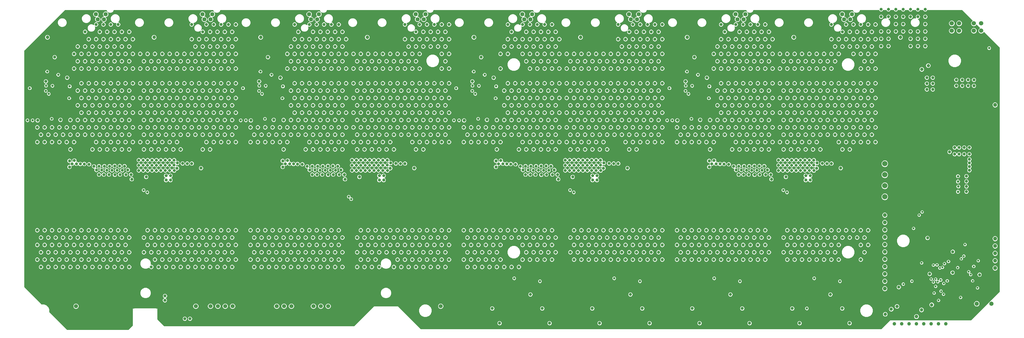
<source format=gbr>
G04 EAGLE Gerber RS-274X export*
G75*
%MOMM*%
%FSLAX34Y34*%
%LPD*%
%INCopper Layer 2*%
%IPPOS*%
%AMOC8*
5,1,8,0,0,1.08239X$1,22.5*%
G01*
%ADD10C,1.414800*%
%ADD11C,1.474800*%
%ADD12C,1.204800*%
%ADD13C,1.447800*%
%ADD14C,1.504800*%
%ADD15C,1.320800*%
%ADD16C,1.828800*%
%ADD17C,1.044800*%
%ADD18C,1.394800*%
%ADD19C,1.219200*%
%ADD20C,0.812800*%
%ADD21C,1.146403*%
%ADD22C,0.711200*%
%ADD23C,1.041400*%
%ADD24C,0.914400*%

G36*
X370882Y9533D02*
X370882Y9533D01*
X370924Y9531D01*
X370991Y9553D01*
X371061Y9565D01*
X371097Y9587D01*
X371138Y9600D01*
X371211Y9654D01*
X371254Y9680D01*
X371267Y9696D01*
X371288Y9712D01*
X386528Y24952D01*
X386553Y24986D01*
X386584Y25015D01*
X386612Y25069D01*
X386617Y25076D01*
X386620Y25083D01*
X386657Y25136D01*
X386667Y25177D01*
X386687Y25215D01*
X386700Y25304D01*
X386713Y25353D01*
X386710Y25374D01*
X386714Y25400D01*
X386714Y83186D01*
X389800Y83186D01*
X389842Y83193D01*
X389884Y83191D01*
X389951Y83213D01*
X390021Y83225D01*
X390057Y83247D01*
X390098Y83260D01*
X390170Y83314D01*
X390214Y83340D01*
X390227Y83356D01*
X390248Y83372D01*
X390462Y83586D01*
X392563Y84456D01*
X465957Y84456D01*
X468058Y83586D01*
X468272Y83372D01*
X468307Y83347D01*
X468335Y83316D01*
X468398Y83284D01*
X468456Y83243D01*
X468497Y83233D01*
X468535Y83213D01*
X468624Y83200D01*
X468673Y83188D01*
X468694Y83190D01*
X468720Y83186D01*
X471806Y83186D01*
X471806Y45720D01*
X471813Y45678D01*
X471811Y45636D01*
X471833Y45569D01*
X471845Y45499D01*
X471867Y45463D01*
X471880Y45422D01*
X471934Y45349D01*
X471960Y45306D01*
X471976Y45293D01*
X471992Y45272D01*
X494852Y22412D01*
X494886Y22387D01*
X494915Y22356D01*
X494978Y22324D01*
X495036Y22283D01*
X495077Y22273D01*
X495115Y22253D01*
X495204Y22240D01*
X495253Y22228D01*
X495274Y22230D01*
X495300Y22226D01*
X1150620Y22226D01*
X1150662Y22233D01*
X1150704Y22231D01*
X1150771Y22253D01*
X1150841Y22265D01*
X1150877Y22287D01*
X1150918Y22300D01*
X1150991Y22354D01*
X1151034Y22380D01*
X1151047Y22396D01*
X1151068Y22412D01*
X1219463Y90806D01*
X1302757Y90806D01*
X1381312Y12252D01*
X1381346Y12227D01*
X1381375Y12196D01*
X1381438Y12164D01*
X1381496Y12123D01*
X1381537Y12113D01*
X1381575Y12093D01*
X1381664Y12080D01*
X1381713Y12068D01*
X1381734Y12070D01*
X1381760Y12066D01*
X2971800Y12066D01*
X2971842Y12073D01*
X2971884Y12071D01*
X2971951Y12093D01*
X2972021Y12105D01*
X2972057Y12127D01*
X2972098Y12140D01*
X2972171Y12194D01*
X2972214Y12220D01*
X2972227Y12236D01*
X2972248Y12252D01*
X3002543Y42546D01*
X3281680Y42546D01*
X3281722Y42553D01*
X3281764Y42551D01*
X3281831Y42573D01*
X3281901Y42585D01*
X3281937Y42607D01*
X3281978Y42620D01*
X3282051Y42674D01*
X3282094Y42700D01*
X3282107Y42716D01*
X3282128Y42732D01*
X3381188Y141792D01*
X3381213Y141826D01*
X3381244Y141855D01*
X3381276Y141918D01*
X3381317Y141976D01*
X3381327Y142017D01*
X3381347Y142055D01*
X3381360Y142144D01*
X3381373Y142193D01*
X3381370Y142214D01*
X3381374Y142240D01*
X3381374Y985520D01*
X3381367Y985562D01*
X3381369Y985604D01*
X3381347Y985671D01*
X3381335Y985741D01*
X3381313Y985777D01*
X3381300Y985818D01*
X3381246Y985891D01*
X3381220Y985934D01*
X3381204Y985947D01*
X3381188Y985968D01*
X3326976Y1040181D01*
X3326913Y1040225D01*
X3326854Y1040276D01*
X3326821Y1040289D01*
X3326792Y1040309D01*
X3326717Y1040328D01*
X3326645Y1040356D01*
X3326609Y1040356D01*
X3326575Y1040365D01*
X3326498Y1040357D01*
X3326420Y1040357D01*
X3326387Y1040345D01*
X3326352Y1040342D01*
X3326282Y1040307D01*
X3326209Y1040281D01*
X3326182Y1040258D01*
X3326150Y1040242D01*
X3326097Y1040186D01*
X3326038Y1040136D01*
X3326018Y1040101D01*
X3325997Y1040079D01*
X3325978Y1040036D01*
X3325942Y1039975D01*
X3325342Y1038526D01*
X3322654Y1035838D01*
X3319141Y1034383D01*
X3315339Y1034383D01*
X3311826Y1035838D01*
X3309138Y1038526D01*
X3307683Y1042039D01*
X3307683Y1045841D01*
X3309138Y1049354D01*
X3311826Y1052042D01*
X3313275Y1052642D01*
X3313340Y1052684D01*
X3313410Y1052718D01*
X3313434Y1052744D01*
X3313464Y1052763D01*
X3313510Y1052825D01*
X3313563Y1052881D01*
X3313577Y1052914D01*
X3313599Y1052942D01*
X3313621Y1053017D01*
X3313651Y1053088D01*
X3313652Y1053123D01*
X3313663Y1053157D01*
X3313657Y1053235D01*
X3313661Y1053312D01*
X3313650Y1053346D01*
X3313648Y1053381D01*
X3313616Y1053452D01*
X3313592Y1053526D01*
X3313568Y1053558D01*
X3313556Y1053586D01*
X3313523Y1053619D01*
X3313481Y1053676D01*
X3301576Y1065581D01*
X3301513Y1065625D01*
X3301454Y1065676D01*
X3301421Y1065689D01*
X3301392Y1065709D01*
X3301317Y1065728D01*
X3301245Y1065756D01*
X3301209Y1065756D01*
X3301175Y1065765D01*
X3301098Y1065757D01*
X3301020Y1065757D01*
X3300987Y1065745D01*
X3300952Y1065742D01*
X3300882Y1065707D01*
X3300809Y1065681D01*
X3300782Y1065658D01*
X3300750Y1065642D01*
X3300697Y1065586D01*
X3300638Y1065536D01*
X3300618Y1065501D01*
X3300597Y1065479D01*
X3300578Y1065436D01*
X3300542Y1065375D01*
X3299942Y1063926D01*
X3297254Y1061238D01*
X3293741Y1059783D01*
X3289939Y1059783D01*
X3286426Y1061238D01*
X3283738Y1063926D01*
X3282283Y1067439D01*
X3282283Y1071241D01*
X3283738Y1074754D01*
X3286426Y1077442D01*
X3287875Y1078042D01*
X3287940Y1078084D01*
X3288010Y1078118D01*
X3288034Y1078144D01*
X3288064Y1078163D01*
X3288110Y1078225D01*
X3288163Y1078281D01*
X3288177Y1078314D01*
X3288199Y1078342D01*
X3288221Y1078417D01*
X3288251Y1078488D01*
X3288252Y1078523D01*
X3288263Y1078557D01*
X3288257Y1078635D01*
X3288261Y1078712D01*
X3288250Y1078746D01*
X3288248Y1078781D01*
X3288216Y1078852D01*
X3288192Y1078926D01*
X3288168Y1078958D01*
X3288156Y1078986D01*
X3288123Y1079019D01*
X3288081Y1079076D01*
X3251648Y1115508D01*
X3251622Y1115527D01*
X3251621Y1115528D01*
X3251620Y1115528D01*
X3251614Y1115533D01*
X3251585Y1115564D01*
X3251522Y1115596D01*
X3251464Y1115637D01*
X3251423Y1115647D01*
X3251385Y1115667D01*
X3251296Y1115680D01*
X3251247Y1115693D01*
X3251226Y1115690D01*
X3251200Y1115694D01*
X3131671Y1115694D01*
X3131617Y1115685D01*
X3131563Y1115685D01*
X3131508Y1115665D01*
X3131450Y1115655D01*
X3131403Y1115627D01*
X3131352Y1115609D01*
X3131307Y1115570D01*
X3131257Y1115540D01*
X3131222Y1115498D01*
X3131181Y1115463D01*
X3131145Y1115402D01*
X3131115Y1115366D01*
X3131105Y1115337D01*
X3131103Y1115334D01*
X3131100Y1115330D01*
X3131099Y1115327D01*
X3131085Y1115303D01*
X3130338Y1113499D01*
X3128301Y1111462D01*
X3125640Y1110360D01*
X3122760Y1110360D01*
X3120099Y1111462D01*
X3118062Y1113499D01*
X3117315Y1115303D01*
X3117287Y1115347D01*
X3117281Y1115362D01*
X3117280Y1115363D01*
X3117266Y1115398D01*
X3117226Y1115442D01*
X3117194Y1115492D01*
X3117151Y1115524D01*
X3117114Y1115564D01*
X3117062Y1115591D01*
X3117015Y1115626D01*
X3116963Y1115642D01*
X3116915Y1115667D01*
X3116844Y1115677D01*
X3116800Y1115690D01*
X3116769Y1115688D01*
X3116729Y1115694D01*
X3106271Y1115694D01*
X3106217Y1115685D01*
X3106163Y1115685D01*
X3106108Y1115665D01*
X3106050Y1115655D01*
X3106003Y1115627D01*
X3105952Y1115609D01*
X3105907Y1115570D01*
X3105857Y1115540D01*
X3105822Y1115498D01*
X3105781Y1115463D01*
X3105745Y1115402D01*
X3105715Y1115366D01*
X3105705Y1115337D01*
X3105703Y1115334D01*
X3105700Y1115330D01*
X3105699Y1115327D01*
X3105685Y1115303D01*
X3104938Y1113499D01*
X3102901Y1111462D01*
X3100240Y1110360D01*
X3097360Y1110360D01*
X3094699Y1111462D01*
X3092662Y1113499D01*
X3091915Y1115303D01*
X3091887Y1115347D01*
X3091881Y1115362D01*
X3091880Y1115363D01*
X3091866Y1115398D01*
X3091826Y1115442D01*
X3091794Y1115492D01*
X3091751Y1115524D01*
X3091714Y1115564D01*
X3091662Y1115591D01*
X3091615Y1115626D01*
X3091563Y1115642D01*
X3091515Y1115667D01*
X3091444Y1115677D01*
X3091400Y1115690D01*
X3091369Y1115688D01*
X3091329Y1115694D01*
X3080871Y1115694D01*
X3080817Y1115685D01*
X3080763Y1115685D01*
X3080708Y1115665D01*
X3080650Y1115655D01*
X3080603Y1115627D01*
X3080552Y1115609D01*
X3080507Y1115570D01*
X3080457Y1115540D01*
X3080422Y1115498D01*
X3080381Y1115463D01*
X3080345Y1115402D01*
X3080315Y1115366D01*
X3080305Y1115337D01*
X3080303Y1115334D01*
X3080300Y1115330D01*
X3080299Y1115327D01*
X3080285Y1115303D01*
X3079538Y1113499D01*
X3077501Y1111462D01*
X3074840Y1110360D01*
X3071960Y1110360D01*
X3069299Y1111462D01*
X3067262Y1113499D01*
X3066515Y1115303D01*
X3066487Y1115347D01*
X3066481Y1115362D01*
X3066480Y1115363D01*
X3066466Y1115398D01*
X3066426Y1115442D01*
X3066394Y1115492D01*
X3066351Y1115524D01*
X3066314Y1115564D01*
X3066262Y1115591D01*
X3066215Y1115626D01*
X3066163Y1115642D01*
X3066115Y1115667D01*
X3066044Y1115677D01*
X3066000Y1115690D01*
X3065969Y1115688D01*
X3065929Y1115694D01*
X3055471Y1115694D01*
X3055417Y1115685D01*
X3055363Y1115685D01*
X3055308Y1115665D01*
X3055250Y1115655D01*
X3055203Y1115627D01*
X3055152Y1115609D01*
X3055107Y1115570D01*
X3055057Y1115540D01*
X3055022Y1115498D01*
X3054981Y1115463D01*
X3054945Y1115402D01*
X3054915Y1115366D01*
X3054905Y1115337D01*
X3054903Y1115334D01*
X3054900Y1115330D01*
X3054899Y1115327D01*
X3054885Y1115303D01*
X3054138Y1113499D01*
X3052101Y1111462D01*
X3049440Y1110360D01*
X3046560Y1110360D01*
X3043899Y1111462D01*
X3041862Y1113499D01*
X3041115Y1115303D01*
X3041087Y1115347D01*
X3041081Y1115362D01*
X3041080Y1115363D01*
X3041066Y1115398D01*
X3041026Y1115442D01*
X3040994Y1115492D01*
X3040951Y1115524D01*
X3040914Y1115564D01*
X3040862Y1115591D01*
X3040815Y1115626D01*
X3040763Y1115642D01*
X3040715Y1115667D01*
X3040644Y1115677D01*
X3040600Y1115690D01*
X3040569Y1115688D01*
X3040529Y1115694D01*
X3030071Y1115694D01*
X3030017Y1115685D01*
X3029963Y1115685D01*
X3029908Y1115665D01*
X3029850Y1115655D01*
X3029803Y1115627D01*
X3029752Y1115609D01*
X3029707Y1115570D01*
X3029657Y1115540D01*
X3029622Y1115498D01*
X3029581Y1115463D01*
X3029545Y1115402D01*
X3029515Y1115366D01*
X3029505Y1115337D01*
X3029503Y1115334D01*
X3029500Y1115330D01*
X3029499Y1115327D01*
X3029485Y1115303D01*
X3028738Y1113499D01*
X3026701Y1111462D01*
X3024040Y1110360D01*
X3021160Y1110360D01*
X3018499Y1111462D01*
X3016462Y1113499D01*
X3015715Y1115303D01*
X3015687Y1115347D01*
X3015681Y1115362D01*
X3015680Y1115363D01*
X3015666Y1115398D01*
X3015626Y1115442D01*
X3015594Y1115492D01*
X3015551Y1115524D01*
X3015514Y1115564D01*
X3015462Y1115591D01*
X3015415Y1115626D01*
X3015363Y1115642D01*
X3015315Y1115667D01*
X3015244Y1115677D01*
X3015200Y1115690D01*
X3015169Y1115688D01*
X3015129Y1115694D01*
X3004671Y1115694D01*
X3004617Y1115685D01*
X3004563Y1115685D01*
X3004508Y1115665D01*
X3004450Y1115655D01*
X3004403Y1115627D01*
X3004352Y1115609D01*
X3004307Y1115570D01*
X3004257Y1115540D01*
X3004222Y1115498D01*
X3004181Y1115463D01*
X3004145Y1115402D01*
X3004115Y1115366D01*
X3004105Y1115337D01*
X3004103Y1115334D01*
X3004100Y1115330D01*
X3004099Y1115327D01*
X3004085Y1115303D01*
X3003338Y1113499D01*
X3001301Y1111462D01*
X2998640Y1110360D01*
X2995760Y1110360D01*
X2993099Y1111462D01*
X2991062Y1113499D01*
X2990315Y1115303D01*
X2990287Y1115347D01*
X2990281Y1115362D01*
X2990280Y1115363D01*
X2990266Y1115398D01*
X2990226Y1115442D01*
X2990194Y1115492D01*
X2990151Y1115524D01*
X2990114Y1115564D01*
X2990062Y1115591D01*
X2990015Y1115626D01*
X2989963Y1115642D01*
X2989915Y1115667D01*
X2989844Y1115677D01*
X2989800Y1115690D01*
X2989769Y1115688D01*
X2989729Y1115694D01*
X2979271Y1115694D01*
X2979217Y1115685D01*
X2979163Y1115685D01*
X2979108Y1115665D01*
X2979050Y1115655D01*
X2979003Y1115627D01*
X2978952Y1115609D01*
X2978907Y1115570D01*
X2978857Y1115540D01*
X2978822Y1115498D01*
X2978781Y1115463D01*
X2978745Y1115402D01*
X2978715Y1115366D01*
X2978705Y1115337D01*
X2978703Y1115334D01*
X2978700Y1115330D01*
X2978699Y1115327D01*
X2978685Y1115303D01*
X2977938Y1113499D01*
X2975901Y1111462D01*
X2973240Y1110360D01*
X2970360Y1110360D01*
X2967699Y1111462D01*
X2965662Y1113499D01*
X2964915Y1115303D01*
X2964887Y1115347D01*
X2964881Y1115362D01*
X2964880Y1115363D01*
X2964866Y1115398D01*
X2964826Y1115442D01*
X2964794Y1115492D01*
X2964751Y1115524D01*
X2964714Y1115564D01*
X2964662Y1115591D01*
X2964615Y1115626D01*
X2964563Y1115642D01*
X2964515Y1115667D01*
X2964444Y1115677D01*
X2964400Y1115690D01*
X2964369Y1115688D01*
X2964329Y1115694D01*
X2899776Y1115694D01*
X2899723Y1115685D01*
X2899669Y1115685D01*
X2899613Y1115665D01*
X2899555Y1115655D01*
X2899509Y1115627D01*
X2899458Y1115609D01*
X2899413Y1115570D01*
X2899362Y1115540D01*
X2899328Y1115498D01*
X2899287Y1115463D01*
X2899250Y1115402D01*
X2899221Y1115366D01*
X2899211Y1115337D01*
X2899209Y1115334D01*
X2899205Y1115330D01*
X2899204Y1115327D01*
X2899190Y1115303D01*
X2897477Y1111168D01*
X2893904Y1107595D01*
X2889236Y1105661D01*
X2884184Y1105661D01*
X2879516Y1107595D01*
X2875943Y1111168D01*
X2874230Y1115303D01*
X2874202Y1115347D01*
X2874196Y1115362D01*
X2874195Y1115363D01*
X2874180Y1115398D01*
X2874141Y1115442D01*
X2874109Y1115492D01*
X2874066Y1115524D01*
X2874029Y1115564D01*
X2873977Y1115591D01*
X2873930Y1115626D01*
X2873878Y1115642D01*
X2873829Y1115667D01*
X2873759Y1115677D01*
X2873714Y1115690D01*
X2873684Y1115688D01*
X2873644Y1115694D01*
X2531476Y1115694D01*
X2531423Y1115685D01*
X2531369Y1115685D01*
X2531313Y1115665D01*
X2531255Y1115655D01*
X2531209Y1115627D01*
X2531158Y1115609D01*
X2531113Y1115570D01*
X2531062Y1115540D01*
X2531028Y1115498D01*
X2530987Y1115463D01*
X2530950Y1115402D01*
X2530921Y1115366D01*
X2530911Y1115337D01*
X2530909Y1115334D01*
X2530905Y1115330D01*
X2530904Y1115327D01*
X2530890Y1115303D01*
X2529177Y1111168D01*
X2525604Y1107595D01*
X2520936Y1105661D01*
X2515884Y1105661D01*
X2511216Y1107595D01*
X2507643Y1111168D01*
X2505930Y1115303D01*
X2505902Y1115347D01*
X2505896Y1115362D01*
X2505895Y1115363D01*
X2505880Y1115398D01*
X2505841Y1115442D01*
X2505809Y1115492D01*
X2505766Y1115524D01*
X2505729Y1115564D01*
X2505677Y1115591D01*
X2505630Y1115626D01*
X2505578Y1115642D01*
X2505529Y1115667D01*
X2505459Y1115677D01*
X2505414Y1115690D01*
X2505384Y1115688D01*
X2505344Y1115694D01*
X2163176Y1115694D01*
X2163123Y1115685D01*
X2163069Y1115685D01*
X2163013Y1115665D01*
X2162955Y1115655D01*
X2162909Y1115627D01*
X2162858Y1115609D01*
X2162813Y1115570D01*
X2162762Y1115540D01*
X2162728Y1115498D01*
X2162687Y1115463D01*
X2162650Y1115402D01*
X2162621Y1115366D01*
X2162611Y1115337D01*
X2162609Y1115334D01*
X2162605Y1115330D01*
X2162604Y1115327D01*
X2162590Y1115303D01*
X2160877Y1111168D01*
X2157304Y1107595D01*
X2152636Y1105661D01*
X2147584Y1105661D01*
X2142916Y1107595D01*
X2139343Y1111168D01*
X2137630Y1115303D01*
X2137602Y1115347D01*
X2137596Y1115362D01*
X2137595Y1115363D01*
X2137580Y1115398D01*
X2137541Y1115442D01*
X2137509Y1115492D01*
X2137466Y1115524D01*
X2137429Y1115564D01*
X2137377Y1115591D01*
X2137330Y1115626D01*
X2137278Y1115642D01*
X2137229Y1115667D01*
X2137159Y1115677D01*
X2137114Y1115690D01*
X2137084Y1115688D01*
X2137044Y1115694D01*
X1794876Y1115694D01*
X1794823Y1115685D01*
X1794769Y1115685D01*
X1794713Y1115665D01*
X1794655Y1115655D01*
X1794609Y1115627D01*
X1794558Y1115609D01*
X1794513Y1115570D01*
X1794462Y1115540D01*
X1794428Y1115498D01*
X1794387Y1115463D01*
X1794350Y1115402D01*
X1794321Y1115366D01*
X1794311Y1115337D01*
X1794309Y1115334D01*
X1794305Y1115330D01*
X1794304Y1115327D01*
X1794290Y1115303D01*
X1792577Y1111168D01*
X1789004Y1107595D01*
X1784336Y1105661D01*
X1779284Y1105661D01*
X1774616Y1107595D01*
X1771043Y1111168D01*
X1769330Y1115303D01*
X1769302Y1115347D01*
X1769296Y1115362D01*
X1769295Y1115363D01*
X1769280Y1115398D01*
X1769241Y1115442D01*
X1769209Y1115492D01*
X1769166Y1115524D01*
X1769129Y1115564D01*
X1769077Y1115591D01*
X1769030Y1115626D01*
X1768978Y1115642D01*
X1768929Y1115667D01*
X1768859Y1115677D01*
X1768814Y1115690D01*
X1768784Y1115688D01*
X1768744Y1115694D01*
X1426576Y1115694D01*
X1426523Y1115685D01*
X1426469Y1115685D01*
X1426413Y1115665D01*
X1426355Y1115655D01*
X1426309Y1115627D01*
X1426258Y1115609D01*
X1426213Y1115570D01*
X1426162Y1115540D01*
X1426128Y1115498D01*
X1426087Y1115463D01*
X1426050Y1115402D01*
X1426021Y1115366D01*
X1426011Y1115337D01*
X1426009Y1115334D01*
X1426005Y1115330D01*
X1426004Y1115327D01*
X1425990Y1115303D01*
X1424277Y1111168D01*
X1420704Y1107595D01*
X1416036Y1105661D01*
X1410984Y1105661D01*
X1406316Y1107595D01*
X1402743Y1111168D01*
X1401030Y1115303D01*
X1401002Y1115347D01*
X1400996Y1115362D01*
X1400995Y1115363D01*
X1400980Y1115398D01*
X1400941Y1115442D01*
X1400909Y1115492D01*
X1400866Y1115524D01*
X1400829Y1115564D01*
X1400777Y1115591D01*
X1400730Y1115626D01*
X1400678Y1115642D01*
X1400629Y1115667D01*
X1400559Y1115677D01*
X1400514Y1115690D01*
X1400484Y1115688D01*
X1400444Y1115694D01*
X1058276Y1115694D01*
X1058223Y1115685D01*
X1058169Y1115685D01*
X1058113Y1115665D01*
X1058055Y1115655D01*
X1058009Y1115627D01*
X1057958Y1115609D01*
X1057913Y1115570D01*
X1057862Y1115540D01*
X1057828Y1115498D01*
X1057787Y1115463D01*
X1057750Y1115402D01*
X1057721Y1115366D01*
X1057711Y1115337D01*
X1057709Y1115334D01*
X1057705Y1115330D01*
X1057704Y1115327D01*
X1057690Y1115303D01*
X1055977Y1111168D01*
X1052404Y1107595D01*
X1047736Y1105661D01*
X1042684Y1105661D01*
X1038016Y1107595D01*
X1034443Y1111168D01*
X1032730Y1115303D01*
X1032702Y1115347D01*
X1032696Y1115362D01*
X1032695Y1115363D01*
X1032680Y1115398D01*
X1032641Y1115442D01*
X1032609Y1115492D01*
X1032566Y1115524D01*
X1032529Y1115564D01*
X1032477Y1115591D01*
X1032430Y1115626D01*
X1032378Y1115642D01*
X1032329Y1115667D01*
X1032259Y1115677D01*
X1032214Y1115690D01*
X1032184Y1115688D01*
X1032144Y1115694D01*
X689976Y1115694D01*
X689923Y1115685D01*
X689869Y1115685D01*
X689813Y1115665D01*
X689755Y1115655D01*
X689709Y1115627D01*
X689658Y1115609D01*
X689613Y1115570D01*
X689562Y1115540D01*
X689528Y1115498D01*
X689487Y1115463D01*
X689450Y1115402D01*
X689421Y1115366D01*
X689411Y1115337D01*
X689409Y1115334D01*
X689405Y1115330D01*
X689404Y1115327D01*
X689390Y1115303D01*
X687677Y1111168D01*
X684104Y1107595D01*
X679436Y1105661D01*
X674384Y1105661D01*
X669716Y1107595D01*
X666143Y1111168D01*
X664430Y1115303D01*
X664402Y1115347D01*
X664396Y1115362D01*
X664395Y1115363D01*
X664380Y1115398D01*
X664341Y1115442D01*
X664309Y1115492D01*
X664266Y1115524D01*
X664229Y1115564D01*
X664177Y1115591D01*
X664130Y1115626D01*
X664078Y1115642D01*
X664029Y1115667D01*
X663959Y1115677D01*
X663914Y1115690D01*
X663884Y1115688D01*
X663844Y1115694D01*
X321676Y1115694D01*
X321623Y1115685D01*
X321569Y1115685D01*
X321513Y1115665D01*
X321455Y1115655D01*
X321409Y1115627D01*
X321358Y1115609D01*
X321313Y1115570D01*
X321262Y1115540D01*
X321228Y1115498D01*
X321187Y1115463D01*
X321150Y1115402D01*
X321121Y1115366D01*
X321111Y1115337D01*
X321109Y1115334D01*
X321105Y1115330D01*
X321104Y1115327D01*
X321090Y1115303D01*
X319377Y1111168D01*
X315804Y1107595D01*
X311136Y1105661D01*
X306084Y1105661D01*
X301416Y1107595D01*
X297843Y1111168D01*
X296130Y1115303D01*
X296102Y1115347D01*
X296096Y1115362D01*
X296095Y1115363D01*
X296080Y1115398D01*
X296041Y1115442D01*
X296009Y1115492D01*
X295966Y1115524D01*
X295929Y1115564D01*
X295877Y1115591D01*
X295830Y1115626D01*
X295778Y1115642D01*
X295729Y1115667D01*
X295659Y1115677D01*
X295614Y1115690D01*
X295584Y1115688D01*
X295544Y1115694D01*
X152400Y1115694D01*
X152358Y1115687D01*
X152316Y1115689D01*
X152249Y1115667D01*
X152179Y1115655D01*
X152143Y1115633D01*
X152102Y1115620D01*
X152029Y1115566D01*
X151986Y1115540D01*
X151973Y1115524D01*
X151952Y1115508D01*
X12252Y975808D01*
X12227Y975774D01*
X12196Y975745D01*
X12164Y975682D01*
X12123Y975624D01*
X12113Y975583D01*
X12093Y975545D01*
X12080Y975456D01*
X12068Y975407D01*
X12070Y975386D01*
X12066Y975360D01*
X12066Y157480D01*
X12073Y157438D01*
X12071Y157396D01*
X12093Y157329D01*
X12105Y157259D01*
X12127Y157223D01*
X12140Y157182D01*
X12194Y157109D01*
X12220Y157066D01*
X12236Y157053D01*
X12252Y157032D01*
X71314Y97969D01*
X71358Y97938D01*
X71397Y97899D01*
X71450Y97875D01*
X71498Y97841D01*
X71551Y97828D01*
X71600Y97805D01*
X71658Y97800D01*
X71715Y97785D01*
X71769Y97791D01*
X71824Y97787D01*
X71840Y97791D01*
X80495Y97791D01*
X88430Y94504D01*
X94504Y88430D01*
X97791Y80495D01*
X97791Y71817D01*
X97784Y71786D01*
X97792Y71732D01*
X97789Y71678D01*
X97807Y71622D01*
X97815Y71564D01*
X97841Y71516D01*
X97858Y71464D01*
X97900Y71408D01*
X97922Y71367D01*
X97945Y71346D01*
X97969Y71314D01*
X159572Y9712D01*
X159606Y9687D01*
X159635Y9656D01*
X159698Y9624D01*
X159756Y9583D01*
X159797Y9573D01*
X159835Y9553D01*
X159924Y9540D01*
X159973Y9528D01*
X159994Y9530D01*
X160020Y9526D01*
X370840Y9526D01*
X370882Y9533D01*
G37*
%LPC*%
G36*
X2001350Y553338D02*
X2001350Y553338D01*
X1998689Y554440D01*
X1996652Y556477D01*
X1995576Y559075D01*
X1995548Y559119D01*
X1995546Y559125D01*
X1995541Y559130D01*
X1995528Y559150D01*
X1995486Y559228D01*
X1995468Y559244D01*
X1995455Y559264D01*
X1995384Y559317D01*
X1995317Y559376D01*
X1995295Y559384D01*
X1995276Y559399D01*
X1995190Y559424D01*
X1995107Y559456D01*
X1995084Y559456D01*
X1995061Y559463D01*
X1994972Y559457D01*
X1994883Y559457D01*
X1994861Y559449D01*
X1994837Y559448D01*
X1994756Y559411D01*
X1994672Y559381D01*
X1994654Y559365D01*
X1994632Y559356D01*
X1994569Y559293D01*
X1994501Y559236D01*
X1994487Y559213D01*
X1994472Y559198D01*
X1994451Y559153D01*
X1994404Y559075D01*
X1993434Y556731D01*
X1991397Y554694D01*
X1988736Y553592D01*
X1985856Y553592D01*
X1983195Y554694D01*
X1981158Y556731D01*
X1980262Y558895D01*
X1980214Y558970D01*
X1980172Y559049D01*
X1980154Y559064D01*
X1980141Y559084D01*
X1980070Y559138D01*
X1980003Y559196D01*
X1979980Y559205D01*
X1979961Y559219D01*
X1979876Y559244D01*
X1979793Y559276D01*
X1979769Y559276D01*
X1979746Y559283D01*
X1979658Y559277D01*
X1979569Y559278D01*
X1979546Y559270D01*
X1979523Y559268D01*
X1979441Y559232D01*
X1979358Y559201D01*
X1979340Y559186D01*
X1979318Y559176D01*
X1979255Y559114D01*
X1979187Y559056D01*
X1979173Y559033D01*
X1979158Y559019D01*
X1979137Y558973D01*
X1979090Y558895D01*
X1978194Y556731D01*
X1976157Y554694D01*
X1973496Y553592D01*
X1970616Y553592D01*
X1967955Y554694D01*
X1965918Y556731D01*
X1965022Y558895D01*
X1964974Y558970D01*
X1964932Y559049D01*
X1964914Y559064D01*
X1964901Y559084D01*
X1964830Y559138D01*
X1964763Y559196D01*
X1964740Y559205D01*
X1964721Y559219D01*
X1964636Y559244D01*
X1964553Y559276D01*
X1964529Y559276D01*
X1964506Y559283D01*
X1964418Y559277D01*
X1964329Y559278D01*
X1964306Y559270D01*
X1964283Y559268D01*
X1964201Y559232D01*
X1964118Y559201D01*
X1964100Y559186D01*
X1964078Y559176D01*
X1964015Y559114D01*
X1963947Y559056D01*
X1963933Y559033D01*
X1963918Y559019D01*
X1963897Y558973D01*
X1963850Y558895D01*
X1962954Y556731D01*
X1960917Y554694D01*
X1958256Y553592D01*
X1955376Y553592D01*
X1952715Y554694D01*
X1950678Y556731D01*
X1949782Y558895D01*
X1949734Y558970D01*
X1949692Y559049D01*
X1949674Y559064D01*
X1949661Y559084D01*
X1949590Y559138D01*
X1949523Y559196D01*
X1949500Y559205D01*
X1949481Y559219D01*
X1949396Y559244D01*
X1949313Y559276D01*
X1949289Y559276D01*
X1949266Y559283D01*
X1949178Y559277D01*
X1949089Y559278D01*
X1949066Y559270D01*
X1949043Y559268D01*
X1948961Y559232D01*
X1948878Y559201D01*
X1948860Y559186D01*
X1948838Y559176D01*
X1948775Y559114D01*
X1948707Y559056D01*
X1948693Y559033D01*
X1948678Y559019D01*
X1948657Y558973D01*
X1948610Y558895D01*
X1947714Y556731D01*
X1945677Y554694D01*
X1943016Y553592D01*
X1940136Y553592D01*
X1937475Y554694D01*
X1935438Y556731D01*
X1934542Y558895D01*
X1934494Y558970D01*
X1934452Y559049D01*
X1934434Y559064D01*
X1934421Y559084D01*
X1934350Y559138D01*
X1934283Y559196D01*
X1934260Y559205D01*
X1934241Y559219D01*
X1934156Y559244D01*
X1934073Y559276D01*
X1934049Y559276D01*
X1934026Y559283D01*
X1933938Y559277D01*
X1933849Y559278D01*
X1933826Y559270D01*
X1933803Y559268D01*
X1933721Y559232D01*
X1933638Y559201D01*
X1933620Y559186D01*
X1933598Y559176D01*
X1933535Y559114D01*
X1933467Y559056D01*
X1933453Y559033D01*
X1933438Y559019D01*
X1933417Y558973D01*
X1933370Y558895D01*
X1932474Y556731D01*
X1930437Y554694D01*
X1927776Y553592D01*
X1924896Y553592D01*
X1922235Y554694D01*
X1920198Y556731D01*
X1919302Y558895D01*
X1919254Y558970D01*
X1919212Y559049D01*
X1919194Y559064D01*
X1919181Y559084D01*
X1919110Y559138D01*
X1919043Y559196D01*
X1919020Y559205D01*
X1919001Y559219D01*
X1918916Y559244D01*
X1918833Y559276D01*
X1918809Y559276D01*
X1918786Y559283D01*
X1918698Y559277D01*
X1918609Y559278D01*
X1918586Y559270D01*
X1918563Y559268D01*
X1918481Y559232D01*
X1918398Y559201D01*
X1918380Y559186D01*
X1918358Y559176D01*
X1918295Y559114D01*
X1918227Y559056D01*
X1918213Y559033D01*
X1918198Y559019D01*
X1918177Y558973D01*
X1918130Y558895D01*
X1917234Y556731D01*
X1915197Y554694D01*
X1912536Y553592D01*
X1909656Y553592D01*
X1906995Y554694D01*
X1904958Y556731D01*
X1904062Y558895D01*
X1904014Y558970D01*
X1903971Y559049D01*
X1903954Y559064D01*
X1903941Y559084D01*
X1903870Y559138D01*
X1903803Y559196D01*
X1903780Y559205D01*
X1903761Y559219D01*
X1903676Y559244D01*
X1903593Y559276D01*
X1903569Y559276D01*
X1903546Y559283D01*
X1903457Y559277D01*
X1903369Y559278D01*
X1903346Y559270D01*
X1903323Y559268D01*
X1903241Y559232D01*
X1903158Y559201D01*
X1903139Y559186D01*
X1903118Y559176D01*
X1903054Y559114D01*
X1902987Y559056D01*
X1902973Y559033D01*
X1902958Y559019D01*
X1902937Y558973D01*
X1902890Y558895D01*
X1901994Y556731D01*
X1899957Y554694D01*
X1897296Y553592D01*
X1894416Y553592D01*
X1891755Y554694D01*
X1889718Y556731D01*
X1888822Y558895D01*
X1888774Y558970D01*
X1888731Y559049D01*
X1888714Y559064D01*
X1888701Y559084D01*
X1888630Y559138D01*
X1888563Y559196D01*
X1888540Y559205D01*
X1888521Y559219D01*
X1888436Y559244D01*
X1888353Y559276D01*
X1888329Y559276D01*
X1888306Y559283D01*
X1888217Y559277D01*
X1888129Y559278D01*
X1888106Y559270D01*
X1888083Y559268D01*
X1888001Y559232D01*
X1887918Y559201D01*
X1887899Y559186D01*
X1887878Y559176D01*
X1887814Y559114D01*
X1887747Y559056D01*
X1887733Y559033D01*
X1887718Y559019D01*
X1887697Y558973D01*
X1887650Y558895D01*
X1886754Y556731D01*
X1884717Y554694D01*
X1882056Y553592D01*
X1879176Y553592D01*
X1876515Y554694D01*
X1874478Y556731D01*
X1873376Y559392D01*
X1873376Y562272D01*
X1874478Y564933D01*
X1876515Y566970D01*
X1879176Y568072D01*
X1882056Y568072D01*
X1884717Y566970D01*
X1886754Y564933D01*
X1887650Y562769D01*
X1887698Y562694D01*
X1887740Y562615D01*
X1887758Y562600D01*
X1887771Y562580D01*
X1887842Y562526D01*
X1887909Y562468D01*
X1887932Y562459D01*
X1887951Y562445D01*
X1888036Y562420D01*
X1888119Y562388D01*
X1888143Y562388D01*
X1888166Y562381D01*
X1888254Y562387D01*
X1888343Y562386D01*
X1888366Y562394D01*
X1888389Y562396D01*
X1888471Y562432D01*
X1888554Y562463D01*
X1888572Y562478D01*
X1888594Y562488D01*
X1888658Y562550D01*
X1888725Y562608D01*
X1888739Y562631D01*
X1888754Y562645D01*
X1888775Y562691D01*
X1888822Y562769D01*
X1889718Y564933D01*
X1891755Y566970D01*
X1894416Y568072D01*
X1897296Y568072D01*
X1899957Y566970D01*
X1901994Y564933D01*
X1902890Y562769D01*
X1902938Y562694D01*
X1902980Y562615D01*
X1902998Y562600D01*
X1903011Y562580D01*
X1903082Y562526D01*
X1903149Y562468D01*
X1903172Y562459D01*
X1903191Y562445D01*
X1903276Y562420D01*
X1903359Y562388D01*
X1903383Y562388D01*
X1903406Y562381D01*
X1903494Y562387D01*
X1903583Y562386D01*
X1903606Y562394D01*
X1903629Y562396D01*
X1903711Y562432D01*
X1903794Y562463D01*
X1903812Y562478D01*
X1903834Y562488D01*
X1903898Y562550D01*
X1903965Y562608D01*
X1903979Y562631D01*
X1903994Y562645D01*
X1904015Y562691D01*
X1904062Y562769D01*
X1904958Y564933D01*
X1906995Y566970D01*
X1909656Y568072D01*
X1912536Y568072D01*
X1915197Y566970D01*
X1917234Y564933D01*
X1918130Y562769D01*
X1918178Y562694D01*
X1918221Y562615D01*
X1918238Y562600D01*
X1918251Y562580D01*
X1918322Y562526D01*
X1918389Y562468D01*
X1918412Y562459D01*
X1918431Y562445D01*
X1918516Y562420D01*
X1918599Y562388D01*
X1918623Y562388D01*
X1918646Y562381D01*
X1918735Y562387D01*
X1918823Y562386D01*
X1918846Y562394D01*
X1918869Y562396D01*
X1918951Y562432D01*
X1919034Y562463D01*
X1919053Y562478D01*
X1919074Y562488D01*
X1919138Y562550D01*
X1919205Y562608D01*
X1919219Y562631D01*
X1919234Y562645D01*
X1919255Y562691D01*
X1919302Y562769D01*
X1920198Y564933D01*
X1922235Y566970D01*
X1924896Y568072D01*
X1927776Y568072D01*
X1930437Y566970D01*
X1932474Y564933D01*
X1933370Y562769D01*
X1933418Y562694D01*
X1933461Y562615D01*
X1933478Y562600D01*
X1933491Y562580D01*
X1933562Y562526D01*
X1933629Y562468D01*
X1933652Y562459D01*
X1933671Y562445D01*
X1933756Y562420D01*
X1933839Y562388D01*
X1933863Y562388D01*
X1933886Y562381D01*
X1933975Y562387D01*
X1934063Y562386D01*
X1934086Y562394D01*
X1934109Y562396D01*
X1934191Y562432D01*
X1934274Y562463D01*
X1934293Y562478D01*
X1934314Y562488D01*
X1934378Y562550D01*
X1934445Y562608D01*
X1934459Y562631D01*
X1934474Y562645D01*
X1934495Y562691D01*
X1934542Y562769D01*
X1935438Y564933D01*
X1937475Y566970D01*
X1940136Y568072D01*
X1943016Y568072D01*
X1945677Y566970D01*
X1947714Y564933D01*
X1948610Y562769D01*
X1948658Y562694D01*
X1948701Y562615D01*
X1948718Y562600D01*
X1948731Y562580D01*
X1948802Y562526D01*
X1948869Y562468D01*
X1948892Y562459D01*
X1948911Y562445D01*
X1948996Y562420D01*
X1949079Y562388D01*
X1949103Y562388D01*
X1949126Y562381D01*
X1949215Y562387D01*
X1949303Y562386D01*
X1949326Y562394D01*
X1949349Y562396D01*
X1949431Y562432D01*
X1949514Y562463D01*
X1949533Y562478D01*
X1949554Y562488D01*
X1949618Y562550D01*
X1949685Y562608D01*
X1949699Y562631D01*
X1949714Y562645D01*
X1949735Y562691D01*
X1949782Y562769D01*
X1950678Y564933D01*
X1952715Y566970D01*
X1955376Y568072D01*
X1958256Y568072D01*
X1960917Y566970D01*
X1962954Y564933D01*
X1963850Y562769D01*
X1963898Y562694D01*
X1963941Y562615D01*
X1963958Y562600D01*
X1963971Y562580D01*
X1964042Y562526D01*
X1964109Y562468D01*
X1964132Y562459D01*
X1964151Y562445D01*
X1964236Y562420D01*
X1964319Y562388D01*
X1964343Y562388D01*
X1964366Y562381D01*
X1964455Y562387D01*
X1964543Y562386D01*
X1964566Y562394D01*
X1964589Y562396D01*
X1964671Y562432D01*
X1964754Y562463D01*
X1964773Y562478D01*
X1964794Y562488D01*
X1964858Y562550D01*
X1964925Y562608D01*
X1964939Y562631D01*
X1964954Y562645D01*
X1964975Y562691D01*
X1965022Y562769D01*
X1965918Y564933D01*
X1967955Y566970D01*
X1970616Y568072D01*
X1973496Y568072D01*
X1976157Y566970D01*
X1978194Y564933D01*
X1979090Y562769D01*
X1979138Y562694D01*
X1979181Y562615D01*
X1979198Y562600D01*
X1979211Y562580D01*
X1979282Y562526D01*
X1979349Y562468D01*
X1979372Y562459D01*
X1979391Y562445D01*
X1979476Y562420D01*
X1979559Y562388D01*
X1979583Y562388D01*
X1979606Y562381D01*
X1979695Y562387D01*
X1979783Y562386D01*
X1979806Y562394D01*
X1979829Y562396D01*
X1979911Y562432D01*
X1979994Y562463D01*
X1980013Y562478D01*
X1980034Y562488D01*
X1980098Y562550D01*
X1980165Y562608D01*
X1980179Y562631D01*
X1980194Y562645D01*
X1980215Y562691D01*
X1980262Y562769D01*
X1981158Y564933D01*
X1983195Y566970D01*
X1985856Y568072D01*
X1988736Y568072D01*
X1991397Y566970D01*
X1993434Y564933D01*
X1994510Y562335D01*
X1994539Y562290D01*
X1994553Y562253D01*
X1994573Y562232D01*
X1994600Y562182D01*
X1994618Y562166D01*
X1994631Y562146D01*
X1994697Y562097D01*
X1994705Y562088D01*
X1994712Y562084D01*
X1994769Y562034D01*
X1994791Y562026D01*
X1994810Y562011D01*
X1994896Y561986D01*
X1994979Y561954D01*
X1995002Y561954D01*
X1995025Y561947D01*
X1995114Y561953D01*
X1995203Y561953D01*
X1995225Y561961D01*
X1995249Y561962D01*
X1995330Y561999D01*
X1995414Y562029D01*
X1995432Y562045D01*
X1995454Y562054D01*
X1995506Y562106D01*
X1995515Y562111D01*
X1995526Y562124D01*
X1995585Y562174D01*
X1995599Y562197D01*
X1995614Y562212D01*
X1995635Y562257D01*
X1995638Y562262D01*
X1995657Y562286D01*
X1995663Y562305D01*
X1995682Y562335D01*
X1996652Y564679D01*
X1998689Y566716D01*
X2001350Y567818D01*
X2004230Y567818D01*
X2004579Y567673D01*
X2004655Y567657D01*
X2004728Y567632D01*
X2004764Y567633D01*
X2004798Y567625D01*
X2004875Y567636D01*
X2004953Y567638D01*
X2004985Y567652D01*
X2005021Y567657D01*
X2005089Y567694D01*
X2005160Y567723D01*
X2005187Y567747D01*
X2005218Y567764D01*
X2005269Y567822D01*
X2005326Y567874D01*
X2005342Y567906D01*
X2005366Y567932D01*
X2005393Y568005D01*
X2005429Y568074D01*
X2005435Y568114D01*
X2005445Y568142D01*
X2005446Y568189D01*
X2005448Y568201D01*
X2005449Y568206D01*
X2005449Y568211D01*
X2005456Y568259D01*
X2005456Y569892D01*
X2006171Y571617D01*
X2006190Y571704D01*
X2006215Y571790D01*
X2006214Y571814D01*
X2006219Y571837D01*
X2006206Y571925D01*
X2006200Y572014D01*
X2006191Y572035D01*
X2006187Y572059D01*
X2006145Y572137D01*
X2006108Y572218D01*
X2006092Y572235D01*
X2006081Y572256D01*
X2006014Y572315D01*
X2005951Y572378D01*
X2005930Y572388D01*
X2005912Y572404D01*
X2005828Y572435D01*
X2005748Y572473D01*
X2005724Y572475D01*
X2005702Y572484D01*
X2005613Y572484D01*
X2005524Y572492D01*
X2005499Y572485D01*
X2005478Y572485D01*
X2005430Y572468D01*
X2005342Y572446D01*
X2003976Y571880D01*
X2001096Y571880D01*
X1998435Y572982D01*
X1996398Y575019D01*
X1995607Y576929D01*
X1995559Y577004D01*
X1995517Y577083D01*
X1995499Y577098D01*
X1995486Y577118D01*
X1995415Y577172D01*
X1995348Y577230D01*
X1995326Y577239D01*
X1995307Y577253D01*
X1995221Y577278D01*
X1995138Y577310D01*
X1995114Y577310D01*
X1995092Y577317D01*
X1995003Y577311D01*
X1994914Y577312D01*
X1994891Y577304D01*
X1994868Y577302D01*
X1994787Y577266D01*
X1994703Y577235D01*
X1994685Y577220D01*
X1994663Y577210D01*
X1994600Y577148D01*
X1994532Y577090D01*
X1994518Y577067D01*
X1994503Y577053D01*
X1994482Y577007D01*
X1994435Y576929D01*
X1993434Y574511D01*
X1991397Y572474D01*
X1988736Y571372D01*
X1985856Y571372D01*
X1983195Y572474D01*
X1981158Y574511D01*
X1980262Y576675D01*
X1980214Y576750D01*
X1980171Y576829D01*
X1980154Y576844D01*
X1980141Y576864D01*
X1980070Y576918D01*
X1980003Y576976D01*
X1979980Y576985D01*
X1979961Y576999D01*
X1979876Y577024D01*
X1979793Y577056D01*
X1979769Y577056D01*
X1979746Y577063D01*
X1979657Y577057D01*
X1979569Y577058D01*
X1979546Y577050D01*
X1979523Y577048D01*
X1979441Y577012D01*
X1979358Y576981D01*
X1979339Y576966D01*
X1979318Y576956D01*
X1979254Y576893D01*
X1979187Y576836D01*
X1979173Y576813D01*
X1979158Y576799D01*
X1979137Y576753D01*
X1979090Y576675D01*
X1978194Y574511D01*
X1976157Y572474D01*
X1973496Y571372D01*
X1970616Y571372D01*
X1967955Y572474D01*
X1965918Y574511D01*
X1965022Y576675D01*
X1964974Y576750D01*
X1964931Y576829D01*
X1964914Y576844D01*
X1964901Y576864D01*
X1964830Y576918D01*
X1964763Y576976D01*
X1964740Y576985D01*
X1964721Y576999D01*
X1964636Y577024D01*
X1964553Y577056D01*
X1964529Y577056D01*
X1964506Y577063D01*
X1964417Y577057D01*
X1964329Y577058D01*
X1964306Y577050D01*
X1964283Y577048D01*
X1964201Y577012D01*
X1964118Y576981D01*
X1964099Y576966D01*
X1964078Y576956D01*
X1964014Y576893D01*
X1963947Y576836D01*
X1963933Y576813D01*
X1963918Y576799D01*
X1963897Y576753D01*
X1963850Y576675D01*
X1962954Y574511D01*
X1960917Y572474D01*
X1958256Y571372D01*
X1955376Y571372D01*
X1952715Y572474D01*
X1950678Y574511D01*
X1949782Y576675D01*
X1949734Y576750D01*
X1949691Y576829D01*
X1949674Y576844D01*
X1949661Y576864D01*
X1949590Y576918D01*
X1949523Y576976D01*
X1949500Y576985D01*
X1949481Y576999D01*
X1949396Y577024D01*
X1949313Y577056D01*
X1949289Y577056D01*
X1949266Y577063D01*
X1949177Y577057D01*
X1949089Y577058D01*
X1949066Y577050D01*
X1949043Y577048D01*
X1948961Y577012D01*
X1948878Y576981D01*
X1948859Y576966D01*
X1948838Y576956D01*
X1948774Y576893D01*
X1948707Y576836D01*
X1948693Y576813D01*
X1948678Y576799D01*
X1948657Y576753D01*
X1948610Y576675D01*
X1947714Y574511D01*
X1945677Y572474D01*
X1943016Y571372D01*
X1940136Y571372D01*
X1937475Y572474D01*
X1935438Y574511D01*
X1934542Y576675D01*
X1934494Y576750D01*
X1934451Y576829D01*
X1934434Y576844D01*
X1934421Y576864D01*
X1934350Y576918D01*
X1934283Y576976D01*
X1934260Y576985D01*
X1934241Y576999D01*
X1934156Y577024D01*
X1934073Y577056D01*
X1934049Y577056D01*
X1934026Y577063D01*
X1933937Y577057D01*
X1933849Y577058D01*
X1933826Y577050D01*
X1933803Y577048D01*
X1933721Y577012D01*
X1933638Y576981D01*
X1933619Y576966D01*
X1933598Y576956D01*
X1933534Y576893D01*
X1933467Y576836D01*
X1933453Y576813D01*
X1933438Y576799D01*
X1933417Y576753D01*
X1933370Y576675D01*
X1932474Y574511D01*
X1930437Y572474D01*
X1927776Y571372D01*
X1924896Y571372D01*
X1922235Y572474D01*
X1920198Y574511D01*
X1919302Y576675D01*
X1919254Y576750D01*
X1919211Y576829D01*
X1919194Y576844D01*
X1919181Y576864D01*
X1919110Y576918D01*
X1919043Y576976D01*
X1919020Y576985D01*
X1919001Y576999D01*
X1918916Y577024D01*
X1918833Y577056D01*
X1918809Y577056D01*
X1918786Y577063D01*
X1918697Y577057D01*
X1918609Y577058D01*
X1918586Y577050D01*
X1918563Y577048D01*
X1918481Y577012D01*
X1918398Y576981D01*
X1918379Y576966D01*
X1918358Y576956D01*
X1918294Y576893D01*
X1918227Y576836D01*
X1918213Y576813D01*
X1918198Y576799D01*
X1918177Y576753D01*
X1918130Y576675D01*
X1917234Y574511D01*
X1915197Y572474D01*
X1912536Y571372D01*
X1909656Y571372D01*
X1906995Y572474D01*
X1904958Y574511D01*
X1904062Y576675D01*
X1904014Y576750D01*
X1903972Y576829D01*
X1903954Y576844D01*
X1903941Y576864D01*
X1903870Y576918D01*
X1903803Y576976D01*
X1903780Y576985D01*
X1903761Y576999D01*
X1903676Y577024D01*
X1903593Y577056D01*
X1903569Y577056D01*
X1903546Y577063D01*
X1903458Y577057D01*
X1903369Y577058D01*
X1903346Y577050D01*
X1903323Y577048D01*
X1903241Y577012D01*
X1903158Y576981D01*
X1903140Y576966D01*
X1903118Y576956D01*
X1903055Y576894D01*
X1902987Y576836D01*
X1902973Y576813D01*
X1902958Y576799D01*
X1902937Y576753D01*
X1902890Y576675D01*
X1901994Y574511D01*
X1899957Y572474D01*
X1897296Y571372D01*
X1894416Y571372D01*
X1891755Y572474D01*
X1889718Y574511D01*
X1888822Y576675D01*
X1888774Y576750D01*
X1888731Y576829D01*
X1888714Y576844D01*
X1888701Y576864D01*
X1888630Y576918D01*
X1888563Y576976D01*
X1888540Y576985D01*
X1888521Y576999D01*
X1888436Y577024D01*
X1888353Y577056D01*
X1888329Y577056D01*
X1888306Y577063D01*
X1888217Y577057D01*
X1888129Y577058D01*
X1888106Y577050D01*
X1888083Y577048D01*
X1888001Y577012D01*
X1887918Y576981D01*
X1887899Y576966D01*
X1887878Y576956D01*
X1887814Y576893D01*
X1887747Y576836D01*
X1887733Y576813D01*
X1887718Y576799D01*
X1887697Y576753D01*
X1887650Y576675D01*
X1886754Y574511D01*
X1884717Y572474D01*
X1882056Y571372D01*
X1879176Y571372D01*
X1876515Y572474D01*
X1874478Y574511D01*
X1873376Y577172D01*
X1873376Y580052D01*
X1874478Y582713D01*
X1876515Y584750D01*
X1879176Y585852D01*
X1882056Y585852D01*
X1884717Y584750D01*
X1886754Y582713D01*
X1887650Y580549D01*
X1887698Y580474D01*
X1887740Y580395D01*
X1887758Y580380D01*
X1887771Y580360D01*
X1887842Y580306D01*
X1887909Y580248D01*
X1887932Y580239D01*
X1887951Y580225D01*
X1888036Y580200D01*
X1888119Y580168D01*
X1888143Y580168D01*
X1888166Y580161D01*
X1888254Y580167D01*
X1888343Y580166D01*
X1888366Y580174D01*
X1888389Y580176D01*
X1888471Y580212D01*
X1888554Y580243D01*
X1888572Y580258D01*
X1888594Y580268D01*
X1888658Y580330D01*
X1888725Y580388D01*
X1888739Y580411D01*
X1888754Y580425D01*
X1888775Y580471D01*
X1888822Y580549D01*
X1889718Y582713D01*
X1891755Y584750D01*
X1894416Y585852D01*
X1897296Y585852D01*
X1899957Y584750D01*
X1901994Y582713D01*
X1902890Y580549D01*
X1902938Y580474D01*
X1902981Y580395D01*
X1902998Y580380D01*
X1903011Y580360D01*
X1903082Y580306D01*
X1903149Y580248D01*
X1903172Y580239D01*
X1903191Y580225D01*
X1903276Y580200D01*
X1903359Y580168D01*
X1903383Y580168D01*
X1903406Y580161D01*
X1903495Y580167D01*
X1903583Y580166D01*
X1903606Y580174D01*
X1903629Y580176D01*
X1903711Y580212D01*
X1903794Y580243D01*
X1903813Y580258D01*
X1903834Y580268D01*
X1903898Y580330D01*
X1903965Y580388D01*
X1903979Y580411D01*
X1903994Y580425D01*
X1904015Y580471D01*
X1904062Y580549D01*
X1904958Y582713D01*
X1906995Y584750D01*
X1909656Y585852D01*
X1912536Y585852D01*
X1915197Y584750D01*
X1917234Y582713D01*
X1918130Y580549D01*
X1918178Y580474D01*
X1918220Y580395D01*
X1918238Y580380D01*
X1918251Y580360D01*
X1918322Y580306D01*
X1918389Y580248D01*
X1918412Y580239D01*
X1918431Y580225D01*
X1918516Y580200D01*
X1918599Y580168D01*
X1918623Y580168D01*
X1918646Y580161D01*
X1918734Y580167D01*
X1918823Y580166D01*
X1918846Y580174D01*
X1918869Y580176D01*
X1918951Y580212D01*
X1919034Y580243D01*
X1919052Y580258D01*
X1919074Y580268D01*
X1919137Y580330D01*
X1919205Y580388D01*
X1919219Y580411D01*
X1919234Y580425D01*
X1919255Y580471D01*
X1919302Y580549D01*
X1920198Y582713D01*
X1922235Y584750D01*
X1924896Y585852D01*
X1927776Y585852D01*
X1930437Y584750D01*
X1932474Y582713D01*
X1933370Y580549D01*
X1933418Y580474D01*
X1933460Y580395D01*
X1933478Y580380D01*
X1933491Y580360D01*
X1933562Y580306D01*
X1933629Y580248D01*
X1933652Y580239D01*
X1933671Y580225D01*
X1933756Y580200D01*
X1933839Y580168D01*
X1933863Y580168D01*
X1933886Y580161D01*
X1933974Y580167D01*
X1934063Y580166D01*
X1934086Y580174D01*
X1934109Y580176D01*
X1934191Y580212D01*
X1934274Y580243D01*
X1934292Y580258D01*
X1934314Y580268D01*
X1934377Y580330D01*
X1934445Y580388D01*
X1934459Y580411D01*
X1934474Y580425D01*
X1934495Y580471D01*
X1934542Y580549D01*
X1935438Y582713D01*
X1937475Y584750D01*
X1940136Y585852D01*
X1943016Y585852D01*
X1945677Y584750D01*
X1947714Y582713D01*
X1948610Y580549D01*
X1948658Y580474D01*
X1948700Y580395D01*
X1948718Y580380D01*
X1948731Y580360D01*
X1948802Y580306D01*
X1948869Y580248D01*
X1948892Y580239D01*
X1948911Y580225D01*
X1948996Y580200D01*
X1949079Y580168D01*
X1949103Y580168D01*
X1949126Y580161D01*
X1949214Y580167D01*
X1949303Y580166D01*
X1949326Y580174D01*
X1949349Y580176D01*
X1949431Y580212D01*
X1949514Y580243D01*
X1949532Y580258D01*
X1949554Y580268D01*
X1949617Y580330D01*
X1949685Y580388D01*
X1949699Y580411D01*
X1949714Y580425D01*
X1949735Y580471D01*
X1949782Y580549D01*
X1950678Y582713D01*
X1952715Y584750D01*
X1955376Y585852D01*
X1958256Y585852D01*
X1960917Y584750D01*
X1962954Y582713D01*
X1963850Y580549D01*
X1963898Y580474D01*
X1963940Y580395D01*
X1963958Y580380D01*
X1963971Y580360D01*
X1964042Y580306D01*
X1964109Y580248D01*
X1964132Y580239D01*
X1964151Y580225D01*
X1964236Y580200D01*
X1964319Y580168D01*
X1964343Y580168D01*
X1964366Y580161D01*
X1964454Y580167D01*
X1964543Y580166D01*
X1964566Y580174D01*
X1964589Y580176D01*
X1964671Y580212D01*
X1964754Y580243D01*
X1964772Y580258D01*
X1964794Y580268D01*
X1964857Y580330D01*
X1964925Y580388D01*
X1964939Y580411D01*
X1964954Y580425D01*
X1964975Y580471D01*
X1965022Y580549D01*
X1965918Y582713D01*
X1967955Y584750D01*
X1970616Y585852D01*
X1973496Y585852D01*
X1976157Y584750D01*
X1978194Y582713D01*
X1979090Y580549D01*
X1979138Y580474D01*
X1979180Y580395D01*
X1979198Y580380D01*
X1979211Y580360D01*
X1979282Y580306D01*
X1979349Y580248D01*
X1979372Y580239D01*
X1979391Y580225D01*
X1979476Y580200D01*
X1979559Y580168D01*
X1979583Y580168D01*
X1979606Y580161D01*
X1979694Y580167D01*
X1979783Y580166D01*
X1979806Y580174D01*
X1979829Y580176D01*
X1979911Y580212D01*
X1979994Y580243D01*
X1980012Y580258D01*
X1980034Y580268D01*
X1980097Y580330D01*
X1980165Y580388D01*
X1980179Y580411D01*
X1980194Y580425D01*
X1980215Y580471D01*
X1980262Y580549D01*
X1981158Y582713D01*
X1983195Y584750D01*
X1985856Y585852D01*
X1988736Y585852D01*
X1991397Y584750D01*
X1993434Y582713D01*
X1994225Y580803D01*
X1994273Y580728D01*
X1994315Y580649D01*
X1994333Y580634D01*
X1994346Y580614D01*
X1994417Y580560D01*
X1994484Y580502D01*
X1994506Y580493D01*
X1994525Y580479D01*
X1994611Y580454D01*
X1994694Y580422D01*
X1994718Y580422D01*
X1994740Y580415D01*
X1994829Y580421D01*
X1994918Y580420D01*
X1994941Y580428D01*
X1994964Y580430D01*
X1995045Y580466D01*
X1995129Y580497D01*
X1995147Y580512D01*
X1995169Y580522D01*
X1995232Y580584D01*
X1995300Y580642D01*
X1995314Y580665D01*
X1995329Y580679D01*
X1995350Y580725D01*
X1995397Y580803D01*
X1996398Y583221D01*
X1998435Y585258D01*
X2001096Y586360D01*
X2003976Y586360D01*
X2005849Y585584D01*
X2005925Y585567D01*
X2005998Y585542D01*
X2006034Y585544D01*
X2006068Y585536D01*
X2006145Y585547D01*
X2006223Y585549D01*
X2006255Y585562D01*
X2006291Y585567D01*
X2006359Y585604D01*
X2006430Y585633D01*
X2006457Y585657D01*
X2006488Y585674D01*
X2006539Y585733D01*
X2006596Y585785D01*
X2006612Y585816D01*
X2006636Y585843D01*
X2006663Y585915D01*
X2006699Y585984D01*
X2006705Y586024D01*
X2006715Y586053D01*
X2006716Y586099D01*
X2006726Y586170D01*
X2006726Y588180D01*
X2007196Y589314D01*
X2007215Y589401D01*
X2007240Y589486D01*
X2007239Y589510D01*
X2007244Y589533D01*
X2007231Y589621D01*
X2007225Y589710D01*
X2007216Y589732D01*
X2007212Y589755D01*
X2007170Y589834D01*
X2007134Y589915D01*
X2007117Y589932D01*
X2007106Y589953D01*
X2007039Y590011D01*
X2006976Y590075D01*
X2006955Y590085D01*
X2006937Y590100D01*
X2006853Y590132D01*
X2006773Y590170D01*
X2006749Y590172D01*
X2006727Y590180D01*
X2006638Y590181D01*
X2006549Y590188D01*
X2006524Y590182D01*
X2006503Y590182D01*
X2006455Y590165D01*
X2006367Y590143D01*
X2003976Y589152D01*
X2001096Y589152D01*
X1998435Y590254D01*
X1996398Y592291D01*
X1995502Y594455D01*
X1995454Y594530D01*
X1995412Y594609D01*
X1995394Y594624D01*
X1995381Y594644D01*
X1995310Y594698D01*
X1995243Y594756D01*
X1995220Y594765D01*
X1995201Y594779D01*
X1995116Y594804D01*
X1995033Y594836D01*
X1995009Y594836D01*
X1994986Y594843D01*
X1994898Y594837D01*
X1994809Y594838D01*
X1994786Y594830D01*
X1994763Y594828D01*
X1994681Y594792D01*
X1994598Y594761D01*
X1994580Y594746D01*
X1994558Y594736D01*
X1994495Y594674D01*
X1994427Y594616D01*
X1994413Y594593D01*
X1994398Y594579D01*
X1994377Y594533D01*
X1994330Y594455D01*
X1993434Y592291D01*
X1991397Y590254D01*
X1988736Y589152D01*
X1985856Y589152D01*
X1983195Y590254D01*
X1981158Y592291D01*
X1980262Y594455D01*
X1980214Y594530D01*
X1980172Y594609D01*
X1980154Y594624D01*
X1980141Y594644D01*
X1980070Y594698D01*
X1980003Y594756D01*
X1979980Y594765D01*
X1979961Y594779D01*
X1979876Y594804D01*
X1979793Y594836D01*
X1979769Y594836D01*
X1979746Y594843D01*
X1979658Y594837D01*
X1979569Y594838D01*
X1979546Y594830D01*
X1979523Y594828D01*
X1979441Y594792D01*
X1979358Y594761D01*
X1979340Y594746D01*
X1979318Y594736D01*
X1979255Y594674D01*
X1979187Y594616D01*
X1979173Y594593D01*
X1979158Y594579D01*
X1979137Y594533D01*
X1979090Y594455D01*
X1978194Y592291D01*
X1976157Y590254D01*
X1973496Y589152D01*
X1970616Y589152D01*
X1967955Y590254D01*
X1965918Y592291D01*
X1965022Y594455D01*
X1964974Y594530D01*
X1964932Y594609D01*
X1964914Y594624D01*
X1964901Y594644D01*
X1964830Y594698D01*
X1964763Y594756D01*
X1964740Y594765D01*
X1964721Y594779D01*
X1964636Y594804D01*
X1964553Y594836D01*
X1964529Y594836D01*
X1964506Y594843D01*
X1964418Y594837D01*
X1964329Y594838D01*
X1964306Y594830D01*
X1964283Y594828D01*
X1964201Y594792D01*
X1964118Y594761D01*
X1964100Y594746D01*
X1964078Y594736D01*
X1964015Y594674D01*
X1963947Y594616D01*
X1963933Y594593D01*
X1963918Y594579D01*
X1963897Y594533D01*
X1963850Y594455D01*
X1962954Y592291D01*
X1960917Y590254D01*
X1958256Y589152D01*
X1955376Y589152D01*
X1952715Y590254D01*
X1950678Y592291D01*
X1949782Y594455D01*
X1949734Y594530D01*
X1949692Y594609D01*
X1949674Y594624D01*
X1949661Y594644D01*
X1949590Y594698D01*
X1949523Y594756D01*
X1949500Y594765D01*
X1949481Y594779D01*
X1949396Y594804D01*
X1949313Y594836D01*
X1949289Y594836D01*
X1949266Y594843D01*
X1949178Y594837D01*
X1949089Y594838D01*
X1949066Y594830D01*
X1949043Y594828D01*
X1948961Y594792D01*
X1948878Y594761D01*
X1948860Y594746D01*
X1948838Y594736D01*
X1948774Y594674D01*
X1948707Y594616D01*
X1948693Y594593D01*
X1948678Y594579D01*
X1948657Y594533D01*
X1948610Y594455D01*
X1947714Y592291D01*
X1945677Y590254D01*
X1943016Y589152D01*
X1940136Y589152D01*
X1937475Y590254D01*
X1935438Y592291D01*
X1934542Y594455D01*
X1934494Y594530D01*
X1934452Y594609D01*
X1934434Y594624D01*
X1934421Y594644D01*
X1934350Y594698D01*
X1934283Y594756D01*
X1934260Y594765D01*
X1934241Y594779D01*
X1934156Y594804D01*
X1934073Y594836D01*
X1934049Y594836D01*
X1934026Y594843D01*
X1933938Y594837D01*
X1933849Y594838D01*
X1933826Y594830D01*
X1933803Y594828D01*
X1933721Y594792D01*
X1933638Y594761D01*
X1933620Y594746D01*
X1933598Y594736D01*
X1933534Y594674D01*
X1933467Y594616D01*
X1933453Y594593D01*
X1933438Y594579D01*
X1933417Y594533D01*
X1933370Y594455D01*
X1932474Y592291D01*
X1930437Y590254D01*
X1927776Y589152D01*
X1924896Y589152D01*
X1922235Y590254D01*
X1920198Y592291D01*
X1919302Y594455D01*
X1919254Y594530D01*
X1919212Y594609D01*
X1919194Y594624D01*
X1919181Y594644D01*
X1919110Y594698D01*
X1919043Y594756D01*
X1919020Y594765D01*
X1919001Y594779D01*
X1918916Y594804D01*
X1918833Y594836D01*
X1918809Y594836D01*
X1918786Y594843D01*
X1918698Y594837D01*
X1918609Y594838D01*
X1918586Y594830D01*
X1918563Y594828D01*
X1918481Y594792D01*
X1918398Y594761D01*
X1918380Y594746D01*
X1918358Y594736D01*
X1918294Y594674D01*
X1918227Y594616D01*
X1918213Y594593D01*
X1918198Y594579D01*
X1918177Y594533D01*
X1918130Y594455D01*
X1917234Y592291D01*
X1915197Y590254D01*
X1912536Y589152D01*
X1909656Y589152D01*
X1906995Y590254D01*
X1904958Y592291D01*
X1904062Y594455D01*
X1904014Y594530D01*
X1903972Y594609D01*
X1903954Y594624D01*
X1903941Y594644D01*
X1903870Y594698D01*
X1903803Y594756D01*
X1903780Y594765D01*
X1903761Y594779D01*
X1903676Y594804D01*
X1903593Y594836D01*
X1903569Y594836D01*
X1903546Y594843D01*
X1903458Y594837D01*
X1903369Y594838D01*
X1903346Y594830D01*
X1903323Y594828D01*
X1903241Y594792D01*
X1903158Y594761D01*
X1903140Y594746D01*
X1903118Y594736D01*
X1903054Y594674D01*
X1902987Y594616D01*
X1902973Y594593D01*
X1902958Y594579D01*
X1902937Y594533D01*
X1902890Y594455D01*
X1901994Y592291D01*
X1899957Y590254D01*
X1897296Y589152D01*
X1894416Y589152D01*
X1891755Y590254D01*
X1889718Y592291D01*
X1888822Y594455D01*
X1888774Y594530D01*
X1888732Y594609D01*
X1888714Y594624D01*
X1888701Y594644D01*
X1888630Y594698D01*
X1888563Y594756D01*
X1888540Y594765D01*
X1888521Y594779D01*
X1888436Y594804D01*
X1888353Y594836D01*
X1888329Y594836D01*
X1888306Y594843D01*
X1888218Y594837D01*
X1888129Y594838D01*
X1888106Y594830D01*
X1888083Y594828D01*
X1888001Y594792D01*
X1887918Y594761D01*
X1887900Y594746D01*
X1887878Y594736D01*
X1887814Y594674D01*
X1887747Y594616D01*
X1887733Y594593D01*
X1887718Y594579D01*
X1887697Y594533D01*
X1887650Y594455D01*
X1886754Y592291D01*
X1884717Y590254D01*
X1882056Y589152D01*
X1879176Y589152D01*
X1876515Y590254D01*
X1874478Y592291D01*
X1873376Y594952D01*
X1873376Y597832D01*
X1874478Y600493D01*
X1876515Y602530D01*
X1879176Y603632D01*
X1882056Y603632D01*
X1884717Y602530D01*
X1886754Y600493D01*
X1887650Y598329D01*
X1887698Y598254D01*
X1887741Y598175D01*
X1887758Y598160D01*
X1887771Y598140D01*
X1887842Y598086D01*
X1887909Y598028D01*
X1887932Y598019D01*
X1887951Y598005D01*
X1888036Y597980D01*
X1888119Y597948D01*
X1888143Y597948D01*
X1888166Y597941D01*
X1888255Y597947D01*
X1888343Y597946D01*
X1888366Y597954D01*
X1888389Y597956D01*
X1888471Y597992D01*
X1888554Y598023D01*
X1888573Y598038D01*
X1888594Y598048D01*
X1888658Y598110D01*
X1888725Y598168D01*
X1888739Y598191D01*
X1888754Y598205D01*
X1888775Y598251D01*
X1888822Y598329D01*
X1889718Y600493D01*
X1891755Y602530D01*
X1894416Y603632D01*
X1897296Y603632D01*
X1899957Y602530D01*
X1901994Y600493D01*
X1902890Y598329D01*
X1902938Y598254D01*
X1902981Y598175D01*
X1902998Y598160D01*
X1903011Y598140D01*
X1903082Y598086D01*
X1903149Y598028D01*
X1903172Y598019D01*
X1903191Y598005D01*
X1903276Y597980D01*
X1903359Y597948D01*
X1903383Y597948D01*
X1903406Y597941D01*
X1903495Y597947D01*
X1903583Y597946D01*
X1903606Y597954D01*
X1903629Y597956D01*
X1903711Y597992D01*
X1903794Y598023D01*
X1903813Y598038D01*
X1903834Y598048D01*
X1903898Y598110D01*
X1903965Y598168D01*
X1903979Y598191D01*
X1903994Y598205D01*
X1904015Y598251D01*
X1904062Y598329D01*
X1904958Y600493D01*
X1906995Y602530D01*
X1909656Y603632D01*
X1912536Y603632D01*
X1915197Y602530D01*
X1917234Y600493D01*
X1918130Y598329D01*
X1918178Y598254D01*
X1918221Y598175D01*
X1918238Y598160D01*
X1918251Y598140D01*
X1918322Y598086D01*
X1918389Y598028D01*
X1918412Y598019D01*
X1918431Y598005D01*
X1918516Y597980D01*
X1918599Y597948D01*
X1918623Y597948D01*
X1918646Y597941D01*
X1918735Y597947D01*
X1918823Y597946D01*
X1918846Y597954D01*
X1918869Y597956D01*
X1918951Y597992D01*
X1919034Y598023D01*
X1919053Y598038D01*
X1919074Y598048D01*
X1919138Y598110D01*
X1919205Y598168D01*
X1919219Y598191D01*
X1919234Y598205D01*
X1919255Y598251D01*
X1919302Y598329D01*
X1920198Y600493D01*
X1922235Y602530D01*
X1924896Y603632D01*
X1927776Y603632D01*
X1930437Y602530D01*
X1932474Y600493D01*
X1933370Y598329D01*
X1933418Y598254D01*
X1933461Y598175D01*
X1933478Y598160D01*
X1933491Y598140D01*
X1933562Y598086D01*
X1933629Y598028D01*
X1933652Y598019D01*
X1933671Y598005D01*
X1933756Y597980D01*
X1933839Y597948D01*
X1933863Y597948D01*
X1933886Y597941D01*
X1933975Y597947D01*
X1934063Y597946D01*
X1934086Y597954D01*
X1934109Y597956D01*
X1934191Y597992D01*
X1934274Y598023D01*
X1934293Y598038D01*
X1934314Y598048D01*
X1934378Y598110D01*
X1934445Y598168D01*
X1934459Y598191D01*
X1934474Y598205D01*
X1934495Y598251D01*
X1934542Y598329D01*
X1935438Y600493D01*
X1937475Y602530D01*
X1940136Y603632D01*
X1943016Y603632D01*
X1945677Y602530D01*
X1947714Y600493D01*
X1948610Y598329D01*
X1948658Y598254D01*
X1948701Y598175D01*
X1948718Y598160D01*
X1948731Y598140D01*
X1948802Y598086D01*
X1948869Y598028D01*
X1948892Y598019D01*
X1948911Y598005D01*
X1948996Y597980D01*
X1949079Y597948D01*
X1949103Y597948D01*
X1949126Y597941D01*
X1949215Y597947D01*
X1949303Y597946D01*
X1949326Y597954D01*
X1949349Y597956D01*
X1949431Y597992D01*
X1949514Y598023D01*
X1949533Y598038D01*
X1949554Y598048D01*
X1949618Y598110D01*
X1949685Y598168D01*
X1949699Y598191D01*
X1949714Y598205D01*
X1949735Y598251D01*
X1949782Y598329D01*
X1950678Y600493D01*
X1952715Y602530D01*
X1955376Y603632D01*
X1958256Y603632D01*
X1960917Y602530D01*
X1962954Y600493D01*
X1963850Y598329D01*
X1963898Y598254D01*
X1963941Y598175D01*
X1963958Y598160D01*
X1963971Y598140D01*
X1964042Y598086D01*
X1964109Y598028D01*
X1964132Y598019D01*
X1964151Y598005D01*
X1964236Y597980D01*
X1964319Y597948D01*
X1964343Y597948D01*
X1964366Y597941D01*
X1964455Y597947D01*
X1964543Y597946D01*
X1964566Y597954D01*
X1964589Y597956D01*
X1964671Y597992D01*
X1964754Y598023D01*
X1964773Y598038D01*
X1964794Y598048D01*
X1964858Y598110D01*
X1964925Y598168D01*
X1964939Y598191D01*
X1964954Y598205D01*
X1964975Y598251D01*
X1965022Y598329D01*
X1965918Y600493D01*
X1967955Y602530D01*
X1970616Y603632D01*
X1973496Y603632D01*
X1976157Y602530D01*
X1978194Y600493D01*
X1979090Y598329D01*
X1979138Y598254D01*
X1979181Y598175D01*
X1979198Y598160D01*
X1979211Y598140D01*
X1979282Y598086D01*
X1979349Y598028D01*
X1979372Y598019D01*
X1979391Y598005D01*
X1979476Y597980D01*
X1979559Y597948D01*
X1979583Y597948D01*
X1979606Y597941D01*
X1979695Y597947D01*
X1979783Y597946D01*
X1979806Y597954D01*
X1979829Y597956D01*
X1979911Y597992D01*
X1979994Y598023D01*
X1980013Y598038D01*
X1980034Y598048D01*
X1980098Y598110D01*
X1980165Y598168D01*
X1980179Y598191D01*
X1980194Y598205D01*
X1980215Y598251D01*
X1980262Y598329D01*
X1981158Y600493D01*
X1983195Y602530D01*
X1985856Y603632D01*
X1988736Y603632D01*
X1991397Y602530D01*
X1993434Y600493D01*
X1994330Y598329D01*
X1994378Y598254D01*
X1994421Y598175D01*
X1994438Y598160D01*
X1994451Y598140D01*
X1994522Y598086D01*
X1994589Y598028D01*
X1994612Y598019D01*
X1994631Y598005D01*
X1994716Y597980D01*
X1994799Y597948D01*
X1994823Y597948D01*
X1994846Y597941D01*
X1994935Y597947D01*
X1995023Y597946D01*
X1995046Y597954D01*
X1995069Y597956D01*
X1995151Y597992D01*
X1995234Y598023D01*
X1995253Y598038D01*
X1995274Y598048D01*
X1995338Y598110D01*
X1995405Y598168D01*
X1995419Y598191D01*
X1995434Y598205D01*
X1995455Y598251D01*
X1995502Y598329D01*
X1996398Y600493D01*
X1998435Y602530D01*
X2001096Y603632D01*
X2003976Y603632D01*
X2006637Y602530D01*
X2008674Y600493D01*
X2009776Y597832D01*
X2009776Y594952D01*
X2009306Y593818D01*
X2009287Y593731D01*
X2009262Y593646D01*
X2009263Y593622D01*
X2009258Y593599D01*
X2009271Y593511D01*
X2009277Y593422D01*
X2009286Y593400D01*
X2009290Y593377D01*
X2009332Y593298D01*
X2009368Y593217D01*
X2009385Y593200D01*
X2009396Y593179D01*
X2009463Y593121D01*
X2009526Y593057D01*
X2009547Y593047D01*
X2009565Y593032D01*
X2009649Y593000D01*
X2009729Y592962D01*
X2009753Y592960D01*
X2009775Y592952D01*
X2009864Y592951D01*
X2009953Y592944D01*
X2009978Y592950D01*
X2009999Y592950D01*
X2010047Y592967D01*
X2010135Y592989D01*
X2012526Y593980D01*
X2015406Y593980D01*
X2018067Y592878D01*
X2020104Y590841D01*
X2021206Y588180D01*
X2021206Y585300D01*
X2020104Y582639D01*
X2018067Y580602D01*
X2015406Y579500D01*
X2012526Y579500D01*
X2010653Y580276D01*
X2010577Y580293D01*
X2010504Y580318D01*
X2010468Y580316D01*
X2010434Y580324D01*
X2010357Y580313D01*
X2010279Y580311D01*
X2010247Y580298D01*
X2010211Y580293D01*
X2010143Y580256D01*
X2010072Y580227D01*
X2010045Y580203D01*
X2010014Y580186D01*
X2009963Y580127D01*
X2009906Y580075D01*
X2009890Y580044D01*
X2009866Y580017D01*
X2009839Y579945D01*
X2009803Y579876D01*
X2009797Y579836D01*
X2009787Y579807D01*
X2009786Y579761D01*
X2009776Y579690D01*
X2009776Y577680D01*
X2009061Y575955D01*
X2009042Y575868D01*
X2009017Y575782D01*
X2009018Y575758D01*
X2009013Y575735D01*
X2009026Y575647D01*
X2009032Y575558D01*
X2009041Y575537D01*
X2009045Y575513D01*
X2009087Y575435D01*
X2009124Y575354D01*
X2009140Y575337D01*
X2009151Y575316D01*
X2009218Y575257D01*
X2009281Y575194D01*
X2009302Y575184D01*
X2009320Y575168D01*
X2009404Y575137D01*
X2009484Y575099D01*
X2009508Y575097D01*
X2009530Y575088D01*
X2009619Y575088D01*
X2009708Y575080D01*
X2009733Y575087D01*
X2009754Y575087D01*
X2009802Y575104D01*
X2009890Y575126D01*
X2011256Y575692D01*
X2014136Y575692D01*
X2016797Y574590D01*
X2018834Y572553D01*
X2019936Y569892D01*
X2019936Y567012D01*
X2018834Y564351D01*
X2016797Y562314D01*
X2014136Y561212D01*
X2011256Y561212D01*
X2010907Y561357D01*
X2010831Y561373D01*
X2010758Y561398D01*
X2010722Y561397D01*
X2010688Y561405D01*
X2010611Y561394D01*
X2010533Y561392D01*
X2010501Y561378D01*
X2010465Y561373D01*
X2010397Y561336D01*
X2010326Y561307D01*
X2010299Y561283D01*
X2010268Y561266D01*
X2010217Y561208D01*
X2010160Y561156D01*
X2010144Y561124D01*
X2010120Y561098D01*
X2010093Y561025D01*
X2010057Y560956D01*
X2010051Y560916D01*
X2010041Y560888D01*
X2010040Y560841D01*
X2010030Y560771D01*
X2010030Y559138D01*
X2008928Y556477D01*
X2006891Y554440D01*
X2004230Y553338D01*
X2001350Y553338D01*
G37*
%LPD*%
%LPC*%
G36*
X1264750Y553338D02*
X1264750Y553338D01*
X1262089Y554440D01*
X1260052Y556477D01*
X1258976Y559075D01*
X1258948Y559119D01*
X1258946Y559125D01*
X1258941Y559130D01*
X1258928Y559150D01*
X1258886Y559228D01*
X1258868Y559244D01*
X1258855Y559264D01*
X1258784Y559317D01*
X1258717Y559376D01*
X1258695Y559384D01*
X1258676Y559399D01*
X1258590Y559424D01*
X1258507Y559456D01*
X1258484Y559456D01*
X1258461Y559463D01*
X1258372Y559457D01*
X1258283Y559457D01*
X1258261Y559449D01*
X1258237Y559448D01*
X1258156Y559411D01*
X1258072Y559381D01*
X1258054Y559365D01*
X1258032Y559356D01*
X1257969Y559293D01*
X1257901Y559236D01*
X1257887Y559213D01*
X1257872Y559198D01*
X1257851Y559153D01*
X1257804Y559075D01*
X1256834Y556731D01*
X1254797Y554694D01*
X1252136Y553592D01*
X1249256Y553592D01*
X1246595Y554694D01*
X1244558Y556731D01*
X1243662Y558895D01*
X1243614Y558970D01*
X1243571Y559049D01*
X1243554Y559064D01*
X1243541Y559084D01*
X1243470Y559138D01*
X1243403Y559196D01*
X1243380Y559205D01*
X1243361Y559219D01*
X1243276Y559244D01*
X1243193Y559276D01*
X1243169Y559276D01*
X1243146Y559283D01*
X1243057Y559277D01*
X1242969Y559278D01*
X1242946Y559270D01*
X1242923Y559268D01*
X1242841Y559232D01*
X1242758Y559201D01*
X1242739Y559186D01*
X1242718Y559176D01*
X1242654Y559114D01*
X1242587Y559056D01*
X1242573Y559033D01*
X1242558Y559019D01*
X1242537Y558973D01*
X1242490Y558895D01*
X1241594Y556731D01*
X1239557Y554694D01*
X1236896Y553592D01*
X1234016Y553592D01*
X1231355Y554694D01*
X1229318Y556731D01*
X1228422Y558895D01*
X1228374Y558970D01*
X1228332Y559049D01*
X1228314Y559064D01*
X1228301Y559084D01*
X1228230Y559138D01*
X1228163Y559196D01*
X1228140Y559205D01*
X1228121Y559219D01*
X1228036Y559244D01*
X1227953Y559276D01*
X1227929Y559276D01*
X1227906Y559283D01*
X1227818Y559277D01*
X1227729Y559278D01*
X1227706Y559270D01*
X1227683Y559268D01*
X1227601Y559232D01*
X1227518Y559201D01*
X1227500Y559186D01*
X1227478Y559176D01*
X1227415Y559114D01*
X1227347Y559056D01*
X1227333Y559033D01*
X1227318Y559019D01*
X1227297Y558973D01*
X1227250Y558895D01*
X1226354Y556731D01*
X1224317Y554694D01*
X1221656Y553592D01*
X1218776Y553592D01*
X1216115Y554694D01*
X1214078Y556731D01*
X1213182Y558895D01*
X1213134Y558970D01*
X1213092Y559049D01*
X1213074Y559064D01*
X1213061Y559084D01*
X1212990Y559138D01*
X1212923Y559196D01*
X1212900Y559205D01*
X1212881Y559219D01*
X1212796Y559244D01*
X1212713Y559276D01*
X1212689Y559276D01*
X1212666Y559283D01*
X1212578Y559277D01*
X1212489Y559278D01*
X1212466Y559270D01*
X1212443Y559268D01*
X1212361Y559232D01*
X1212278Y559201D01*
X1212260Y559186D01*
X1212238Y559176D01*
X1212175Y559114D01*
X1212107Y559056D01*
X1212093Y559033D01*
X1212078Y559019D01*
X1212057Y558973D01*
X1212010Y558895D01*
X1211114Y556731D01*
X1209077Y554694D01*
X1206416Y553592D01*
X1203536Y553592D01*
X1200875Y554694D01*
X1198838Y556731D01*
X1197942Y558895D01*
X1197894Y558970D01*
X1197852Y559049D01*
X1197834Y559064D01*
X1197821Y559084D01*
X1197750Y559138D01*
X1197683Y559196D01*
X1197660Y559205D01*
X1197641Y559219D01*
X1197556Y559244D01*
X1197473Y559276D01*
X1197449Y559276D01*
X1197426Y559283D01*
X1197338Y559277D01*
X1197249Y559278D01*
X1197226Y559270D01*
X1197203Y559268D01*
X1197121Y559232D01*
X1197038Y559201D01*
X1197020Y559186D01*
X1196998Y559176D01*
X1196935Y559114D01*
X1196867Y559056D01*
X1196853Y559033D01*
X1196838Y559019D01*
X1196817Y558973D01*
X1196770Y558895D01*
X1195874Y556731D01*
X1193837Y554694D01*
X1191176Y553592D01*
X1188296Y553592D01*
X1185635Y554694D01*
X1183598Y556731D01*
X1182702Y558895D01*
X1182654Y558970D01*
X1182612Y559049D01*
X1182594Y559064D01*
X1182581Y559084D01*
X1182510Y559138D01*
X1182443Y559196D01*
X1182420Y559205D01*
X1182401Y559219D01*
X1182316Y559244D01*
X1182233Y559276D01*
X1182209Y559276D01*
X1182186Y559283D01*
X1182098Y559277D01*
X1182009Y559278D01*
X1181986Y559270D01*
X1181963Y559268D01*
X1181881Y559232D01*
X1181798Y559201D01*
X1181780Y559186D01*
X1181758Y559176D01*
X1181695Y559114D01*
X1181627Y559056D01*
X1181613Y559033D01*
X1181598Y559019D01*
X1181577Y558973D01*
X1181530Y558895D01*
X1180634Y556731D01*
X1178597Y554694D01*
X1175936Y553592D01*
X1173056Y553592D01*
X1170395Y554694D01*
X1168358Y556731D01*
X1167462Y558895D01*
X1167414Y558970D01*
X1167371Y559049D01*
X1167354Y559064D01*
X1167341Y559084D01*
X1167270Y559138D01*
X1167203Y559196D01*
X1167180Y559205D01*
X1167161Y559219D01*
X1167076Y559244D01*
X1166993Y559276D01*
X1166969Y559276D01*
X1166946Y559283D01*
X1166857Y559277D01*
X1166769Y559278D01*
X1166746Y559270D01*
X1166723Y559268D01*
X1166641Y559232D01*
X1166558Y559201D01*
X1166539Y559186D01*
X1166518Y559176D01*
X1166454Y559114D01*
X1166387Y559056D01*
X1166373Y559033D01*
X1166358Y559019D01*
X1166337Y558973D01*
X1166290Y558895D01*
X1165394Y556731D01*
X1163357Y554694D01*
X1160696Y553592D01*
X1157816Y553592D01*
X1155155Y554694D01*
X1153118Y556731D01*
X1152222Y558895D01*
X1152174Y558970D01*
X1152131Y559049D01*
X1152114Y559064D01*
X1152101Y559084D01*
X1152030Y559138D01*
X1151963Y559196D01*
X1151940Y559205D01*
X1151921Y559219D01*
X1151836Y559244D01*
X1151753Y559276D01*
X1151729Y559276D01*
X1151706Y559283D01*
X1151617Y559277D01*
X1151529Y559278D01*
X1151506Y559270D01*
X1151483Y559268D01*
X1151401Y559232D01*
X1151318Y559201D01*
X1151299Y559186D01*
X1151278Y559176D01*
X1151214Y559114D01*
X1151147Y559056D01*
X1151133Y559033D01*
X1151118Y559019D01*
X1151097Y558973D01*
X1151050Y558895D01*
X1150154Y556731D01*
X1148117Y554694D01*
X1145456Y553592D01*
X1142576Y553592D01*
X1139915Y554694D01*
X1137878Y556731D01*
X1136776Y559392D01*
X1136776Y562272D01*
X1137878Y564933D01*
X1139915Y566970D01*
X1142576Y568072D01*
X1145456Y568072D01*
X1148117Y566970D01*
X1150154Y564933D01*
X1151050Y562769D01*
X1151098Y562694D01*
X1151140Y562615D01*
X1151158Y562600D01*
X1151171Y562580D01*
X1151242Y562526D01*
X1151309Y562468D01*
X1151332Y562459D01*
X1151351Y562445D01*
X1151436Y562420D01*
X1151519Y562388D01*
X1151543Y562388D01*
X1151566Y562381D01*
X1151654Y562387D01*
X1151743Y562386D01*
X1151766Y562394D01*
X1151789Y562396D01*
X1151871Y562432D01*
X1151954Y562463D01*
X1151972Y562478D01*
X1151994Y562488D01*
X1152058Y562550D01*
X1152125Y562608D01*
X1152139Y562631D01*
X1152154Y562645D01*
X1152175Y562691D01*
X1152222Y562769D01*
X1153118Y564933D01*
X1155155Y566970D01*
X1157816Y568072D01*
X1160696Y568072D01*
X1163357Y566970D01*
X1165394Y564933D01*
X1166290Y562769D01*
X1166338Y562694D01*
X1166380Y562615D01*
X1166398Y562600D01*
X1166411Y562580D01*
X1166482Y562526D01*
X1166549Y562468D01*
X1166572Y562459D01*
X1166591Y562445D01*
X1166676Y562420D01*
X1166759Y562388D01*
X1166783Y562388D01*
X1166806Y562381D01*
X1166894Y562387D01*
X1166983Y562386D01*
X1167006Y562394D01*
X1167029Y562396D01*
X1167111Y562432D01*
X1167194Y562463D01*
X1167212Y562478D01*
X1167234Y562488D01*
X1167298Y562550D01*
X1167365Y562608D01*
X1167379Y562631D01*
X1167394Y562645D01*
X1167415Y562691D01*
X1167462Y562769D01*
X1168358Y564933D01*
X1170395Y566970D01*
X1173056Y568072D01*
X1175936Y568072D01*
X1178597Y566970D01*
X1180634Y564933D01*
X1181530Y562769D01*
X1181578Y562694D01*
X1181621Y562615D01*
X1181638Y562600D01*
X1181651Y562580D01*
X1181722Y562526D01*
X1181789Y562468D01*
X1181812Y562459D01*
X1181831Y562445D01*
X1181916Y562420D01*
X1181999Y562388D01*
X1182023Y562388D01*
X1182046Y562381D01*
X1182135Y562387D01*
X1182223Y562386D01*
X1182246Y562394D01*
X1182269Y562396D01*
X1182351Y562432D01*
X1182434Y562463D01*
X1182453Y562478D01*
X1182474Y562488D01*
X1182538Y562550D01*
X1182605Y562608D01*
X1182619Y562631D01*
X1182634Y562645D01*
X1182655Y562691D01*
X1182702Y562769D01*
X1183598Y564933D01*
X1185635Y566970D01*
X1188296Y568072D01*
X1191176Y568072D01*
X1193837Y566970D01*
X1195874Y564933D01*
X1196770Y562769D01*
X1196818Y562694D01*
X1196861Y562615D01*
X1196878Y562600D01*
X1196891Y562580D01*
X1196962Y562526D01*
X1197029Y562468D01*
X1197052Y562459D01*
X1197071Y562445D01*
X1197156Y562420D01*
X1197239Y562388D01*
X1197263Y562388D01*
X1197286Y562381D01*
X1197375Y562387D01*
X1197463Y562386D01*
X1197486Y562394D01*
X1197509Y562396D01*
X1197591Y562432D01*
X1197674Y562463D01*
X1197693Y562478D01*
X1197714Y562488D01*
X1197778Y562550D01*
X1197845Y562608D01*
X1197859Y562631D01*
X1197874Y562645D01*
X1197895Y562691D01*
X1197942Y562769D01*
X1198838Y564933D01*
X1200875Y566970D01*
X1203536Y568072D01*
X1206416Y568072D01*
X1209077Y566970D01*
X1211114Y564933D01*
X1212010Y562769D01*
X1212058Y562694D01*
X1212101Y562615D01*
X1212118Y562600D01*
X1212131Y562580D01*
X1212202Y562526D01*
X1212269Y562468D01*
X1212292Y562459D01*
X1212311Y562445D01*
X1212396Y562420D01*
X1212479Y562388D01*
X1212503Y562388D01*
X1212526Y562381D01*
X1212615Y562387D01*
X1212703Y562386D01*
X1212726Y562394D01*
X1212749Y562396D01*
X1212831Y562432D01*
X1212914Y562463D01*
X1212933Y562478D01*
X1212954Y562488D01*
X1213018Y562550D01*
X1213085Y562608D01*
X1213099Y562631D01*
X1213114Y562645D01*
X1213135Y562691D01*
X1213182Y562769D01*
X1214078Y564933D01*
X1216115Y566970D01*
X1218776Y568072D01*
X1221656Y568072D01*
X1224317Y566970D01*
X1226354Y564933D01*
X1227250Y562769D01*
X1227298Y562694D01*
X1227341Y562615D01*
X1227358Y562600D01*
X1227371Y562580D01*
X1227442Y562526D01*
X1227509Y562468D01*
X1227532Y562459D01*
X1227551Y562445D01*
X1227636Y562420D01*
X1227719Y562388D01*
X1227743Y562388D01*
X1227766Y562381D01*
X1227855Y562387D01*
X1227943Y562386D01*
X1227966Y562394D01*
X1227989Y562396D01*
X1228071Y562432D01*
X1228154Y562463D01*
X1228173Y562478D01*
X1228194Y562488D01*
X1228258Y562550D01*
X1228325Y562608D01*
X1228339Y562631D01*
X1228354Y562645D01*
X1228375Y562691D01*
X1228422Y562769D01*
X1229318Y564933D01*
X1231355Y566970D01*
X1234016Y568072D01*
X1236896Y568072D01*
X1239557Y566970D01*
X1241594Y564933D01*
X1242490Y562769D01*
X1242538Y562694D01*
X1242580Y562615D01*
X1242598Y562600D01*
X1242611Y562580D01*
X1242682Y562526D01*
X1242749Y562468D01*
X1242772Y562459D01*
X1242791Y562445D01*
X1242876Y562420D01*
X1242959Y562388D01*
X1242983Y562388D01*
X1243006Y562381D01*
X1243094Y562387D01*
X1243183Y562386D01*
X1243206Y562394D01*
X1243229Y562396D01*
X1243311Y562432D01*
X1243394Y562463D01*
X1243412Y562478D01*
X1243434Y562488D01*
X1243497Y562550D01*
X1243565Y562608D01*
X1243579Y562631D01*
X1243594Y562645D01*
X1243615Y562691D01*
X1243662Y562769D01*
X1244558Y564933D01*
X1246595Y566970D01*
X1249256Y568072D01*
X1252136Y568072D01*
X1254797Y566970D01*
X1256834Y564933D01*
X1257910Y562335D01*
X1257939Y562290D01*
X1257953Y562253D01*
X1257973Y562232D01*
X1258000Y562182D01*
X1258018Y562166D01*
X1258031Y562146D01*
X1258097Y562097D01*
X1258105Y562088D01*
X1258112Y562084D01*
X1258169Y562034D01*
X1258191Y562026D01*
X1258210Y562011D01*
X1258296Y561986D01*
X1258379Y561954D01*
X1258402Y561954D01*
X1258425Y561947D01*
X1258514Y561953D01*
X1258603Y561953D01*
X1258625Y561961D01*
X1258649Y561962D01*
X1258730Y561999D01*
X1258814Y562029D01*
X1258832Y562045D01*
X1258854Y562054D01*
X1258906Y562106D01*
X1258915Y562111D01*
X1258926Y562124D01*
X1258985Y562174D01*
X1258999Y562197D01*
X1259014Y562212D01*
X1259035Y562257D01*
X1259038Y562262D01*
X1259057Y562286D01*
X1259063Y562305D01*
X1259082Y562335D01*
X1260052Y564679D01*
X1262089Y566716D01*
X1264750Y567818D01*
X1267630Y567818D01*
X1267979Y567673D01*
X1268055Y567657D01*
X1268128Y567632D01*
X1268164Y567633D01*
X1268198Y567625D01*
X1268275Y567636D01*
X1268353Y567638D01*
X1268385Y567652D01*
X1268421Y567657D01*
X1268489Y567694D01*
X1268560Y567723D01*
X1268587Y567747D01*
X1268618Y567763D01*
X1268669Y567822D01*
X1268726Y567874D01*
X1268742Y567906D01*
X1268766Y567932D01*
X1268793Y568005D01*
X1268829Y568074D01*
X1268835Y568113D01*
X1268845Y568142D01*
X1268846Y568189D01*
X1268848Y568202D01*
X1268849Y568206D01*
X1268849Y568211D01*
X1268856Y568259D01*
X1268856Y569892D01*
X1269571Y571618D01*
X1269590Y571704D01*
X1269615Y571790D01*
X1269614Y571814D01*
X1269619Y571837D01*
X1269606Y571925D01*
X1269600Y572014D01*
X1269591Y572035D01*
X1269587Y572059D01*
X1269545Y572137D01*
X1269508Y572218D01*
X1269492Y572235D01*
X1269481Y572256D01*
X1269413Y572315D01*
X1269351Y572378D01*
X1269330Y572388D01*
X1269312Y572404D01*
X1269228Y572436D01*
X1269148Y572473D01*
X1269124Y572475D01*
X1269102Y572484D01*
X1269013Y572484D01*
X1268924Y572492D01*
X1268899Y572485D01*
X1268878Y572485D01*
X1268830Y572468D01*
X1268742Y572446D01*
X1267376Y571880D01*
X1264496Y571880D01*
X1261835Y572982D01*
X1259798Y575019D01*
X1259007Y576929D01*
X1258959Y577004D01*
X1258917Y577083D01*
X1258899Y577098D01*
X1258886Y577118D01*
X1258815Y577172D01*
X1258748Y577230D01*
X1258726Y577239D01*
X1258707Y577253D01*
X1258621Y577278D01*
X1258538Y577310D01*
X1258514Y577310D01*
X1258492Y577317D01*
X1258403Y577311D01*
X1258314Y577312D01*
X1258291Y577304D01*
X1258268Y577302D01*
X1258187Y577266D01*
X1258103Y577235D01*
X1258085Y577220D01*
X1258063Y577210D01*
X1258000Y577148D01*
X1257932Y577090D01*
X1257918Y577067D01*
X1257903Y577053D01*
X1257882Y577007D01*
X1257835Y576929D01*
X1256834Y574511D01*
X1254797Y572474D01*
X1252136Y571372D01*
X1249256Y571372D01*
X1246595Y572474D01*
X1244558Y574511D01*
X1243662Y576675D01*
X1243614Y576750D01*
X1243571Y576829D01*
X1243554Y576844D01*
X1243541Y576864D01*
X1243470Y576918D01*
X1243403Y576976D01*
X1243380Y576985D01*
X1243361Y576999D01*
X1243276Y577024D01*
X1243193Y577056D01*
X1243169Y577056D01*
X1243146Y577063D01*
X1243057Y577057D01*
X1242969Y577058D01*
X1242946Y577050D01*
X1242923Y577048D01*
X1242841Y577012D01*
X1242758Y576981D01*
X1242739Y576966D01*
X1242718Y576956D01*
X1242654Y576893D01*
X1242587Y576836D01*
X1242573Y576813D01*
X1242558Y576799D01*
X1242537Y576753D01*
X1242490Y576675D01*
X1241594Y574511D01*
X1239557Y572474D01*
X1236896Y571372D01*
X1234016Y571372D01*
X1231355Y572474D01*
X1229318Y574511D01*
X1228422Y576675D01*
X1228374Y576750D01*
X1228331Y576829D01*
X1228314Y576844D01*
X1228301Y576864D01*
X1228230Y576918D01*
X1228163Y576976D01*
X1228140Y576985D01*
X1228121Y576999D01*
X1228036Y577024D01*
X1227953Y577056D01*
X1227929Y577056D01*
X1227906Y577063D01*
X1227817Y577057D01*
X1227729Y577058D01*
X1227706Y577050D01*
X1227683Y577048D01*
X1227601Y577012D01*
X1227518Y576981D01*
X1227499Y576966D01*
X1227478Y576956D01*
X1227414Y576893D01*
X1227347Y576836D01*
X1227333Y576813D01*
X1227318Y576799D01*
X1227297Y576753D01*
X1227250Y576675D01*
X1226354Y574511D01*
X1224317Y572474D01*
X1221656Y571372D01*
X1218776Y571372D01*
X1216115Y572474D01*
X1214078Y574511D01*
X1213182Y576675D01*
X1213134Y576750D01*
X1213091Y576829D01*
X1213074Y576844D01*
X1213061Y576864D01*
X1212990Y576918D01*
X1212923Y576976D01*
X1212900Y576985D01*
X1212881Y576999D01*
X1212796Y577024D01*
X1212713Y577056D01*
X1212689Y577056D01*
X1212666Y577063D01*
X1212577Y577057D01*
X1212489Y577058D01*
X1212466Y577050D01*
X1212443Y577048D01*
X1212361Y577012D01*
X1212278Y576981D01*
X1212259Y576966D01*
X1212238Y576956D01*
X1212174Y576893D01*
X1212107Y576836D01*
X1212093Y576813D01*
X1212078Y576799D01*
X1212057Y576753D01*
X1212010Y576675D01*
X1211114Y574511D01*
X1209077Y572474D01*
X1206416Y571372D01*
X1203536Y571372D01*
X1200875Y572474D01*
X1198838Y574511D01*
X1197942Y576675D01*
X1197894Y576750D01*
X1197851Y576829D01*
X1197834Y576844D01*
X1197821Y576864D01*
X1197750Y576918D01*
X1197683Y576976D01*
X1197660Y576985D01*
X1197641Y576999D01*
X1197556Y577024D01*
X1197473Y577056D01*
X1197449Y577056D01*
X1197426Y577063D01*
X1197337Y577057D01*
X1197249Y577058D01*
X1197226Y577050D01*
X1197203Y577048D01*
X1197121Y577012D01*
X1197038Y576981D01*
X1197019Y576966D01*
X1196998Y576956D01*
X1196934Y576893D01*
X1196867Y576836D01*
X1196853Y576813D01*
X1196838Y576799D01*
X1196817Y576753D01*
X1196770Y576675D01*
X1195874Y574511D01*
X1193837Y572474D01*
X1191176Y571372D01*
X1188296Y571372D01*
X1185635Y572474D01*
X1183598Y574511D01*
X1182702Y576675D01*
X1182654Y576750D01*
X1182611Y576829D01*
X1182594Y576844D01*
X1182581Y576864D01*
X1182510Y576918D01*
X1182443Y576976D01*
X1182420Y576985D01*
X1182401Y576999D01*
X1182316Y577024D01*
X1182233Y577056D01*
X1182209Y577056D01*
X1182186Y577063D01*
X1182097Y577057D01*
X1182009Y577058D01*
X1181986Y577050D01*
X1181963Y577048D01*
X1181881Y577012D01*
X1181798Y576981D01*
X1181779Y576966D01*
X1181758Y576956D01*
X1181694Y576893D01*
X1181627Y576836D01*
X1181613Y576813D01*
X1181598Y576799D01*
X1181577Y576753D01*
X1181530Y576675D01*
X1180634Y574511D01*
X1178597Y572474D01*
X1175936Y571372D01*
X1173056Y571372D01*
X1170395Y572474D01*
X1168358Y574511D01*
X1167462Y576675D01*
X1167414Y576750D01*
X1167371Y576829D01*
X1167354Y576844D01*
X1167341Y576864D01*
X1167270Y576918D01*
X1167203Y576976D01*
X1167180Y576985D01*
X1167161Y576999D01*
X1167076Y577024D01*
X1166993Y577056D01*
X1166969Y577056D01*
X1166946Y577063D01*
X1166857Y577057D01*
X1166769Y577058D01*
X1166746Y577050D01*
X1166723Y577048D01*
X1166641Y577012D01*
X1166558Y576981D01*
X1166539Y576966D01*
X1166518Y576956D01*
X1166454Y576893D01*
X1166387Y576836D01*
X1166373Y576813D01*
X1166358Y576799D01*
X1166337Y576753D01*
X1166290Y576675D01*
X1165394Y574511D01*
X1163357Y572474D01*
X1160696Y571372D01*
X1157816Y571372D01*
X1155155Y572474D01*
X1153118Y574511D01*
X1152222Y576675D01*
X1152174Y576750D01*
X1152131Y576829D01*
X1152114Y576844D01*
X1152101Y576864D01*
X1152030Y576918D01*
X1151963Y576976D01*
X1151940Y576985D01*
X1151921Y576999D01*
X1151836Y577024D01*
X1151753Y577056D01*
X1151729Y577056D01*
X1151706Y577063D01*
X1151617Y577057D01*
X1151529Y577058D01*
X1151506Y577050D01*
X1151483Y577048D01*
X1151401Y577012D01*
X1151318Y576981D01*
X1151299Y576966D01*
X1151278Y576956D01*
X1151214Y576893D01*
X1151147Y576836D01*
X1151133Y576813D01*
X1151118Y576799D01*
X1151097Y576753D01*
X1151050Y576675D01*
X1150154Y574511D01*
X1148117Y572474D01*
X1145456Y571372D01*
X1142576Y571372D01*
X1139915Y572474D01*
X1137878Y574511D01*
X1136776Y577172D01*
X1136776Y580052D01*
X1137878Y582713D01*
X1139915Y584750D01*
X1142576Y585852D01*
X1145456Y585852D01*
X1148117Y584750D01*
X1150154Y582713D01*
X1151050Y580549D01*
X1151098Y580474D01*
X1151140Y580395D01*
X1151158Y580380D01*
X1151171Y580360D01*
X1151242Y580306D01*
X1151309Y580248D01*
X1151332Y580239D01*
X1151351Y580225D01*
X1151436Y580200D01*
X1151519Y580168D01*
X1151543Y580168D01*
X1151566Y580161D01*
X1151654Y580167D01*
X1151743Y580166D01*
X1151766Y580174D01*
X1151789Y580176D01*
X1151871Y580212D01*
X1151954Y580243D01*
X1151972Y580258D01*
X1151994Y580268D01*
X1152058Y580330D01*
X1152125Y580388D01*
X1152139Y580411D01*
X1152154Y580425D01*
X1152175Y580471D01*
X1152222Y580549D01*
X1153118Y582713D01*
X1155155Y584750D01*
X1157816Y585852D01*
X1160696Y585852D01*
X1163357Y584750D01*
X1165394Y582713D01*
X1166290Y580549D01*
X1166338Y580474D01*
X1166380Y580395D01*
X1166398Y580380D01*
X1166411Y580360D01*
X1166482Y580306D01*
X1166549Y580248D01*
X1166572Y580239D01*
X1166591Y580225D01*
X1166676Y580200D01*
X1166759Y580168D01*
X1166783Y580168D01*
X1166806Y580161D01*
X1166894Y580167D01*
X1166983Y580166D01*
X1167006Y580174D01*
X1167029Y580176D01*
X1167111Y580212D01*
X1167194Y580243D01*
X1167212Y580258D01*
X1167234Y580268D01*
X1167298Y580330D01*
X1167365Y580388D01*
X1167379Y580411D01*
X1167394Y580425D01*
X1167415Y580471D01*
X1167462Y580549D01*
X1168358Y582713D01*
X1170395Y584750D01*
X1173056Y585852D01*
X1175936Y585852D01*
X1178597Y584750D01*
X1180634Y582713D01*
X1181530Y580549D01*
X1181578Y580474D01*
X1181620Y580395D01*
X1181638Y580380D01*
X1181651Y580360D01*
X1181722Y580306D01*
X1181789Y580248D01*
X1181812Y580239D01*
X1181831Y580225D01*
X1181916Y580200D01*
X1181999Y580168D01*
X1182023Y580168D01*
X1182046Y580161D01*
X1182134Y580167D01*
X1182223Y580166D01*
X1182246Y580174D01*
X1182269Y580176D01*
X1182351Y580212D01*
X1182434Y580243D01*
X1182452Y580258D01*
X1182474Y580268D01*
X1182538Y580330D01*
X1182605Y580388D01*
X1182619Y580411D01*
X1182634Y580425D01*
X1182655Y580471D01*
X1182702Y580549D01*
X1183598Y582713D01*
X1185635Y584750D01*
X1188296Y585852D01*
X1191176Y585852D01*
X1193837Y584750D01*
X1195874Y582713D01*
X1196770Y580549D01*
X1196818Y580474D01*
X1196860Y580395D01*
X1196878Y580380D01*
X1196891Y580360D01*
X1196962Y580306D01*
X1197029Y580248D01*
X1197052Y580239D01*
X1197071Y580225D01*
X1197156Y580200D01*
X1197239Y580168D01*
X1197263Y580168D01*
X1197286Y580161D01*
X1197374Y580167D01*
X1197463Y580166D01*
X1197486Y580174D01*
X1197509Y580176D01*
X1197591Y580212D01*
X1197674Y580243D01*
X1197692Y580258D01*
X1197714Y580268D01*
X1197778Y580330D01*
X1197845Y580388D01*
X1197859Y580411D01*
X1197874Y580425D01*
X1197895Y580471D01*
X1197942Y580549D01*
X1198838Y582713D01*
X1200875Y584750D01*
X1203536Y585852D01*
X1206416Y585852D01*
X1209077Y584750D01*
X1211114Y582713D01*
X1212010Y580549D01*
X1212058Y580474D01*
X1212100Y580395D01*
X1212118Y580380D01*
X1212131Y580360D01*
X1212202Y580306D01*
X1212269Y580248D01*
X1212292Y580239D01*
X1212311Y580225D01*
X1212396Y580200D01*
X1212479Y580168D01*
X1212503Y580168D01*
X1212526Y580161D01*
X1212614Y580167D01*
X1212703Y580166D01*
X1212726Y580174D01*
X1212749Y580176D01*
X1212831Y580212D01*
X1212914Y580243D01*
X1212932Y580258D01*
X1212954Y580268D01*
X1213018Y580330D01*
X1213085Y580388D01*
X1213099Y580411D01*
X1213114Y580425D01*
X1213135Y580471D01*
X1213182Y580549D01*
X1214078Y582713D01*
X1216115Y584750D01*
X1218776Y585852D01*
X1221656Y585852D01*
X1224317Y584750D01*
X1226354Y582713D01*
X1227250Y580549D01*
X1227298Y580474D01*
X1227340Y580395D01*
X1227358Y580380D01*
X1227371Y580360D01*
X1227442Y580306D01*
X1227509Y580248D01*
X1227532Y580239D01*
X1227551Y580225D01*
X1227636Y580200D01*
X1227719Y580168D01*
X1227743Y580168D01*
X1227766Y580161D01*
X1227854Y580167D01*
X1227943Y580166D01*
X1227966Y580174D01*
X1227989Y580176D01*
X1228071Y580212D01*
X1228154Y580243D01*
X1228172Y580258D01*
X1228194Y580268D01*
X1228258Y580330D01*
X1228325Y580388D01*
X1228339Y580411D01*
X1228354Y580425D01*
X1228375Y580471D01*
X1228422Y580549D01*
X1229318Y582713D01*
X1231355Y584750D01*
X1234016Y585852D01*
X1236896Y585852D01*
X1239557Y584750D01*
X1241594Y582713D01*
X1242490Y580549D01*
X1242538Y580474D01*
X1242580Y580395D01*
X1242598Y580380D01*
X1242611Y580360D01*
X1242682Y580306D01*
X1242749Y580248D01*
X1242772Y580239D01*
X1242791Y580225D01*
X1242876Y580200D01*
X1242959Y580168D01*
X1242983Y580168D01*
X1243006Y580161D01*
X1243094Y580167D01*
X1243183Y580166D01*
X1243206Y580174D01*
X1243229Y580176D01*
X1243311Y580212D01*
X1243394Y580243D01*
X1243412Y580258D01*
X1243434Y580268D01*
X1243498Y580330D01*
X1243565Y580388D01*
X1243579Y580411D01*
X1243594Y580425D01*
X1243615Y580471D01*
X1243662Y580549D01*
X1244558Y582713D01*
X1246595Y584750D01*
X1249256Y585852D01*
X1252136Y585852D01*
X1254797Y584750D01*
X1256834Y582713D01*
X1257625Y580803D01*
X1257673Y580728D01*
X1257715Y580649D01*
X1257733Y580634D01*
X1257746Y580614D01*
X1257817Y580560D01*
X1257884Y580502D01*
X1257906Y580493D01*
X1257925Y580479D01*
X1258011Y580454D01*
X1258094Y580422D01*
X1258118Y580422D01*
X1258140Y580415D01*
X1258229Y580421D01*
X1258318Y580420D01*
X1258341Y580428D01*
X1258364Y580430D01*
X1258445Y580466D01*
X1258529Y580497D01*
X1258547Y580512D01*
X1258569Y580522D01*
X1258632Y580584D01*
X1258700Y580642D01*
X1258714Y580665D01*
X1258729Y580679D01*
X1258750Y580725D01*
X1258797Y580803D01*
X1259798Y583221D01*
X1261835Y585258D01*
X1264496Y586360D01*
X1267376Y586360D01*
X1269249Y585584D01*
X1269325Y585567D01*
X1269398Y585542D01*
X1269434Y585544D01*
X1269468Y585536D01*
X1269545Y585547D01*
X1269623Y585549D01*
X1269655Y585562D01*
X1269691Y585567D01*
X1269759Y585604D01*
X1269830Y585633D01*
X1269857Y585657D01*
X1269888Y585674D01*
X1269939Y585733D01*
X1269996Y585785D01*
X1270012Y585816D01*
X1270036Y585843D01*
X1270063Y585915D01*
X1270099Y585984D01*
X1270105Y586024D01*
X1270115Y586053D01*
X1270116Y586099D01*
X1270126Y586170D01*
X1270126Y588180D01*
X1270596Y589314D01*
X1270615Y589401D01*
X1270640Y589486D01*
X1270639Y589510D01*
X1270644Y589533D01*
X1270631Y589621D01*
X1270625Y589710D01*
X1270616Y589732D01*
X1270612Y589755D01*
X1270570Y589834D01*
X1270534Y589915D01*
X1270517Y589932D01*
X1270506Y589953D01*
X1270439Y590011D01*
X1270376Y590075D01*
X1270355Y590085D01*
X1270337Y590100D01*
X1270253Y590132D01*
X1270173Y590170D01*
X1270149Y590172D01*
X1270127Y590180D01*
X1270038Y590181D01*
X1269949Y590188D01*
X1269924Y590182D01*
X1269903Y590182D01*
X1269855Y590165D01*
X1269767Y590143D01*
X1267376Y589152D01*
X1264496Y589152D01*
X1261835Y590254D01*
X1259798Y592291D01*
X1258902Y594455D01*
X1258854Y594530D01*
X1258812Y594609D01*
X1258794Y594624D01*
X1258781Y594644D01*
X1258710Y594698D01*
X1258643Y594756D01*
X1258620Y594765D01*
X1258601Y594779D01*
X1258516Y594804D01*
X1258433Y594836D01*
X1258409Y594836D01*
X1258386Y594843D01*
X1258298Y594837D01*
X1258209Y594838D01*
X1258186Y594830D01*
X1258163Y594828D01*
X1258081Y594792D01*
X1257998Y594761D01*
X1257980Y594746D01*
X1257958Y594736D01*
X1257895Y594674D01*
X1257827Y594616D01*
X1257813Y594593D01*
X1257798Y594579D01*
X1257777Y594533D01*
X1257730Y594455D01*
X1256834Y592291D01*
X1254797Y590254D01*
X1252136Y589152D01*
X1249256Y589152D01*
X1246595Y590254D01*
X1244558Y592291D01*
X1243662Y594455D01*
X1243614Y594530D01*
X1243572Y594609D01*
X1243554Y594624D01*
X1243541Y594644D01*
X1243470Y594698D01*
X1243403Y594756D01*
X1243380Y594765D01*
X1243361Y594779D01*
X1243276Y594804D01*
X1243193Y594836D01*
X1243169Y594836D01*
X1243146Y594843D01*
X1243058Y594837D01*
X1242969Y594838D01*
X1242946Y594830D01*
X1242923Y594828D01*
X1242841Y594792D01*
X1242758Y594761D01*
X1242740Y594746D01*
X1242718Y594736D01*
X1242655Y594674D01*
X1242587Y594616D01*
X1242573Y594593D01*
X1242558Y594579D01*
X1242537Y594533D01*
X1242490Y594455D01*
X1241594Y592291D01*
X1239557Y590254D01*
X1236896Y589152D01*
X1234016Y589152D01*
X1231355Y590254D01*
X1229318Y592291D01*
X1228422Y594455D01*
X1228374Y594530D01*
X1228332Y594609D01*
X1228314Y594624D01*
X1228301Y594644D01*
X1228230Y594698D01*
X1228163Y594756D01*
X1228140Y594765D01*
X1228121Y594779D01*
X1228036Y594804D01*
X1227953Y594836D01*
X1227929Y594836D01*
X1227906Y594843D01*
X1227818Y594837D01*
X1227729Y594838D01*
X1227706Y594830D01*
X1227683Y594828D01*
X1227601Y594792D01*
X1227518Y594761D01*
X1227500Y594746D01*
X1227478Y594736D01*
X1227415Y594674D01*
X1227347Y594616D01*
X1227333Y594593D01*
X1227318Y594579D01*
X1227297Y594533D01*
X1227250Y594455D01*
X1226354Y592291D01*
X1224317Y590254D01*
X1221656Y589152D01*
X1218776Y589152D01*
X1216115Y590254D01*
X1214078Y592291D01*
X1213182Y594455D01*
X1213134Y594530D01*
X1213092Y594609D01*
X1213074Y594624D01*
X1213061Y594644D01*
X1212990Y594698D01*
X1212923Y594756D01*
X1212900Y594765D01*
X1212881Y594779D01*
X1212796Y594804D01*
X1212713Y594836D01*
X1212689Y594836D01*
X1212666Y594843D01*
X1212578Y594837D01*
X1212489Y594838D01*
X1212466Y594830D01*
X1212443Y594828D01*
X1212361Y594792D01*
X1212278Y594761D01*
X1212260Y594746D01*
X1212238Y594736D01*
X1212175Y594674D01*
X1212107Y594616D01*
X1212093Y594593D01*
X1212078Y594579D01*
X1212057Y594533D01*
X1212010Y594455D01*
X1211114Y592291D01*
X1209077Y590254D01*
X1206416Y589152D01*
X1203536Y589152D01*
X1200875Y590254D01*
X1198838Y592291D01*
X1197942Y594455D01*
X1197894Y594530D01*
X1197852Y594609D01*
X1197834Y594624D01*
X1197821Y594644D01*
X1197750Y594698D01*
X1197683Y594756D01*
X1197660Y594765D01*
X1197641Y594779D01*
X1197556Y594804D01*
X1197473Y594836D01*
X1197449Y594836D01*
X1197426Y594843D01*
X1197338Y594837D01*
X1197249Y594838D01*
X1197226Y594830D01*
X1197203Y594828D01*
X1197121Y594792D01*
X1197038Y594761D01*
X1197020Y594746D01*
X1196998Y594736D01*
X1196935Y594674D01*
X1196867Y594616D01*
X1196853Y594593D01*
X1196838Y594579D01*
X1196817Y594533D01*
X1196770Y594455D01*
X1195874Y592291D01*
X1193837Y590254D01*
X1191176Y589152D01*
X1188296Y589152D01*
X1185635Y590254D01*
X1183598Y592291D01*
X1182702Y594455D01*
X1182654Y594530D01*
X1182612Y594609D01*
X1182594Y594624D01*
X1182581Y594644D01*
X1182510Y594698D01*
X1182443Y594756D01*
X1182420Y594765D01*
X1182401Y594779D01*
X1182316Y594804D01*
X1182233Y594836D01*
X1182209Y594836D01*
X1182186Y594843D01*
X1182098Y594837D01*
X1182009Y594838D01*
X1181986Y594830D01*
X1181963Y594828D01*
X1181881Y594792D01*
X1181798Y594761D01*
X1181780Y594746D01*
X1181758Y594736D01*
X1181695Y594674D01*
X1181627Y594616D01*
X1181613Y594593D01*
X1181598Y594579D01*
X1181577Y594533D01*
X1181530Y594455D01*
X1180634Y592291D01*
X1178597Y590254D01*
X1175936Y589152D01*
X1173056Y589152D01*
X1170395Y590254D01*
X1168358Y592291D01*
X1167462Y594455D01*
X1167414Y594530D01*
X1167372Y594609D01*
X1167354Y594624D01*
X1167341Y594644D01*
X1167270Y594698D01*
X1167203Y594756D01*
X1167180Y594765D01*
X1167161Y594779D01*
X1167076Y594804D01*
X1166993Y594836D01*
X1166969Y594836D01*
X1166946Y594843D01*
X1166858Y594837D01*
X1166769Y594838D01*
X1166746Y594830D01*
X1166723Y594828D01*
X1166641Y594792D01*
X1166558Y594761D01*
X1166540Y594746D01*
X1166518Y594736D01*
X1166455Y594674D01*
X1166387Y594616D01*
X1166373Y594593D01*
X1166358Y594579D01*
X1166337Y594533D01*
X1166290Y594455D01*
X1165394Y592291D01*
X1163357Y590254D01*
X1160696Y589152D01*
X1157816Y589152D01*
X1155155Y590254D01*
X1153118Y592291D01*
X1152222Y594455D01*
X1152174Y594530D01*
X1152132Y594609D01*
X1152114Y594624D01*
X1152101Y594644D01*
X1152030Y594698D01*
X1151963Y594756D01*
X1151940Y594765D01*
X1151921Y594779D01*
X1151836Y594804D01*
X1151753Y594836D01*
X1151729Y594836D01*
X1151706Y594843D01*
X1151618Y594837D01*
X1151529Y594838D01*
X1151506Y594830D01*
X1151483Y594828D01*
X1151401Y594792D01*
X1151318Y594761D01*
X1151300Y594746D01*
X1151278Y594736D01*
X1151215Y594674D01*
X1151147Y594616D01*
X1151133Y594593D01*
X1151118Y594579D01*
X1151097Y594533D01*
X1151050Y594455D01*
X1150154Y592291D01*
X1148117Y590254D01*
X1145456Y589152D01*
X1142576Y589152D01*
X1139915Y590254D01*
X1137878Y592291D01*
X1136776Y594952D01*
X1136776Y597832D01*
X1137878Y600493D01*
X1139915Y602530D01*
X1142576Y603632D01*
X1145456Y603632D01*
X1148117Y602530D01*
X1150154Y600493D01*
X1151050Y598329D01*
X1151098Y598254D01*
X1151141Y598175D01*
X1151158Y598160D01*
X1151171Y598140D01*
X1151242Y598086D01*
X1151309Y598028D01*
X1151332Y598019D01*
X1151351Y598005D01*
X1151436Y597980D01*
X1151519Y597948D01*
X1151543Y597948D01*
X1151566Y597941D01*
X1151655Y597947D01*
X1151743Y597946D01*
X1151766Y597954D01*
X1151789Y597956D01*
X1151871Y597992D01*
X1151954Y598023D01*
X1151973Y598038D01*
X1151994Y598048D01*
X1152058Y598110D01*
X1152125Y598168D01*
X1152139Y598191D01*
X1152154Y598205D01*
X1152175Y598251D01*
X1152222Y598329D01*
X1153118Y600493D01*
X1155155Y602530D01*
X1157816Y603632D01*
X1160696Y603632D01*
X1163357Y602530D01*
X1165394Y600493D01*
X1166290Y598329D01*
X1166338Y598254D01*
X1166381Y598175D01*
X1166398Y598160D01*
X1166411Y598140D01*
X1166482Y598086D01*
X1166549Y598028D01*
X1166572Y598019D01*
X1166591Y598005D01*
X1166676Y597980D01*
X1166759Y597948D01*
X1166783Y597948D01*
X1166806Y597941D01*
X1166895Y597947D01*
X1166983Y597946D01*
X1167006Y597954D01*
X1167029Y597956D01*
X1167111Y597992D01*
X1167194Y598023D01*
X1167213Y598038D01*
X1167234Y598048D01*
X1167298Y598110D01*
X1167365Y598168D01*
X1167379Y598191D01*
X1167394Y598205D01*
X1167415Y598251D01*
X1167462Y598329D01*
X1168358Y600493D01*
X1170395Y602530D01*
X1173056Y603632D01*
X1175936Y603632D01*
X1178597Y602530D01*
X1180634Y600493D01*
X1181530Y598329D01*
X1181578Y598254D01*
X1181621Y598175D01*
X1181638Y598160D01*
X1181651Y598140D01*
X1181722Y598086D01*
X1181789Y598028D01*
X1181812Y598019D01*
X1181831Y598005D01*
X1181916Y597980D01*
X1181999Y597948D01*
X1182023Y597948D01*
X1182046Y597941D01*
X1182135Y597947D01*
X1182223Y597946D01*
X1182246Y597954D01*
X1182269Y597956D01*
X1182351Y597992D01*
X1182434Y598023D01*
X1182453Y598038D01*
X1182474Y598048D01*
X1182538Y598110D01*
X1182605Y598168D01*
X1182619Y598191D01*
X1182634Y598205D01*
X1182655Y598251D01*
X1182702Y598329D01*
X1183598Y600493D01*
X1185635Y602530D01*
X1188296Y603632D01*
X1191176Y603632D01*
X1193837Y602530D01*
X1195874Y600493D01*
X1196770Y598329D01*
X1196818Y598254D01*
X1196861Y598175D01*
X1196878Y598160D01*
X1196891Y598140D01*
X1196962Y598086D01*
X1197029Y598028D01*
X1197052Y598019D01*
X1197071Y598005D01*
X1197156Y597980D01*
X1197239Y597948D01*
X1197263Y597948D01*
X1197286Y597941D01*
X1197375Y597947D01*
X1197463Y597946D01*
X1197486Y597954D01*
X1197509Y597956D01*
X1197591Y597992D01*
X1197674Y598023D01*
X1197693Y598038D01*
X1197714Y598048D01*
X1197778Y598110D01*
X1197845Y598168D01*
X1197859Y598191D01*
X1197874Y598205D01*
X1197895Y598251D01*
X1197942Y598329D01*
X1198838Y600493D01*
X1200875Y602530D01*
X1203536Y603632D01*
X1206416Y603632D01*
X1209077Y602530D01*
X1211114Y600493D01*
X1212010Y598329D01*
X1212058Y598254D01*
X1212101Y598175D01*
X1212118Y598160D01*
X1212131Y598140D01*
X1212202Y598086D01*
X1212269Y598028D01*
X1212292Y598019D01*
X1212311Y598005D01*
X1212396Y597980D01*
X1212479Y597948D01*
X1212503Y597948D01*
X1212526Y597941D01*
X1212615Y597947D01*
X1212703Y597946D01*
X1212726Y597954D01*
X1212749Y597956D01*
X1212831Y597992D01*
X1212914Y598023D01*
X1212933Y598038D01*
X1212954Y598048D01*
X1213018Y598110D01*
X1213085Y598168D01*
X1213099Y598191D01*
X1213114Y598205D01*
X1213135Y598251D01*
X1213182Y598329D01*
X1214078Y600493D01*
X1216115Y602530D01*
X1218776Y603632D01*
X1221656Y603632D01*
X1224317Y602530D01*
X1226354Y600493D01*
X1227250Y598329D01*
X1227298Y598254D01*
X1227341Y598175D01*
X1227358Y598160D01*
X1227371Y598140D01*
X1227442Y598086D01*
X1227509Y598028D01*
X1227532Y598019D01*
X1227551Y598005D01*
X1227636Y597980D01*
X1227719Y597948D01*
X1227743Y597948D01*
X1227766Y597941D01*
X1227855Y597947D01*
X1227943Y597946D01*
X1227966Y597954D01*
X1227989Y597956D01*
X1228071Y597992D01*
X1228154Y598023D01*
X1228173Y598038D01*
X1228194Y598048D01*
X1228258Y598110D01*
X1228325Y598168D01*
X1228339Y598191D01*
X1228354Y598205D01*
X1228375Y598251D01*
X1228422Y598329D01*
X1229318Y600493D01*
X1231355Y602530D01*
X1234016Y603632D01*
X1236896Y603632D01*
X1239557Y602530D01*
X1241594Y600493D01*
X1242490Y598329D01*
X1242538Y598254D01*
X1242581Y598175D01*
X1242598Y598160D01*
X1242611Y598140D01*
X1242682Y598086D01*
X1242749Y598028D01*
X1242772Y598019D01*
X1242791Y598005D01*
X1242876Y597980D01*
X1242959Y597948D01*
X1242983Y597948D01*
X1243006Y597941D01*
X1243095Y597947D01*
X1243183Y597946D01*
X1243206Y597954D01*
X1243229Y597956D01*
X1243311Y597992D01*
X1243394Y598023D01*
X1243413Y598038D01*
X1243434Y598048D01*
X1243498Y598110D01*
X1243565Y598168D01*
X1243579Y598191D01*
X1243594Y598205D01*
X1243615Y598251D01*
X1243662Y598329D01*
X1244558Y600493D01*
X1246595Y602530D01*
X1249256Y603632D01*
X1252136Y603632D01*
X1254797Y602530D01*
X1256834Y600493D01*
X1257730Y598329D01*
X1257778Y598254D01*
X1257821Y598175D01*
X1257838Y598160D01*
X1257851Y598140D01*
X1257922Y598086D01*
X1257989Y598028D01*
X1258012Y598019D01*
X1258031Y598005D01*
X1258116Y597980D01*
X1258199Y597948D01*
X1258223Y597948D01*
X1258246Y597941D01*
X1258335Y597947D01*
X1258423Y597946D01*
X1258446Y597954D01*
X1258469Y597956D01*
X1258551Y597992D01*
X1258634Y598023D01*
X1258653Y598038D01*
X1258674Y598048D01*
X1258738Y598110D01*
X1258805Y598168D01*
X1258819Y598191D01*
X1258834Y598205D01*
X1258855Y598251D01*
X1258902Y598329D01*
X1259798Y600493D01*
X1261835Y602530D01*
X1264496Y603632D01*
X1267376Y603632D01*
X1270037Y602530D01*
X1272074Y600493D01*
X1273176Y597832D01*
X1273176Y594952D01*
X1272706Y593818D01*
X1272687Y593731D01*
X1272662Y593646D01*
X1272663Y593622D01*
X1272658Y593599D01*
X1272671Y593511D01*
X1272677Y593422D01*
X1272686Y593400D01*
X1272690Y593377D01*
X1272732Y593298D01*
X1272768Y593217D01*
X1272785Y593200D01*
X1272796Y593179D01*
X1272863Y593121D01*
X1272926Y593057D01*
X1272947Y593047D01*
X1272965Y593032D01*
X1273049Y593000D01*
X1273129Y592962D01*
X1273153Y592960D01*
X1273175Y592952D01*
X1273264Y592951D01*
X1273353Y592944D01*
X1273378Y592950D01*
X1273399Y592950D01*
X1273447Y592967D01*
X1273535Y592989D01*
X1275926Y593980D01*
X1278806Y593980D01*
X1281467Y592878D01*
X1283504Y590841D01*
X1284606Y588180D01*
X1284606Y585300D01*
X1283504Y582639D01*
X1281467Y580602D01*
X1278806Y579500D01*
X1275926Y579500D01*
X1274053Y580276D01*
X1273977Y580293D01*
X1273904Y580318D01*
X1273868Y580316D01*
X1273834Y580324D01*
X1273757Y580313D01*
X1273679Y580311D01*
X1273647Y580298D01*
X1273611Y580293D01*
X1273543Y580256D01*
X1273472Y580227D01*
X1273445Y580203D01*
X1273414Y580186D01*
X1273363Y580127D01*
X1273306Y580075D01*
X1273290Y580044D01*
X1273266Y580017D01*
X1273239Y579945D01*
X1273203Y579876D01*
X1273197Y579836D01*
X1273187Y579807D01*
X1273186Y579761D01*
X1273176Y579690D01*
X1273176Y577680D01*
X1272461Y575954D01*
X1272442Y575868D01*
X1272417Y575782D01*
X1272418Y575758D01*
X1272413Y575735D01*
X1272426Y575647D01*
X1272432Y575558D01*
X1272441Y575537D01*
X1272445Y575513D01*
X1272487Y575435D01*
X1272524Y575354D01*
X1272540Y575337D01*
X1272551Y575316D01*
X1272619Y575257D01*
X1272681Y575194D01*
X1272702Y575184D01*
X1272720Y575168D01*
X1272804Y575136D01*
X1272884Y575099D01*
X1272908Y575097D01*
X1272930Y575088D01*
X1273019Y575088D01*
X1273108Y575080D01*
X1273133Y575087D01*
X1273154Y575087D01*
X1273202Y575104D01*
X1273290Y575126D01*
X1274656Y575692D01*
X1277536Y575692D01*
X1280197Y574590D01*
X1282234Y572553D01*
X1283336Y569892D01*
X1283336Y567012D01*
X1282234Y564351D01*
X1280197Y562314D01*
X1277536Y561212D01*
X1274656Y561212D01*
X1274307Y561357D01*
X1274231Y561373D01*
X1274158Y561398D01*
X1274122Y561397D01*
X1274088Y561405D01*
X1274011Y561394D01*
X1273933Y561392D01*
X1273901Y561378D01*
X1273865Y561373D01*
X1273797Y561336D01*
X1273726Y561307D01*
X1273699Y561283D01*
X1273668Y561267D01*
X1273617Y561208D01*
X1273560Y561156D01*
X1273544Y561124D01*
X1273520Y561098D01*
X1273493Y561025D01*
X1273457Y560956D01*
X1273451Y560916D01*
X1273441Y560888D01*
X1273440Y560841D01*
X1273430Y560771D01*
X1273430Y559138D01*
X1272328Y556477D01*
X1270291Y554440D01*
X1267630Y553338D01*
X1264750Y553338D01*
G37*
%LPD*%
%LPC*%
G36*
X2737950Y553338D02*
X2737950Y553338D01*
X2735289Y554440D01*
X2733252Y556477D01*
X2732176Y559075D01*
X2732148Y559119D01*
X2732146Y559125D01*
X2732141Y559130D01*
X2732128Y559150D01*
X2732086Y559228D01*
X2732068Y559244D01*
X2732055Y559264D01*
X2731984Y559317D01*
X2731917Y559376D01*
X2731895Y559384D01*
X2731876Y559399D01*
X2731790Y559424D01*
X2731707Y559456D01*
X2731684Y559456D01*
X2731661Y559463D01*
X2731572Y559457D01*
X2731483Y559457D01*
X2731461Y559449D01*
X2731437Y559448D01*
X2731356Y559411D01*
X2731272Y559381D01*
X2731254Y559365D01*
X2731232Y559356D01*
X2731169Y559293D01*
X2731101Y559236D01*
X2731087Y559213D01*
X2731072Y559198D01*
X2731051Y559153D01*
X2731004Y559075D01*
X2730034Y556731D01*
X2727997Y554694D01*
X2725336Y553592D01*
X2722456Y553592D01*
X2719795Y554694D01*
X2717758Y556731D01*
X2716862Y558895D01*
X2716814Y558970D01*
X2716772Y559049D01*
X2716754Y559064D01*
X2716741Y559084D01*
X2716670Y559138D01*
X2716603Y559196D01*
X2716580Y559205D01*
X2716561Y559219D01*
X2716476Y559244D01*
X2716393Y559276D01*
X2716369Y559276D01*
X2716346Y559283D01*
X2716258Y559277D01*
X2716169Y559278D01*
X2716146Y559270D01*
X2716123Y559268D01*
X2716041Y559232D01*
X2715958Y559201D01*
X2715940Y559186D01*
X2715918Y559176D01*
X2715855Y559114D01*
X2715787Y559056D01*
X2715773Y559033D01*
X2715758Y559019D01*
X2715737Y558973D01*
X2715690Y558895D01*
X2714794Y556731D01*
X2712757Y554694D01*
X2710096Y553592D01*
X2707216Y553592D01*
X2704555Y554694D01*
X2702518Y556731D01*
X2701622Y558895D01*
X2701574Y558970D01*
X2701532Y559049D01*
X2701514Y559064D01*
X2701501Y559084D01*
X2701430Y559138D01*
X2701363Y559196D01*
X2701340Y559205D01*
X2701321Y559219D01*
X2701236Y559244D01*
X2701153Y559276D01*
X2701129Y559276D01*
X2701106Y559283D01*
X2701018Y559277D01*
X2700929Y559278D01*
X2700906Y559270D01*
X2700883Y559268D01*
X2700801Y559232D01*
X2700718Y559201D01*
X2700700Y559186D01*
X2700678Y559176D01*
X2700615Y559114D01*
X2700547Y559056D01*
X2700533Y559033D01*
X2700518Y559019D01*
X2700497Y558973D01*
X2700450Y558895D01*
X2699554Y556731D01*
X2697517Y554694D01*
X2694856Y553592D01*
X2691976Y553592D01*
X2689315Y554694D01*
X2687278Y556731D01*
X2686382Y558895D01*
X2686334Y558970D01*
X2686292Y559049D01*
X2686274Y559064D01*
X2686261Y559084D01*
X2686190Y559138D01*
X2686123Y559196D01*
X2686100Y559205D01*
X2686081Y559219D01*
X2685996Y559244D01*
X2685913Y559276D01*
X2685889Y559276D01*
X2685866Y559283D01*
X2685778Y559277D01*
X2685689Y559278D01*
X2685666Y559270D01*
X2685643Y559268D01*
X2685561Y559232D01*
X2685478Y559201D01*
X2685460Y559186D01*
X2685438Y559176D01*
X2685375Y559114D01*
X2685307Y559056D01*
X2685293Y559033D01*
X2685278Y559019D01*
X2685257Y558973D01*
X2685210Y558895D01*
X2684314Y556731D01*
X2682277Y554694D01*
X2679616Y553592D01*
X2676736Y553592D01*
X2674075Y554694D01*
X2672038Y556731D01*
X2671142Y558895D01*
X2671094Y558970D01*
X2671052Y559049D01*
X2671034Y559064D01*
X2671021Y559084D01*
X2670950Y559138D01*
X2670883Y559196D01*
X2670860Y559205D01*
X2670841Y559219D01*
X2670756Y559244D01*
X2670673Y559276D01*
X2670649Y559276D01*
X2670626Y559283D01*
X2670538Y559277D01*
X2670449Y559278D01*
X2670426Y559270D01*
X2670403Y559268D01*
X2670321Y559232D01*
X2670238Y559201D01*
X2670220Y559186D01*
X2670198Y559176D01*
X2670135Y559114D01*
X2670067Y559056D01*
X2670053Y559033D01*
X2670038Y559019D01*
X2670017Y558973D01*
X2669970Y558895D01*
X2669074Y556731D01*
X2667037Y554694D01*
X2664376Y553592D01*
X2661496Y553592D01*
X2658835Y554694D01*
X2656798Y556731D01*
X2655902Y558895D01*
X2655854Y558970D01*
X2655811Y559049D01*
X2655794Y559064D01*
X2655781Y559084D01*
X2655710Y559138D01*
X2655643Y559196D01*
X2655620Y559205D01*
X2655601Y559219D01*
X2655516Y559244D01*
X2655433Y559276D01*
X2655409Y559276D01*
X2655386Y559283D01*
X2655297Y559277D01*
X2655209Y559278D01*
X2655186Y559270D01*
X2655163Y559268D01*
X2655081Y559232D01*
X2654998Y559201D01*
X2654979Y559186D01*
X2654958Y559176D01*
X2654894Y559114D01*
X2654827Y559056D01*
X2654813Y559033D01*
X2654798Y559019D01*
X2654777Y558973D01*
X2654730Y558895D01*
X2653834Y556731D01*
X2651797Y554694D01*
X2649136Y553592D01*
X2646256Y553592D01*
X2643595Y554694D01*
X2641558Y556731D01*
X2640662Y558895D01*
X2640614Y558970D01*
X2640571Y559049D01*
X2640554Y559064D01*
X2640541Y559084D01*
X2640470Y559138D01*
X2640403Y559196D01*
X2640380Y559205D01*
X2640361Y559219D01*
X2640276Y559244D01*
X2640193Y559276D01*
X2640169Y559276D01*
X2640146Y559283D01*
X2640057Y559277D01*
X2639969Y559278D01*
X2639946Y559270D01*
X2639923Y559268D01*
X2639841Y559232D01*
X2639758Y559201D01*
X2639739Y559186D01*
X2639718Y559176D01*
X2639654Y559114D01*
X2639587Y559056D01*
X2639573Y559033D01*
X2639558Y559019D01*
X2639537Y558973D01*
X2639490Y558895D01*
X2638594Y556731D01*
X2636557Y554694D01*
X2633896Y553592D01*
X2631016Y553592D01*
X2628355Y554694D01*
X2626318Y556731D01*
X2625422Y558895D01*
X2625374Y558970D01*
X2625331Y559049D01*
X2625314Y559064D01*
X2625301Y559084D01*
X2625230Y559138D01*
X2625163Y559196D01*
X2625140Y559205D01*
X2625121Y559219D01*
X2625036Y559244D01*
X2624953Y559276D01*
X2624929Y559276D01*
X2624906Y559283D01*
X2624817Y559277D01*
X2624729Y559278D01*
X2624706Y559270D01*
X2624683Y559268D01*
X2624601Y559232D01*
X2624518Y559201D01*
X2624499Y559186D01*
X2624478Y559176D01*
X2624414Y559114D01*
X2624347Y559056D01*
X2624333Y559033D01*
X2624318Y559019D01*
X2624297Y558973D01*
X2624250Y558895D01*
X2623354Y556731D01*
X2621317Y554694D01*
X2618656Y553592D01*
X2615776Y553592D01*
X2613115Y554694D01*
X2611078Y556731D01*
X2609976Y559392D01*
X2609976Y562272D01*
X2611078Y564933D01*
X2613115Y566970D01*
X2615776Y568072D01*
X2618656Y568072D01*
X2621317Y566970D01*
X2623354Y564933D01*
X2624250Y562769D01*
X2624298Y562694D01*
X2624340Y562615D01*
X2624358Y562600D01*
X2624371Y562580D01*
X2624442Y562526D01*
X2624509Y562468D01*
X2624532Y562459D01*
X2624551Y562445D01*
X2624636Y562420D01*
X2624719Y562388D01*
X2624743Y562388D01*
X2624766Y562381D01*
X2624854Y562387D01*
X2624943Y562386D01*
X2624966Y562394D01*
X2624989Y562396D01*
X2625071Y562432D01*
X2625154Y562463D01*
X2625172Y562478D01*
X2625194Y562488D01*
X2625257Y562550D01*
X2625325Y562608D01*
X2625339Y562631D01*
X2625354Y562645D01*
X2625375Y562691D01*
X2625422Y562769D01*
X2626318Y564933D01*
X2628355Y566970D01*
X2631016Y568072D01*
X2633896Y568072D01*
X2636557Y566970D01*
X2638594Y564933D01*
X2639490Y562769D01*
X2639538Y562694D01*
X2639580Y562615D01*
X2639598Y562600D01*
X2639611Y562580D01*
X2639682Y562526D01*
X2639749Y562468D01*
X2639772Y562459D01*
X2639791Y562445D01*
X2639876Y562420D01*
X2639959Y562388D01*
X2639983Y562388D01*
X2640006Y562381D01*
X2640094Y562387D01*
X2640183Y562386D01*
X2640206Y562394D01*
X2640229Y562396D01*
X2640311Y562432D01*
X2640394Y562463D01*
X2640412Y562478D01*
X2640434Y562488D01*
X2640497Y562550D01*
X2640565Y562608D01*
X2640579Y562631D01*
X2640594Y562645D01*
X2640615Y562691D01*
X2640662Y562769D01*
X2641558Y564933D01*
X2643595Y566970D01*
X2646256Y568072D01*
X2649136Y568072D01*
X2651797Y566970D01*
X2653834Y564933D01*
X2654730Y562769D01*
X2654778Y562694D01*
X2654820Y562615D01*
X2654838Y562600D01*
X2654851Y562580D01*
X2654922Y562526D01*
X2654989Y562468D01*
X2655012Y562459D01*
X2655031Y562445D01*
X2655116Y562420D01*
X2655199Y562388D01*
X2655223Y562388D01*
X2655246Y562381D01*
X2655334Y562387D01*
X2655423Y562386D01*
X2655446Y562394D01*
X2655469Y562396D01*
X2655551Y562432D01*
X2655634Y562463D01*
X2655652Y562478D01*
X2655674Y562488D01*
X2655737Y562550D01*
X2655805Y562608D01*
X2655819Y562631D01*
X2655834Y562645D01*
X2655855Y562691D01*
X2655902Y562769D01*
X2656798Y564933D01*
X2658835Y566970D01*
X2661496Y568072D01*
X2664376Y568072D01*
X2667037Y566970D01*
X2669074Y564933D01*
X2669970Y562769D01*
X2670018Y562694D01*
X2670061Y562615D01*
X2670078Y562600D01*
X2670091Y562580D01*
X2670162Y562526D01*
X2670229Y562468D01*
X2670252Y562459D01*
X2670271Y562445D01*
X2670356Y562420D01*
X2670439Y562388D01*
X2670463Y562388D01*
X2670486Y562381D01*
X2670575Y562387D01*
X2670663Y562386D01*
X2670686Y562394D01*
X2670709Y562396D01*
X2670791Y562432D01*
X2670874Y562463D01*
X2670893Y562478D01*
X2670914Y562488D01*
X2670978Y562550D01*
X2671045Y562608D01*
X2671059Y562631D01*
X2671074Y562645D01*
X2671095Y562691D01*
X2671142Y562769D01*
X2672038Y564933D01*
X2674075Y566970D01*
X2676736Y568072D01*
X2679616Y568072D01*
X2682277Y566970D01*
X2684314Y564933D01*
X2685210Y562769D01*
X2685258Y562694D01*
X2685301Y562615D01*
X2685318Y562600D01*
X2685331Y562580D01*
X2685402Y562526D01*
X2685469Y562468D01*
X2685492Y562459D01*
X2685511Y562445D01*
X2685596Y562420D01*
X2685679Y562388D01*
X2685703Y562388D01*
X2685726Y562381D01*
X2685815Y562387D01*
X2685903Y562386D01*
X2685926Y562394D01*
X2685949Y562396D01*
X2686031Y562432D01*
X2686114Y562463D01*
X2686133Y562478D01*
X2686154Y562488D01*
X2686218Y562550D01*
X2686285Y562608D01*
X2686299Y562631D01*
X2686314Y562645D01*
X2686335Y562691D01*
X2686382Y562769D01*
X2687278Y564933D01*
X2689315Y566970D01*
X2691976Y568072D01*
X2694856Y568072D01*
X2697517Y566970D01*
X2699554Y564933D01*
X2700450Y562769D01*
X2700498Y562694D01*
X2700541Y562615D01*
X2700558Y562600D01*
X2700571Y562580D01*
X2700642Y562526D01*
X2700709Y562468D01*
X2700732Y562459D01*
X2700751Y562445D01*
X2700836Y562420D01*
X2700919Y562388D01*
X2700943Y562388D01*
X2700966Y562381D01*
X2701055Y562387D01*
X2701143Y562386D01*
X2701166Y562394D01*
X2701189Y562396D01*
X2701271Y562432D01*
X2701354Y562463D01*
X2701373Y562478D01*
X2701394Y562488D01*
X2701458Y562550D01*
X2701525Y562608D01*
X2701539Y562631D01*
X2701554Y562645D01*
X2701575Y562691D01*
X2701622Y562769D01*
X2702518Y564933D01*
X2704555Y566970D01*
X2707216Y568072D01*
X2710096Y568072D01*
X2712757Y566970D01*
X2714794Y564933D01*
X2715690Y562769D01*
X2715738Y562694D01*
X2715781Y562615D01*
X2715798Y562600D01*
X2715811Y562580D01*
X2715882Y562526D01*
X2715949Y562468D01*
X2715972Y562459D01*
X2715991Y562445D01*
X2716076Y562420D01*
X2716159Y562388D01*
X2716183Y562388D01*
X2716206Y562381D01*
X2716295Y562387D01*
X2716383Y562386D01*
X2716406Y562394D01*
X2716429Y562396D01*
X2716511Y562432D01*
X2716594Y562463D01*
X2716613Y562478D01*
X2716634Y562488D01*
X2716698Y562550D01*
X2716765Y562608D01*
X2716779Y562631D01*
X2716794Y562645D01*
X2716815Y562691D01*
X2716862Y562769D01*
X2717758Y564933D01*
X2719795Y566970D01*
X2722456Y568072D01*
X2725336Y568072D01*
X2727997Y566970D01*
X2730034Y564933D01*
X2731110Y562335D01*
X2731139Y562290D01*
X2731153Y562253D01*
X2731173Y562232D01*
X2731200Y562182D01*
X2731218Y562166D01*
X2731231Y562146D01*
X2731297Y562097D01*
X2731305Y562088D01*
X2731312Y562084D01*
X2731369Y562034D01*
X2731391Y562026D01*
X2731410Y562011D01*
X2731496Y561986D01*
X2731579Y561954D01*
X2731602Y561954D01*
X2731625Y561947D01*
X2731714Y561953D01*
X2731803Y561953D01*
X2731825Y561961D01*
X2731849Y561962D01*
X2731930Y561999D01*
X2732014Y562029D01*
X2732032Y562045D01*
X2732054Y562054D01*
X2732106Y562106D01*
X2732115Y562111D01*
X2732126Y562124D01*
X2732185Y562174D01*
X2732199Y562197D01*
X2732214Y562212D01*
X2732235Y562257D01*
X2732238Y562262D01*
X2732257Y562286D01*
X2732263Y562305D01*
X2732282Y562335D01*
X2733252Y564679D01*
X2735289Y566716D01*
X2737950Y567818D01*
X2740830Y567818D01*
X2741179Y567673D01*
X2741255Y567657D01*
X2741328Y567632D01*
X2741364Y567633D01*
X2741398Y567625D01*
X2741475Y567636D01*
X2741553Y567638D01*
X2741585Y567652D01*
X2741621Y567657D01*
X2741689Y567694D01*
X2741760Y567723D01*
X2741787Y567747D01*
X2741818Y567764D01*
X2741869Y567822D01*
X2741926Y567874D01*
X2741942Y567906D01*
X2741966Y567932D01*
X2741993Y568005D01*
X2742029Y568074D01*
X2742035Y568114D01*
X2742045Y568142D01*
X2742046Y568189D01*
X2742048Y568201D01*
X2742049Y568206D01*
X2742049Y568211D01*
X2742056Y568259D01*
X2742056Y569892D01*
X2742771Y571617D01*
X2742790Y571704D01*
X2742815Y571790D01*
X2742814Y571814D01*
X2742819Y571837D01*
X2742806Y571925D01*
X2742800Y572014D01*
X2742791Y572035D01*
X2742787Y572059D01*
X2742745Y572137D01*
X2742708Y572218D01*
X2742692Y572235D01*
X2742680Y572256D01*
X2742613Y572315D01*
X2742551Y572378D01*
X2742530Y572388D01*
X2742512Y572404D01*
X2742428Y572435D01*
X2742348Y572473D01*
X2742324Y572475D01*
X2742302Y572484D01*
X2742213Y572484D01*
X2742124Y572492D01*
X2742099Y572485D01*
X2742078Y572485D01*
X2742030Y572468D01*
X2741942Y572446D01*
X2740576Y571880D01*
X2737696Y571880D01*
X2735035Y572982D01*
X2732998Y575019D01*
X2732207Y576929D01*
X2732159Y577004D01*
X2732117Y577083D01*
X2732099Y577098D01*
X2732086Y577118D01*
X2732015Y577172D01*
X2731948Y577230D01*
X2731926Y577239D01*
X2731907Y577253D01*
X2731821Y577278D01*
X2731738Y577310D01*
X2731714Y577310D01*
X2731692Y577317D01*
X2731603Y577311D01*
X2731514Y577312D01*
X2731491Y577304D01*
X2731468Y577302D01*
X2731387Y577266D01*
X2731303Y577235D01*
X2731285Y577220D01*
X2731263Y577210D01*
X2731200Y577148D01*
X2731132Y577090D01*
X2731118Y577067D01*
X2731103Y577053D01*
X2731082Y577007D01*
X2731035Y576929D01*
X2730034Y574511D01*
X2727997Y572474D01*
X2725336Y571372D01*
X2722456Y571372D01*
X2719795Y572474D01*
X2717758Y574511D01*
X2716862Y576675D01*
X2716814Y576750D01*
X2716771Y576829D01*
X2716754Y576844D01*
X2716741Y576864D01*
X2716670Y576918D01*
X2716603Y576976D01*
X2716580Y576985D01*
X2716561Y576999D01*
X2716476Y577024D01*
X2716393Y577056D01*
X2716369Y577056D01*
X2716346Y577063D01*
X2716257Y577057D01*
X2716169Y577058D01*
X2716146Y577050D01*
X2716123Y577048D01*
X2716041Y577012D01*
X2715958Y576981D01*
X2715939Y576966D01*
X2715918Y576956D01*
X2715854Y576893D01*
X2715787Y576836D01*
X2715773Y576813D01*
X2715758Y576799D01*
X2715737Y576753D01*
X2715690Y576675D01*
X2714794Y574511D01*
X2712757Y572474D01*
X2710096Y571372D01*
X2707216Y571372D01*
X2704555Y572474D01*
X2702518Y574511D01*
X2701622Y576675D01*
X2701574Y576750D01*
X2701531Y576829D01*
X2701514Y576844D01*
X2701501Y576864D01*
X2701430Y576918D01*
X2701363Y576976D01*
X2701340Y576985D01*
X2701321Y576999D01*
X2701236Y577024D01*
X2701153Y577056D01*
X2701129Y577056D01*
X2701106Y577063D01*
X2701017Y577057D01*
X2700929Y577058D01*
X2700906Y577050D01*
X2700883Y577048D01*
X2700801Y577012D01*
X2700718Y576981D01*
X2700699Y576966D01*
X2700678Y576956D01*
X2700614Y576893D01*
X2700547Y576836D01*
X2700533Y576813D01*
X2700518Y576799D01*
X2700497Y576753D01*
X2700450Y576675D01*
X2699554Y574511D01*
X2697517Y572474D01*
X2694856Y571372D01*
X2691976Y571372D01*
X2689315Y572474D01*
X2687278Y574511D01*
X2686382Y576675D01*
X2686334Y576750D01*
X2686291Y576829D01*
X2686274Y576844D01*
X2686261Y576864D01*
X2686190Y576918D01*
X2686123Y576976D01*
X2686100Y576985D01*
X2686081Y576999D01*
X2685996Y577024D01*
X2685913Y577056D01*
X2685889Y577056D01*
X2685866Y577063D01*
X2685777Y577057D01*
X2685689Y577058D01*
X2685666Y577050D01*
X2685643Y577048D01*
X2685561Y577012D01*
X2685478Y576981D01*
X2685459Y576966D01*
X2685438Y576956D01*
X2685374Y576893D01*
X2685307Y576836D01*
X2685293Y576813D01*
X2685278Y576799D01*
X2685257Y576753D01*
X2685210Y576675D01*
X2684314Y574511D01*
X2682277Y572474D01*
X2679616Y571372D01*
X2676736Y571372D01*
X2674075Y572474D01*
X2672038Y574511D01*
X2671142Y576675D01*
X2671094Y576750D01*
X2671051Y576829D01*
X2671034Y576844D01*
X2671021Y576864D01*
X2670950Y576918D01*
X2670883Y576976D01*
X2670860Y576985D01*
X2670841Y576999D01*
X2670756Y577024D01*
X2670673Y577056D01*
X2670649Y577056D01*
X2670626Y577063D01*
X2670537Y577057D01*
X2670449Y577058D01*
X2670426Y577050D01*
X2670403Y577048D01*
X2670321Y577012D01*
X2670238Y576981D01*
X2670219Y576966D01*
X2670198Y576956D01*
X2670134Y576893D01*
X2670067Y576836D01*
X2670053Y576813D01*
X2670038Y576799D01*
X2670017Y576753D01*
X2669970Y576675D01*
X2669074Y574511D01*
X2667037Y572474D01*
X2664376Y571372D01*
X2661496Y571372D01*
X2658835Y572474D01*
X2656798Y574511D01*
X2655902Y576675D01*
X2655854Y576750D01*
X2655811Y576829D01*
X2655794Y576844D01*
X2655781Y576864D01*
X2655710Y576918D01*
X2655643Y576976D01*
X2655620Y576985D01*
X2655601Y576999D01*
X2655516Y577024D01*
X2655433Y577056D01*
X2655409Y577056D01*
X2655386Y577063D01*
X2655297Y577057D01*
X2655209Y577058D01*
X2655186Y577050D01*
X2655163Y577048D01*
X2655081Y577012D01*
X2654998Y576981D01*
X2654979Y576966D01*
X2654958Y576956D01*
X2654894Y576893D01*
X2654827Y576836D01*
X2654813Y576813D01*
X2654798Y576799D01*
X2654777Y576753D01*
X2654730Y576675D01*
X2653834Y574511D01*
X2651797Y572474D01*
X2649136Y571372D01*
X2646256Y571372D01*
X2643595Y572474D01*
X2641558Y574511D01*
X2640662Y576675D01*
X2640614Y576750D01*
X2640571Y576829D01*
X2640554Y576844D01*
X2640541Y576864D01*
X2640470Y576918D01*
X2640403Y576976D01*
X2640380Y576985D01*
X2640361Y576999D01*
X2640276Y577024D01*
X2640193Y577056D01*
X2640169Y577056D01*
X2640146Y577063D01*
X2640057Y577057D01*
X2639969Y577058D01*
X2639946Y577050D01*
X2639923Y577048D01*
X2639841Y577012D01*
X2639758Y576981D01*
X2639739Y576966D01*
X2639718Y576956D01*
X2639654Y576893D01*
X2639587Y576836D01*
X2639573Y576813D01*
X2639558Y576799D01*
X2639537Y576753D01*
X2639490Y576675D01*
X2638594Y574511D01*
X2636557Y572474D01*
X2633896Y571372D01*
X2631016Y571372D01*
X2628355Y572474D01*
X2626318Y574511D01*
X2625422Y576675D01*
X2625374Y576750D01*
X2625331Y576829D01*
X2625314Y576844D01*
X2625301Y576864D01*
X2625230Y576918D01*
X2625163Y576976D01*
X2625140Y576985D01*
X2625121Y576999D01*
X2625036Y577024D01*
X2624953Y577056D01*
X2624929Y577056D01*
X2624906Y577063D01*
X2624817Y577057D01*
X2624729Y577058D01*
X2624706Y577050D01*
X2624683Y577048D01*
X2624601Y577012D01*
X2624518Y576981D01*
X2624499Y576966D01*
X2624478Y576956D01*
X2624414Y576893D01*
X2624347Y576836D01*
X2624333Y576813D01*
X2624318Y576799D01*
X2624297Y576753D01*
X2624250Y576675D01*
X2623354Y574511D01*
X2621317Y572474D01*
X2618656Y571372D01*
X2615776Y571372D01*
X2613115Y572474D01*
X2611078Y574511D01*
X2609976Y577172D01*
X2609976Y580052D01*
X2611078Y582713D01*
X2613115Y584750D01*
X2615776Y585852D01*
X2618656Y585852D01*
X2621317Y584750D01*
X2623354Y582713D01*
X2624250Y580549D01*
X2624298Y580474D01*
X2624340Y580395D01*
X2624358Y580380D01*
X2624371Y580360D01*
X2624442Y580306D01*
X2624509Y580248D01*
X2624532Y580239D01*
X2624551Y580225D01*
X2624636Y580200D01*
X2624719Y580168D01*
X2624743Y580168D01*
X2624766Y580161D01*
X2624854Y580167D01*
X2624943Y580166D01*
X2624966Y580174D01*
X2624989Y580176D01*
X2625071Y580212D01*
X2625154Y580243D01*
X2625172Y580258D01*
X2625194Y580268D01*
X2625257Y580330D01*
X2625325Y580388D01*
X2625339Y580411D01*
X2625354Y580425D01*
X2625375Y580471D01*
X2625422Y580549D01*
X2626318Y582713D01*
X2628355Y584750D01*
X2631016Y585852D01*
X2633896Y585852D01*
X2636557Y584750D01*
X2638594Y582713D01*
X2639490Y580549D01*
X2639538Y580474D01*
X2639580Y580395D01*
X2639598Y580380D01*
X2639611Y580360D01*
X2639682Y580306D01*
X2639749Y580248D01*
X2639772Y580239D01*
X2639791Y580225D01*
X2639876Y580200D01*
X2639959Y580168D01*
X2639983Y580168D01*
X2640006Y580161D01*
X2640094Y580167D01*
X2640183Y580166D01*
X2640206Y580174D01*
X2640229Y580176D01*
X2640311Y580212D01*
X2640394Y580243D01*
X2640412Y580258D01*
X2640434Y580268D01*
X2640497Y580330D01*
X2640565Y580388D01*
X2640579Y580411D01*
X2640594Y580425D01*
X2640615Y580471D01*
X2640662Y580549D01*
X2641558Y582713D01*
X2643595Y584750D01*
X2646256Y585852D01*
X2649136Y585852D01*
X2651797Y584750D01*
X2653834Y582713D01*
X2654730Y580549D01*
X2654778Y580474D01*
X2654820Y580395D01*
X2654838Y580380D01*
X2654851Y580360D01*
X2654922Y580306D01*
X2654989Y580248D01*
X2655012Y580239D01*
X2655031Y580225D01*
X2655116Y580200D01*
X2655199Y580168D01*
X2655223Y580168D01*
X2655246Y580161D01*
X2655334Y580167D01*
X2655423Y580166D01*
X2655446Y580174D01*
X2655469Y580176D01*
X2655551Y580212D01*
X2655634Y580243D01*
X2655652Y580258D01*
X2655674Y580268D01*
X2655737Y580330D01*
X2655805Y580388D01*
X2655819Y580411D01*
X2655834Y580425D01*
X2655855Y580471D01*
X2655902Y580549D01*
X2656798Y582713D01*
X2658835Y584750D01*
X2661496Y585852D01*
X2664376Y585852D01*
X2667037Y584750D01*
X2669074Y582713D01*
X2669970Y580549D01*
X2670018Y580474D01*
X2670060Y580395D01*
X2670078Y580380D01*
X2670091Y580360D01*
X2670162Y580306D01*
X2670229Y580248D01*
X2670252Y580239D01*
X2670271Y580225D01*
X2670356Y580200D01*
X2670439Y580168D01*
X2670463Y580168D01*
X2670486Y580161D01*
X2670574Y580167D01*
X2670663Y580166D01*
X2670686Y580174D01*
X2670709Y580176D01*
X2670791Y580212D01*
X2670874Y580243D01*
X2670892Y580258D01*
X2670914Y580268D01*
X2670977Y580330D01*
X2671045Y580388D01*
X2671059Y580411D01*
X2671074Y580425D01*
X2671095Y580471D01*
X2671142Y580549D01*
X2672038Y582713D01*
X2674075Y584750D01*
X2676736Y585852D01*
X2679616Y585852D01*
X2682277Y584750D01*
X2684314Y582713D01*
X2685210Y580549D01*
X2685258Y580474D01*
X2685300Y580395D01*
X2685318Y580380D01*
X2685331Y580360D01*
X2685402Y580306D01*
X2685469Y580248D01*
X2685492Y580239D01*
X2685511Y580225D01*
X2685596Y580200D01*
X2685679Y580168D01*
X2685703Y580168D01*
X2685726Y580161D01*
X2685814Y580167D01*
X2685903Y580166D01*
X2685926Y580174D01*
X2685949Y580176D01*
X2686031Y580212D01*
X2686114Y580243D01*
X2686132Y580258D01*
X2686154Y580268D01*
X2686217Y580330D01*
X2686285Y580388D01*
X2686299Y580411D01*
X2686314Y580425D01*
X2686335Y580471D01*
X2686382Y580549D01*
X2687278Y582713D01*
X2689315Y584750D01*
X2691976Y585852D01*
X2694856Y585852D01*
X2697517Y584750D01*
X2699554Y582713D01*
X2700450Y580549D01*
X2700498Y580474D01*
X2700540Y580395D01*
X2700558Y580380D01*
X2700571Y580360D01*
X2700642Y580306D01*
X2700709Y580248D01*
X2700732Y580239D01*
X2700751Y580225D01*
X2700836Y580200D01*
X2700919Y580168D01*
X2700943Y580168D01*
X2700966Y580161D01*
X2701054Y580167D01*
X2701143Y580166D01*
X2701166Y580174D01*
X2701189Y580176D01*
X2701271Y580212D01*
X2701354Y580243D01*
X2701372Y580258D01*
X2701394Y580268D01*
X2701457Y580330D01*
X2701525Y580388D01*
X2701539Y580411D01*
X2701554Y580425D01*
X2701575Y580471D01*
X2701622Y580549D01*
X2702518Y582713D01*
X2704555Y584750D01*
X2707216Y585852D01*
X2710096Y585852D01*
X2712757Y584750D01*
X2714794Y582713D01*
X2715690Y580549D01*
X2715738Y580474D01*
X2715780Y580395D01*
X2715798Y580380D01*
X2715811Y580360D01*
X2715882Y580306D01*
X2715949Y580248D01*
X2715972Y580239D01*
X2715991Y580225D01*
X2716076Y580200D01*
X2716159Y580168D01*
X2716183Y580168D01*
X2716206Y580161D01*
X2716294Y580167D01*
X2716383Y580166D01*
X2716406Y580174D01*
X2716429Y580176D01*
X2716511Y580212D01*
X2716594Y580243D01*
X2716612Y580258D01*
X2716634Y580268D01*
X2716697Y580330D01*
X2716765Y580388D01*
X2716779Y580411D01*
X2716794Y580425D01*
X2716815Y580471D01*
X2716862Y580549D01*
X2717758Y582713D01*
X2719795Y584750D01*
X2722456Y585852D01*
X2725336Y585852D01*
X2727997Y584750D01*
X2730034Y582713D01*
X2730825Y580803D01*
X2730873Y580728D01*
X2730915Y580649D01*
X2730933Y580634D01*
X2730946Y580614D01*
X2731017Y580560D01*
X2731084Y580502D01*
X2731106Y580493D01*
X2731125Y580479D01*
X2731211Y580454D01*
X2731294Y580422D01*
X2731318Y580422D01*
X2731340Y580415D01*
X2731429Y580421D01*
X2731518Y580420D01*
X2731541Y580428D01*
X2731564Y580430D01*
X2731645Y580466D01*
X2731729Y580497D01*
X2731747Y580512D01*
X2731769Y580522D01*
X2731832Y580584D01*
X2731900Y580642D01*
X2731914Y580665D01*
X2731929Y580679D01*
X2731950Y580725D01*
X2731997Y580803D01*
X2732998Y583221D01*
X2735035Y585258D01*
X2737696Y586360D01*
X2740576Y586360D01*
X2742449Y585584D01*
X2742525Y585567D01*
X2742598Y585542D01*
X2742634Y585544D01*
X2742668Y585536D01*
X2742745Y585547D01*
X2742823Y585549D01*
X2742855Y585562D01*
X2742891Y585567D01*
X2742959Y585604D01*
X2743030Y585633D01*
X2743057Y585657D01*
X2743088Y585674D01*
X2743139Y585733D01*
X2743196Y585785D01*
X2743212Y585816D01*
X2743236Y585843D01*
X2743263Y585915D01*
X2743299Y585984D01*
X2743305Y586024D01*
X2743315Y586053D01*
X2743316Y586099D01*
X2743326Y586170D01*
X2743326Y588180D01*
X2743796Y589314D01*
X2743815Y589401D01*
X2743840Y589486D01*
X2743839Y589510D01*
X2743844Y589533D01*
X2743831Y589621D01*
X2743825Y589710D01*
X2743816Y589732D01*
X2743812Y589755D01*
X2743770Y589834D01*
X2743733Y589915D01*
X2743717Y589932D01*
X2743706Y589953D01*
X2743638Y590011D01*
X2743576Y590075D01*
X2743555Y590085D01*
X2743537Y590100D01*
X2743453Y590132D01*
X2743373Y590170D01*
X2743349Y590172D01*
X2743327Y590180D01*
X2743238Y590181D01*
X2743149Y590188D01*
X2743124Y590182D01*
X2743103Y590182D01*
X2743055Y590165D01*
X2742967Y590143D01*
X2740576Y589152D01*
X2737696Y589152D01*
X2735035Y590254D01*
X2732998Y592291D01*
X2732102Y594455D01*
X2732054Y594530D01*
X2732012Y594609D01*
X2731994Y594624D01*
X2731981Y594644D01*
X2731910Y594698D01*
X2731843Y594756D01*
X2731820Y594765D01*
X2731801Y594779D01*
X2731716Y594804D01*
X2731633Y594836D01*
X2731609Y594836D01*
X2731586Y594843D01*
X2731498Y594837D01*
X2731409Y594838D01*
X2731386Y594830D01*
X2731363Y594828D01*
X2731281Y594792D01*
X2731198Y594761D01*
X2731180Y594746D01*
X2731158Y594736D01*
X2731094Y594674D01*
X2731027Y594616D01*
X2731013Y594593D01*
X2730998Y594579D01*
X2730977Y594533D01*
X2730930Y594455D01*
X2730034Y592291D01*
X2727997Y590254D01*
X2725336Y589152D01*
X2722456Y589152D01*
X2719795Y590254D01*
X2717758Y592291D01*
X2716862Y594455D01*
X2716814Y594530D01*
X2716772Y594609D01*
X2716754Y594624D01*
X2716741Y594644D01*
X2716670Y594698D01*
X2716603Y594756D01*
X2716580Y594765D01*
X2716561Y594779D01*
X2716476Y594804D01*
X2716393Y594836D01*
X2716369Y594836D01*
X2716346Y594843D01*
X2716258Y594837D01*
X2716169Y594838D01*
X2716146Y594830D01*
X2716123Y594828D01*
X2716041Y594792D01*
X2715958Y594761D01*
X2715940Y594746D01*
X2715918Y594736D01*
X2715854Y594674D01*
X2715787Y594616D01*
X2715773Y594593D01*
X2715758Y594579D01*
X2715737Y594533D01*
X2715690Y594455D01*
X2714794Y592291D01*
X2712757Y590254D01*
X2710096Y589152D01*
X2707216Y589152D01*
X2704555Y590254D01*
X2702518Y592291D01*
X2701622Y594455D01*
X2701574Y594530D01*
X2701531Y594609D01*
X2701514Y594624D01*
X2701501Y594644D01*
X2701430Y594698D01*
X2701363Y594756D01*
X2701340Y594765D01*
X2701321Y594779D01*
X2701236Y594804D01*
X2701153Y594836D01*
X2701129Y594836D01*
X2701106Y594843D01*
X2701017Y594837D01*
X2700929Y594838D01*
X2700906Y594830D01*
X2700883Y594828D01*
X2700801Y594792D01*
X2700718Y594761D01*
X2700699Y594746D01*
X2700678Y594736D01*
X2700614Y594674D01*
X2700547Y594616D01*
X2700533Y594593D01*
X2700518Y594579D01*
X2700497Y594533D01*
X2700450Y594455D01*
X2699554Y592291D01*
X2697517Y590254D01*
X2694856Y589152D01*
X2691976Y589152D01*
X2689315Y590254D01*
X2687278Y592291D01*
X2686382Y594455D01*
X2686334Y594530D01*
X2686292Y594609D01*
X2686274Y594624D01*
X2686261Y594644D01*
X2686190Y594698D01*
X2686123Y594756D01*
X2686100Y594765D01*
X2686081Y594779D01*
X2685996Y594804D01*
X2685913Y594836D01*
X2685889Y594836D01*
X2685866Y594843D01*
X2685778Y594837D01*
X2685689Y594838D01*
X2685666Y594830D01*
X2685643Y594828D01*
X2685561Y594792D01*
X2685478Y594761D01*
X2685460Y594746D01*
X2685438Y594736D01*
X2685375Y594674D01*
X2685307Y594616D01*
X2685293Y594593D01*
X2685278Y594579D01*
X2685257Y594533D01*
X2685210Y594455D01*
X2684314Y592291D01*
X2682277Y590254D01*
X2679616Y589152D01*
X2676736Y589152D01*
X2674075Y590254D01*
X2672038Y592291D01*
X2671142Y594455D01*
X2671094Y594530D01*
X2671052Y594609D01*
X2671034Y594624D01*
X2671021Y594644D01*
X2670950Y594698D01*
X2670883Y594756D01*
X2670860Y594765D01*
X2670841Y594779D01*
X2670756Y594804D01*
X2670673Y594836D01*
X2670649Y594836D01*
X2670626Y594843D01*
X2670538Y594837D01*
X2670449Y594838D01*
X2670426Y594830D01*
X2670403Y594828D01*
X2670321Y594792D01*
X2670238Y594761D01*
X2670220Y594746D01*
X2670198Y594736D01*
X2670135Y594674D01*
X2670067Y594616D01*
X2670053Y594593D01*
X2670038Y594579D01*
X2670017Y594533D01*
X2669970Y594455D01*
X2669074Y592291D01*
X2667037Y590254D01*
X2664376Y589152D01*
X2661496Y589152D01*
X2658835Y590254D01*
X2656798Y592291D01*
X2655902Y594455D01*
X2655854Y594530D01*
X2655812Y594609D01*
X2655794Y594624D01*
X2655781Y594644D01*
X2655710Y594698D01*
X2655643Y594756D01*
X2655620Y594765D01*
X2655601Y594779D01*
X2655516Y594804D01*
X2655433Y594836D01*
X2655409Y594836D01*
X2655386Y594843D01*
X2655298Y594837D01*
X2655209Y594838D01*
X2655186Y594830D01*
X2655163Y594828D01*
X2655081Y594792D01*
X2654998Y594761D01*
X2654980Y594746D01*
X2654958Y594736D01*
X2654895Y594674D01*
X2654827Y594616D01*
X2654813Y594593D01*
X2654798Y594579D01*
X2654777Y594533D01*
X2654730Y594455D01*
X2653834Y592291D01*
X2651797Y590254D01*
X2649136Y589152D01*
X2646256Y589152D01*
X2643595Y590254D01*
X2641558Y592291D01*
X2640662Y594455D01*
X2640614Y594530D01*
X2640572Y594609D01*
X2640554Y594624D01*
X2640541Y594644D01*
X2640470Y594698D01*
X2640403Y594756D01*
X2640380Y594765D01*
X2640361Y594779D01*
X2640276Y594804D01*
X2640193Y594836D01*
X2640169Y594836D01*
X2640146Y594843D01*
X2640058Y594837D01*
X2639969Y594838D01*
X2639946Y594830D01*
X2639923Y594828D01*
X2639841Y594792D01*
X2639758Y594761D01*
X2639740Y594746D01*
X2639718Y594736D01*
X2639655Y594674D01*
X2639587Y594616D01*
X2639573Y594593D01*
X2639558Y594579D01*
X2639537Y594533D01*
X2639490Y594455D01*
X2638594Y592291D01*
X2636557Y590254D01*
X2633896Y589152D01*
X2631016Y589152D01*
X2628355Y590254D01*
X2626318Y592291D01*
X2625422Y594455D01*
X2625374Y594530D01*
X2625332Y594609D01*
X2625314Y594624D01*
X2625301Y594644D01*
X2625230Y594698D01*
X2625163Y594756D01*
X2625140Y594765D01*
X2625121Y594779D01*
X2625036Y594804D01*
X2624953Y594836D01*
X2624929Y594836D01*
X2624906Y594843D01*
X2624818Y594837D01*
X2624729Y594838D01*
X2624706Y594830D01*
X2624683Y594828D01*
X2624601Y594792D01*
X2624518Y594761D01*
X2624500Y594746D01*
X2624478Y594736D01*
X2624415Y594674D01*
X2624347Y594616D01*
X2624333Y594593D01*
X2624318Y594579D01*
X2624297Y594533D01*
X2624250Y594455D01*
X2623354Y592291D01*
X2621317Y590254D01*
X2618656Y589152D01*
X2615776Y589152D01*
X2613115Y590254D01*
X2611078Y592291D01*
X2609976Y594952D01*
X2609976Y597832D01*
X2611078Y600493D01*
X2613115Y602530D01*
X2615776Y603632D01*
X2618656Y603632D01*
X2621317Y602530D01*
X2623354Y600493D01*
X2624250Y598329D01*
X2624298Y598254D01*
X2624341Y598175D01*
X2624358Y598160D01*
X2624371Y598140D01*
X2624442Y598086D01*
X2624509Y598028D01*
X2624532Y598019D01*
X2624551Y598005D01*
X2624636Y597980D01*
X2624719Y597948D01*
X2624743Y597948D01*
X2624766Y597941D01*
X2624855Y597947D01*
X2624943Y597946D01*
X2624966Y597954D01*
X2624989Y597956D01*
X2625071Y597992D01*
X2625154Y598023D01*
X2625173Y598038D01*
X2625194Y598048D01*
X2625258Y598110D01*
X2625325Y598168D01*
X2625339Y598191D01*
X2625354Y598205D01*
X2625375Y598251D01*
X2625422Y598329D01*
X2626318Y600493D01*
X2628355Y602530D01*
X2631016Y603632D01*
X2633896Y603632D01*
X2636557Y602530D01*
X2638594Y600493D01*
X2639490Y598329D01*
X2639538Y598254D01*
X2639581Y598175D01*
X2639598Y598160D01*
X2639611Y598140D01*
X2639682Y598086D01*
X2639749Y598028D01*
X2639772Y598019D01*
X2639791Y598005D01*
X2639876Y597980D01*
X2639959Y597948D01*
X2639983Y597948D01*
X2640006Y597941D01*
X2640095Y597947D01*
X2640183Y597946D01*
X2640206Y597954D01*
X2640229Y597956D01*
X2640311Y597992D01*
X2640394Y598023D01*
X2640413Y598038D01*
X2640434Y598048D01*
X2640498Y598110D01*
X2640565Y598168D01*
X2640579Y598191D01*
X2640594Y598205D01*
X2640615Y598251D01*
X2640662Y598329D01*
X2641558Y600493D01*
X2643595Y602530D01*
X2646256Y603632D01*
X2649136Y603632D01*
X2651797Y602530D01*
X2653834Y600493D01*
X2654730Y598329D01*
X2654778Y598254D01*
X2654821Y598175D01*
X2654838Y598160D01*
X2654851Y598140D01*
X2654922Y598086D01*
X2654989Y598028D01*
X2655012Y598019D01*
X2655031Y598005D01*
X2655116Y597980D01*
X2655199Y597948D01*
X2655223Y597948D01*
X2655246Y597941D01*
X2655335Y597947D01*
X2655423Y597946D01*
X2655446Y597954D01*
X2655469Y597956D01*
X2655551Y597992D01*
X2655634Y598023D01*
X2655653Y598038D01*
X2655674Y598048D01*
X2655738Y598110D01*
X2655805Y598168D01*
X2655819Y598191D01*
X2655834Y598205D01*
X2655855Y598251D01*
X2655902Y598329D01*
X2656798Y600493D01*
X2658835Y602530D01*
X2661496Y603632D01*
X2664376Y603632D01*
X2667037Y602530D01*
X2669074Y600493D01*
X2669970Y598329D01*
X2670018Y598254D01*
X2670061Y598175D01*
X2670078Y598160D01*
X2670091Y598140D01*
X2670162Y598086D01*
X2670229Y598028D01*
X2670252Y598019D01*
X2670271Y598005D01*
X2670356Y597980D01*
X2670439Y597948D01*
X2670463Y597948D01*
X2670486Y597941D01*
X2670575Y597947D01*
X2670663Y597946D01*
X2670686Y597954D01*
X2670709Y597956D01*
X2670791Y597992D01*
X2670874Y598023D01*
X2670893Y598038D01*
X2670914Y598048D01*
X2670978Y598110D01*
X2671045Y598168D01*
X2671059Y598191D01*
X2671074Y598205D01*
X2671095Y598251D01*
X2671142Y598329D01*
X2672038Y600493D01*
X2674075Y602530D01*
X2676736Y603632D01*
X2679616Y603632D01*
X2682277Y602530D01*
X2684314Y600493D01*
X2685210Y598329D01*
X2685258Y598254D01*
X2685301Y598175D01*
X2685318Y598160D01*
X2685331Y598140D01*
X2685402Y598086D01*
X2685469Y598028D01*
X2685492Y598019D01*
X2685511Y598005D01*
X2685596Y597980D01*
X2685679Y597948D01*
X2685703Y597948D01*
X2685726Y597941D01*
X2685815Y597947D01*
X2685903Y597946D01*
X2685926Y597954D01*
X2685949Y597956D01*
X2686031Y597992D01*
X2686114Y598023D01*
X2686133Y598038D01*
X2686154Y598048D01*
X2686218Y598110D01*
X2686285Y598168D01*
X2686299Y598191D01*
X2686314Y598205D01*
X2686335Y598251D01*
X2686382Y598329D01*
X2687278Y600493D01*
X2689315Y602530D01*
X2691976Y603632D01*
X2694856Y603632D01*
X2697517Y602530D01*
X2699554Y600493D01*
X2700450Y598329D01*
X2700498Y598254D01*
X2700540Y598175D01*
X2700558Y598160D01*
X2700571Y598140D01*
X2700642Y598086D01*
X2700709Y598028D01*
X2700732Y598019D01*
X2700751Y598005D01*
X2700836Y597980D01*
X2700919Y597948D01*
X2700943Y597948D01*
X2700966Y597941D01*
X2701054Y597947D01*
X2701143Y597946D01*
X2701166Y597954D01*
X2701189Y597956D01*
X2701271Y597992D01*
X2701354Y598023D01*
X2701372Y598038D01*
X2701394Y598048D01*
X2701457Y598110D01*
X2701525Y598168D01*
X2701539Y598191D01*
X2701554Y598205D01*
X2701575Y598251D01*
X2701622Y598329D01*
X2702518Y600493D01*
X2704555Y602530D01*
X2707216Y603632D01*
X2710096Y603632D01*
X2712757Y602530D01*
X2714794Y600493D01*
X2715690Y598329D01*
X2715738Y598254D01*
X2715781Y598175D01*
X2715798Y598160D01*
X2715811Y598140D01*
X2715882Y598086D01*
X2715949Y598028D01*
X2715972Y598019D01*
X2715991Y598005D01*
X2716076Y597980D01*
X2716159Y597948D01*
X2716183Y597948D01*
X2716206Y597941D01*
X2716295Y597947D01*
X2716383Y597946D01*
X2716406Y597954D01*
X2716429Y597956D01*
X2716511Y597992D01*
X2716594Y598023D01*
X2716613Y598038D01*
X2716634Y598048D01*
X2716698Y598110D01*
X2716765Y598168D01*
X2716779Y598191D01*
X2716794Y598205D01*
X2716815Y598251D01*
X2716862Y598329D01*
X2717758Y600493D01*
X2719795Y602530D01*
X2722456Y603632D01*
X2725336Y603632D01*
X2727997Y602530D01*
X2730034Y600493D01*
X2730930Y598329D01*
X2730978Y598254D01*
X2731021Y598175D01*
X2731038Y598160D01*
X2731051Y598140D01*
X2731122Y598086D01*
X2731189Y598028D01*
X2731212Y598019D01*
X2731231Y598005D01*
X2731316Y597980D01*
X2731399Y597948D01*
X2731423Y597948D01*
X2731446Y597941D01*
X2731535Y597947D01*
X2731623Y597946D01*
X2731646Y597954D01*
X2731669Y597956D01*
X2731751Y597992D01*
X2731834Y598023D01*
X2731853Y598038D01*
X2731874Y598048D01*
X2731938Y598110D01*
X2732005Y598168D01*
X2732019Y598191D01*
X2732034Y598205D01*
X2732055Y598251D01*
X2732102Y598329D01*
X2732998Y600493D01*
X2735035Y602530D01*
X2737696Y603632D01*
X2740576Y603632D01*
X2743237Y602530D01*
X2745274Y600493D01*
X2746376Y597832D01*
X2746376Y594952D01*
X2745906Y593818D01*
X2745887Y593731D01*
X2745862Y593646D01*
X2745863Y593622D01*
X2745858Y593599D01*
X2745871Y593511D01*
X2745877Y593422D01*
X2745886Y593400D01*
X2745890Y593377D01*
X2745932Y593298D01*
X2745969Y593217D01*
X2745985Y593200D01*
X2745996Y593179D01*
X2746064Y593121D01*
X2746126Y593057D01*
X2746147Y593047D01*
X2746165Y593032D01*
X2746249Y593000D01*
X2746329Y592962D01*
X2746353Y592960D01*
X2746375Y592952D01*
X2746464Y592951D01*
X2746553Y592944D01*
X2746578Y592950D01*
X2746599Y592950D01*
X2746647Y592967D01*
X2746735Y592989D01*
X2749126Y593980D01*
X2752006Y593980D01*
X2754667Y592878D01*
X2756704Y590841D01*
X2757806Y588180D01*
X2757806Y585300D01*
X2756704Y582639D01*
X2754667Y580602D01*
X2752006Y579500D01*
X2749126Y579500D01*
X2747253Y580276D01*
X2747177Y580293D01*
X2747104Y580318D01*
X2747068Y580316D01*
X2747034Y580324D01*
X2746957Y580313D01*
X2746879Y580311D01*
X2746847Y580298D01*
X2746811Y580293D01*
X2746743Y580256D01*
X2746672Y580227D01*
X2746645Y580203D01*
X2746614Y580186D01*
X2746563Y580127D01*
X2746506Y580075D01*
X2746490Y580044D01*
X2746466Y580017D01*
X2746439Y579945D01*
X2746403Y579876D01*
X2746397Y579836D01*
X2746387Y579807D01*
X2746386Y579761D01*
X2746376Y579690D01*
X2746376Y577680D01*
X2745661Y575955D01*
X2745642Y575868D01*
X2745617Y575782D01*
X2745618Y575758D01*
X2745613Y575735D01*
X2745626Y575647D01*
X2745632Y575558D01*
X2745641Y575537D01*
X2745645Y575513D01*
X2745687Y575435D01*
X2745724Y575354D01*
X2745740Y575337D01*
X2745752Y575316D01*
X2745819Y575257D01*
X2745881Y575194D01*
X2745902Y575184D01*
X2745920Y575168D01*
X2746004Y575137D01*
X2746084Y575099D01*
X2746108Y575097D01*
X2746130Y575088D01*
X2746219Y575088D01*
X2746308Y575080D01*
X2746333Y575087D01*
X2746354Y575087D01*
X2746402Y575104D01*
X2746490Y575126D01*
X2747856Y575692D01*
X2750736Y575692D01*
X2753397Y574590D01*
X2755434Y572553D01*
X2756536Y569892D01*
X2756536Y567012D01*
X2755434Y564351D01*
X2753397Y562314D01*
X2750736Y561212D01*
X2747856Y561212D01*
X2747507Y561357D01*
X2747431Y561373D01*
X2747358Y561398D01*
X2747322Y561397D01*
X2747288Y561405D01*
X2747211Y561394D01*
X2747133Y561392D01*
X2747101Y561378D01*
X2747065Y561373D01*
X2746997Y561336D01*
X2746926Y561307D01*
X2746899Y561283D01*
X2746868Y561266D01*
X2746817Y561208D01*
X2746760Y561156D01*
X2746744Y561124D01*
X2746720Y561098D01*
X2746693Y561025D01*
X2746657Y560956D01*
X2746651Y560916D01*
X2746641Y560888D01*
X2746640Y560841D01*
X2746630Y560771D01*
X2746630Y559138D01*
X2745528Y556477D01*
X2743491Y554440D01*
X2740830Y553338D01*
X2737950Y553338D01*
G37*
%LPD*%
%LPC*%
G36*
X528150Y553338D02*
X528150Y553338D01*
X525489Y554440D01*
X523452Y556477D01*
X522376Y559075D01*
X522348Y559119D01*
X522346Y559125D01*
X522341Y559130D01*
X522328Y559150D01*
X522286Y559228D01*
X522268Y559244D01*
X522255Y559264D01*
X522184Y559317D01*
X522117Y559376D01*
X522095Y559384D01*
X522076Y559399D01*
X521990Y559424D01*
X521907Y559456D01*
X521884Y559456D01*
X521861Y559463D01*
X521772Y559457D01*
X521683Y559457D01*
X521661Y559449D01*
X521637Y559448D01*
X521556Y559411D01*
X521472Y559381D01*
X521454Y559365D01*
X521432Y559356D01*
X521369Y559293D01*
X521301Y559236D01*
X521287Y559213D01*
X521272Y559198D01*
X521251Y559153D01*
X521204Y559075D01*
X520234Y556731D01*
X518197Y554694D01*
X515536Y553592D01*
X512656Y553592D01*
X509995Y554694D01*
X507958Y556731D01*
X507062Y558895D01*
X507014Y558970D01*
X506972Y559049D01*
X506954Y559064D01*
X506941Y559084D01*
X506870Y559138D01*
X506803Y559196D01*
X506780Y559205D01*
X506761Y559219D01*
X506676Y559244D01*
X506593Y559276D01*
X506569Y559276D01*
X506546Y559283D01*
X506458Y559277D01*
X506369Y559278D01*
X506346Y559270D01*
X506323Y559268D01*
X506241Y559232D01*
X506158Y559201D01*
X506140Y559186D01*
X506118Y559176D01*
X506054Y559114D01*
X505987Y559056D01*
X505973Y559033D01*
X505958Y559019D01*
X505937Y558973D01*
X505890Y558895D01*
X504994Y556731D01*
X502957Y554694D01*
X500296Y553592D01*
X497416Y553592D01*
X494755Y554694D01*
X492718Y556731D01*
X491822Y558895D01*
X491774Y558970D01*
X491732Y559049D01*
X491714Y559064D01*
X491701Y559084D01*
X491630Y559138D01*
X491563Y559196D01*
X491540Y559205D01*
X491521Y559219D01*
X491436Y559244D01*
X491353Y559276D01*
X491329Y559276D01*
X491306Y559283D01*
X491218Y559277D01*
X491129Y559278D01*
X491106Y559270D01*
X491083Y559268D01*
X491001Y559232D01*
X490918Y559201D01*
X490900Y559186D01*
X490878Y559176D01*
X490814Y559114D01*
X490747Y559056D01*
X490733Y559033D01*
X490718Y559019D01*
X490697Y558973D01*
X490650Y558895D01*
X489754Y556731D01*
X487717Y554694D01*
X485056Y553592D01*
X482176Y553592D01*
X479515Y554694D01*
X477478Y556731D01*
X476582Y558895D01*
X476534Y558970D01*
X476492Y559049D01*
X476474Y559064D01*
X476461Y559084D01*
X476390Y559138D01*
X476323Y559196D01*
X476300Y559205D01*
X476281Y559219D01*
X476196Y559244D01*
X476113Y559276D01*
X476089Y559276D01*
X476066Y559283D01*
X475978Y559277D01*
X475889Y559278D01*
X475866Y559270D01*
X475843Y559268D01*
X475761Y559232D01*
X475678Y559201D01*
X475660Y559186D01*
X475638Y559176D01*
X475574Y559114D01*
X475507Y559056D01*
X475493Y559033D01*
X475478Y559019D01*
X475457Y558973D01*
X475410Y558895D01*
X474514Y556731D01*
X472477Y554694D01*
X469816Y553592D01*
X466936Y553592D01*
X464275Y554694D01*
X462238Y556731D01*
X461342Y558895D01*
X461294Y558970D01*
X461252Y559049D01*
X461234Y559064D01*
X461221Y559084D01*
X461150Y559138D01*
X461083Y559196D01*
X461060Y559205D01*
X461041Y559219D01*
X460956Y559244D01*
X460873Y559276D01*
X460849Y559276D01*
X460826Y559283D01*
X460738Y559277D01*
X460649Y559278D01*
X460626Y559270D01*
X460603Y559268D01*
X460521Y559232D01*
X460438Y559201D01*
X460420Y559186D01*
X460398Y559176D01*
X460334Y559114D01*
X460267Y559056D01*
X460253Y559033D01*
X460238Y559019D01*
X460217Y558973D01*
X460170Y558895D01*
X459274Y556731D01*
X457237Y554694D01*
X454576Y553592D01*
X451696Y553592D01*
X449035Y554694D01*
X446998Y556731D01*
X446102Y558895D01*
X446054Y558970D01*
X446011Y559049D01*
X445994Y559064D01*
X445981Y559084D01*
X445910Y559138D01*
X445843Y559196D01*
X445820Y559205D01*
X445801Y559219D01*
X445716Y559244D01*
X445633Y559276D01*
X445609Y559276D01*
X445586Y559283D01*
X445497Y559277D01*
X445409Y559278D01*
X445386Y559270D01*
X445363Y559268D01*
X445281Y559232D01*
X445198Y559201D01*
X445179Y559186D01*
X445158Y559176D01*
X445094Y559114D01*
X445027Y559056D01*
X445013Y559033D01*
X444998Y559019D01*
X444977Y558973D01*
X444930Y558895D01*
X444034Y556731D01*
X441997Y554694D01*
X439336Y553592D01*
X436456Y553592D01*
X433795Y554694D01*
X431758Y556731D01*
X430862Y558895D01*
X430814Y558970D01*
X430771Y559049D01*
X430754Y559064D01*
X430741Y559084D01*
X430670Y559138D01*
X430603Y559196D01*
X430580Y559205D01*
X430561Y559219D01*
X430476Y559244D01*
X430393Y559276D01*
X430369Y559276D01*
X430346Y559283D01*
X430257Y559277D01*
X430169Y559278D01*
X430146Y559270D01*
X430123Y559268D01*
X430041Y559232D01*
X429958Y559201D01*
X429939Y559186D01*
X429918Y559176D01*
X429854Y559114D01*
X429787Y559056D01*
X429773Y559033D01*
X429758Y559019D01*
X429737Y558973D01*
X429690Y558895D01*
X428794Y556731D01*
X426757Y554694D01*
X424096Y553592D01*
X421216Y553592D01*
X418555Y554694D01*
X416518Y556731D01*
X415622Y558895D01*
X415574Y558970D01*
X415531Y559049D01*
X415514Y559064D01*
X415501Y559084D01*
X415430Y559138D01*
X415363Y559196D01*
X415340Y559205D01*
X415321Y559219D01*
X415236Y559244D01*
X415153Y559276D01*
X415129Y559276D01*
X415106Y559283D01*
X415017Y559277D01*
X414929Y559278D01*
X414906Y559270D01*
X414883Y559268D01*
X414801Y559232D01*
X414718Y559201D01*
X414699Y559186D01*
X414678Y559176D01*
X414614Y559114D01*
X414547Y559056D01*
X414533Y559033D01*
X414518Y559019D01*
X414497Y558973D01*
X414450Y558895D01*
X413554Y556731D01*
X411517Y554694D01*
X408856Y553592D01*
X405976Y553592D01*
X403315Y554694D01*
X401278Y556731D01*
X400176Y559392D01*
X400176Y562272D01*
X401278Y564933D01*
X403315Y566970D01*
X405976Y568072D01*
X408856Y568072D01*
X411517Y566970D01*
X413554Y564933D01*
X414450Y562769D01*
X414498Y562694D01*
X414540Y562615D01*
X414558Y562600D01*
X414571Y562580D01*
X414642Y562526D01*
X414709Y562468D01*
X414732Y562459D01*
X414751Y562445D01*
X414836Y562420D01*
X414919Y562388D01*
X414943Y562388D01*
X414966Y562381D01*
X415054Y562387D01*
X415143Y562386D01*
X415166Y562394D01*
X415189Y562396D01*
X415271Y562432D01*
X415354Y562463D01*
X415372Y562478D01*
X415394Y562488D01*
X415457Y562550D01*
X415525Y562608D01*
X415539Y562631D01*
X415554Y562645D01*
X415575Y562691D01*
X415622Y562769D01*
X416518Y564933D01*
X418555Y566970D01*
X421216Y568072D01*
X424096Y568072D01*
X426757Y566970D01*
X428794Y564933D01*
X429690Y562769D01*
X429738Y562694D01*
X429780Y562615D01*
X429798Y562600D01*
X429811Y562580D01*
X429882Y562526D01*
X429949Y562468D01*
X429972Y562459D01*
X429991Y562445D01*
X430076Y562420D01*
X430159Y562388D01*
X430183Y562388D01*
X430206Y562381D01*
X430294Y562387D01*
X430383Y562386D01*
X430406Y562394D01*
X430429Y562396D01*
X430511Y562432D01*
X430594Y562463D01*
X430612Y562478D01*
X430634Y562488D01*
X430697Y562550D01*
X430765Y562608D01*
X430779Y562631D01*
X430794Y562645D01*
X430815Y562691D01*
X430862Y562769D01*
X431758Y564933D01*
X433795Y566970D01*
X436456Y568072D01*
X439336Y568072D01*
X441997Y566970D01*
X444034Y564933D01*
X444930Y562769D01*
X444978Y562694D01*
X445020Y562615D01*
X445038Y562600D01*
X445051Y562580D01*
X445122Y562526D01*
X445189Y562468D01*
X445212Y562459D01*
X445231Y562445D01*
X445316Y562420D01*
X445399Y562388D01*
X445423Y562388D01*
X445446Y562381D01*
X445534Y562387D01*
X445623Y562386D01*
X445646Y562394D01*
X445669Y562396D01*
X445751Y562432D01*
X445834Y562463D01*
X445852Y562478D01*
X445874Y562488D01*
X445937Y562550D01*
X446005Y562608D01*
X446019Y562631D01*
X446034Y562645D01*
X446055Y562691D01*
X446102Y562769D01*
X446998Y564933D01*
X449035Y566970D01*
X451696Y568072D01*
X454576Y568072D01*
X457237Y566970D01*
X459274Y564933D01*
X460170Y562769D01*
X460218Y562694D01*
X460261Y562615D01*
X460278Y562600D01*
X460291Y562580D01*
X460362Y562526D01*
X460429Y562468D01*
X460452Y562459D01*
X460471Y562445D01*
X460556Y562420D01*
X460639Y562388D01*
X460663Y562388D01*
X460686Y562381D01*
X460775Y562387D01*
X460863Y562386D01*
X460886Y562394D01*
X460909Y562396D01*
X460991Y562432D01*
X461074Y562463D01*
X461093Y562478D01*
X461114Y562488D01*
X461178Y562550D01*
X461245Y562608D01*
X461259Y562631D01*
X461274Y562645D01*
X461295Y562691D01*
X461342Y562769D01*
X462238Y564933D01*
X464275Y566970D01*
X466936Y568072D01*
X469816Y568072D01*
X472477Y566970D01*
X474514Y564933D01*
X475410Y562769D01*
X475458Y562694D01*
X475501Y562615D01*
X475518Y562600D01*
X475531Y562580D01*
X475602Y562526D01*
X475669Y562468D01*
X475692Y562459D01*
X475711Y562445D01*
X475796Y562420D01*
X475879Y562388D01*
X475903Y562388D01*
X475926Y562381D01*
X476015Y562387D01*
X476103Y562386D01*
X476126Y562394D01*
X476149Y562396D01*
X476231Y562432D01*
X476314Y562463D01*
X476333Y562478D01*
X476354Y562488D01*
X476418Y562550D01*
X476485Y562608D01*
X476499Y562631D01*
X476514Y562645D01*
X476535Y562691D01*
X476582Y562769D01*
X477478Y564933D01*
X479515Y566970D01*
X482176Y568072D01*
X485056Y568072D01*
X487717Y566970D01*
X489754Y564933D01*
X490650Y562769D01*
X490698Y562694D01*
X490741Y562615D01*
X490758Y562600D01*
X490771Y562580D01*
X490842Y562526D01*
X490909Y562468D01*
X490932Y562459D01*
X490951Y562445D01*
X491036Y562420D01*
X491119Y562388D01*
X491143Y562388D01*
X491166Y562381D01*
X491255Y562387D01*
X491343Y562386D01*
X491366Y562394D01*
X491389Y562396D01*
X491471Y562432D01*
X491554Y562463D01*
X491573Y562478D01*
X491594Y562488D01*
X491658Y562550D01*
X491725Y562608D01*
X491739Y562631D01*
X491754Y562645D01*
X491775Y562691D01*
X491822Y562769D01*
X492718Y564933D01*
X494755Y566970D01*
X497416Y568072D01*
X500296Y568072D01*
X502957Y566970D01*
X504994Y564933D01*
X505890Y562769D01*
X505938Y562694D01*
X505981Y562615D01*
X505998Y562600D01*
X506011Y562580D01*
X506082Y562526D01*
X506149Y562468D01*
X506172Y562459D01*
X506191Y562445D01*
X506276Y562420D01*
X506359Y562388D01*
X506383Y562388D01*
X506406Y562381D01*
X506495Y562387D01*
X506583Y562386D01*
X506606Y562394D01*
X506629Y562396D01*
X506711Y562432D01*
X506794Y562463D01*
X506813Y562478D01*
X506834Y562488D01*
X506898Y562550D01*
X506965Y562608D01*
X506979Y562631D01*
X506994Y562645D01*
X507015Y562691D01*
X507062Y562769D01*
X507958Y564933D01*
X509995Y566970D01*
X512656Y568072D01*
X515536Y568072D01*
X518197Y566970D01*
X520234Y564933D01*
X521310Y562335D01*
X521339Y562290D01*
X521353Y562253D01*
X521373Y562232D01*
X521400Y562182D01*
X521418Y562166D01*
X521431Y562146D01*
X521497Y562097D01*
X521505Y562088D01*
X521512Y562084D01*
X521569Y562034D01*
X521591Y562026D01*
X521610Y562011D01*
X521696Y561986D01*
X521779Y561954D01*
X521802Y561954D01*
X521825Y561947D01*
X521914Y561953D01*
X522003Y561953D01*
X522025Y561961D01*
X522049Y561962D01*
X522130Y561999D01*
X522214Y562029D01*
X522232Y562045D01*
X522254Y562054D01*
X522306Y562106D01*
X522315Y562111D01*
X522326Y562124D01*
X522385Y562174D01*
X522399Y562197D01*
X522414Y562212D01*
X522435Y562257D01*
X522438Y562262D01*
X522457Y562286D01*
X522463Y562305D01*
X522482Y562335D01*
X523452Y564679D01*
X525489Y566716D01*
X528150Y567818D01*
X531030Y567818D01*
X531379Y567673D01*
X531455Y567657D01*
X531528Y567632D01*
X531564Y567633D01*
X531598Y567625D01*
X531675Y567636D01*
X531753Y567638D01*
X531785Y567652D01*
X531821Y567657D01*
X531889Y567694D01*
X531960Y567723D01*
X531987Y567747D01*
X532018Y567763D01*
X532069Y567822D01*
X532126Y567874D01*
X532142Y567906D01*
X532166Y567932D01*
X532193Y568005D01*
X532229Y568074D01*
X532235Y568113D01*
X532245Y568142D01*
X532246Y568189D01*
X532248Y568202D01*
X532249Y568206D01*
X532249Y568211D01*
X532256Y568259D01*
X532256Y569892D01*
X532971Y571618D01*
X532990Y571704D01*
X533015Y571790D01*
X533014Y571814D01*
X533019Y571837D01*
X533006Y571925D01*
X533000Y572014D01*
X532991Y572035D01*
X532987Y572059D01*
X532945Y572137D01*
X532908Y572218D01*
X532892Y572235D01*
X532881Y572256D01*
X532813Y572315D01*
X532751Y572378D01*
X532730Y572388D01*
X532712Y572404D01*
X532628Y572436D01*
X532548Y572473D01*
X532524Y572475D01*
X532502Y572484D01*
X532413Y572484D01*
X532324Y572492D01*
X532299Y572485D01*
X532278Y572485D01*
X532230Y572468D01*
X532142Y572446D01*
X530776Y571880D01*
X527896Y571880D01*
X525235Y572982D01*
X523198Y575019D01*
X522407Y576929D01*
X522359Y577004D01*
X522317Y577083D01*
X522299Y577098D01*
X522286Y577118D01*
X522215Y577172D01*
X522148Y577230D01*
X522126Y577239D01*
X522107Y577253D01*
X522021Y577278D01*
X521938Y577310D01*
X521914Y577310D01*
X521892Y577317D01*
X521803Y577311D01*
X521714Y577312D01*
X521691Y577304D01*
X521668Y577302D01*
X521587Y577266D01*
X521503Y577235D01*
X521485Y577220D01*
X521463Y577210D01*
X521400Y577148D01*
X521332Y577090D01*
X521318Y577067D01*
X521303Y577053D01*
X521282Y577007D01*
X521235Y576929D01*
X520234Y574511D01*
X518197Y572474D01*
X515536Y571372D01*
X512656Y571372D01*
X509995Y572474D01*
X507958Y574511D01*
X507062Y576675D01*
X507014Y576750D01*
X506971Y576829D01*
X506954Y576844D01*
X506941Y576864D01*
X506870Y576918D01*
X506803Y576976D01*
X506780Y576985D01*
X506761Y576999D01*
X506676Y577024D01*
X506593Y577056D01*
X506569Y577056D01*
X506546Y577063D01*
X506457Y577057D01*
X506369Y577058D01*
X506346Y577050D01*
X506323Y577048D01*
X506241Y577012D01*
X506158Y576981D01*
X506139Y576966D01*
X506118Y576956D01*
X506054Y576893D01*
X505987Y576836D01*
X505973Y576813D01*
X505958Y576799D01*
X505937Y576753D01*
X505890Y576675D01*
X504994Y574511D01*
X502957Y572474D01*
X500296Y571372D01*
X497416Y571372D01*
X494755Y572474D01*
X492718Y574511D01*
X491822Y576675D01*
X491774Y576750D01*
X491731Y576829D01*
X491714Y576844D01*
X491701Y576864D01*
X491630Y576918D01*
X491563Y576976D01*
X491540Y576985D01*
X491521Y576999D01*
X491436Y577024D01*
X491353Y577056D01*
X491329Y577056D01*
X491306Y577063D01*
X491217Y577057D01*
X491129Y577058D01*
X491106Y577050D01*
X491083Y577048D01*
X491001Y577012D01*
X490918Y576981D01*
X490899Y576966D01*
X490878Y576956D01*
X490814Y576893D01*
X490747Y576836D01*
X490733Y576813D01*
X490718Y576799D01*
X490697Y576753D01*
X490650Y576675D01*
X489754Y574511D01*
X487717Y572474D01*
X485056Y571372D01*
X482176Y571372D01*
X479515Y572474D01*
X477478Y574511D01*
X476582Y576675D01*
X476534Y576750D01*
X476491Y576829D01*
X476474Y576844D01*
X476461Y576864D01*
X476390Y576918D01*
X476323Y576976D01*
X476300Y576985D01*
X476281Y576999D01*
X476196Y577024D01*
X476113Y577056D01*
X476089Y577056D01*
X476066Y577063D01*
X475977Y577057D01*
X475889Y577058D01*
X475866Y577050D01*
X475843Y577048D01*
X475761Y577012D01*
X475678Y576981D01*
X475659Y576966D01*
X475638Y576956D01*
X475574Y576893D01*
X475507Y576836D01*
X475493Y576813D01*
X475478Y576799D01*
X475457Y576753D01*
X475410Y576675D01*
X474514Y574511D01*
X472477Y572474D01*
X469816Y571372D01*
X466936Y571372D01*
X464275Y572474D01*
X462238Y574511D01*
X461342Y576675D01*
X461294Y576750D01*
X461251Y576829D01*
X461234Y576844D01*
X461221Y576864D01*
X461150Y576918D01*
X461083Y576976D01*
X461060Y576985D01*
X461041Y576999D01*
X460956Y577024D01*
X460873Y577056D01*
X460849Y577056D01*
X460826Y577063D01*
X460737Y577057D01*
X460649Y577058D01*
X460626Y577050D01*
X460603Y577048D01*
X460521Y577012D01*
X460438Y576981D01*
X460419Y576966D01*
X460398Y576956D01*
X460334Y576893D01*
X460267Y576836D01*
X460253Y576813D01*
X460238Y576799D01*
X460217Y576753D01*
X460170Y576675D01*
X459274Y574511D01*
X457237Y572474D01*
X454576Y571372D01*
X451696Y571372D01*
X449035Y572474D01*
X446998Y574511D01*
X446102Y576675D01*
X446054Y576750D01*
X446011Y576829D01*
X445994Y576844D01*
X445981Y576864D01*
X445910Y576918D01*
X445843Y576976D01*
X445820Y576985D01*
X445801Y576999D01*
X445716Y577024D01*
X445633Y577056D01*
X445609Y577056D01*
X445586Y577063D01*
X445497Y577057D01*
X445409Y577058D01*
X445386Y577050D01*
X445363Y577048D01*
X445281Y577012D01*
X445198Y576981D01*
X445179Y576966D01*
X445158Y576956D01*
X445094Y576893D01*
X445027Y576836D01*
X445013Y576813D01*
X444998Y576799D01*
X444977Y576753D01*
X444930Y576675D01*
X444034Y574511D01*
X441997Y572474D01*
X439336Y571372D01*
X436456Y571372D01*
X433795Y572474D01*
X431758Y574511D01*
X430862Y576675D01*
X430814Y576750D01*
X430771Y576829D01*
X430754Y576844D01*
X430741Y576864D01*
X430670Y576918D01*
X430603Y576976D01*
X430580Y576985D01*
X430561Y576999D01*
X430476Y577024D01*
X430393Y577056D01*
X430369Y577056D01*
X430346Y577063D01*
X430257Y577057D01*
X430169Y577058D01*
X430146Y577050D01*
X430123Y577048D01*
X430041Y577012D01*
X429958Y576981D01*
X429939Y576966D01*
X429918Y576956D01*
X429854Y576893D01*
X429787Y576836D01*
X429773Y576813D01*
X429758Y576799D01*
X429737Y576753D01*
X429690Y576675D01*
X428794Y574511D01*
X426757Y572474D01*
X424096Y571372D01*
X421216Y571372D01*
X418555Y572474D01*
X416518Y574511D01*
X415622Y576675D01*
X415574Y576750D01*
X415531Y576829D01*
X415514Y576844D01*
X415501Y576864D01*
X415430Y576918D01*
X415363Y576976D01*
X415340Y576985D01*
X415321Y576999D01*
X415236Y577024D01*
X415153Y577056D01*
X415129Y577056D01*
X415106Y577063D01*
X415017Y577057D01*
X414929Y577058D01*
X414906Y577050D01*
X414883Y577048D01*
X414801Y577012D01*
X414718Y576981D01*
X414699Y576966D01*
X414678Y576956D01*
X414614Y576893D01*
X414547Y576836D01*
X414533Y576813D01*
X414518Y576799D01*
X414497Y576753D01*
X414450Y576675D01*
X413554Y574511D01*
X411517Y572474D01*
X408856Y571372D01*
X405976Y571372D01*
X403315Y572474D01*
X401278Y574511D01*
X400176Y577172D01*
X400176Y580052D01*
X401278Y582713D01*
X403315Y584750D01*
X405976Y585852D01*
X408856Y585852D01*
X411517Y584750D01*
X413554Y582713D01*
X414450Y580549D01*
X414498Y580474D01*
X414540Y580395D01*
X414558Y580380D01*
X414571Y580360D01*
X414642Y580306D01*
X414709Y580248D01*
X414732Y580239D01*
X414751Y580225D01*
X414836Y580200D01*
X414919Y580168D01*
X414943Y580168D01*
X414966Y580161D01*
X415054Y580167D01*
X415143Y580166D01*
X415166Y580174D01*
X415189Y580176D01*
X415271Y580212D01*
X415354Y580243D01*
X415372Y580258D01*
X415394Y580268D01*
X415457Y580330D01*
X415525Y580388D01*
X415539Y580411D01*
X415554Y580425D01*
X415575Y580471D01*
X415622Y580549D01*
X416518Y582713D01*
X418555Y584750D01*
X421216Y585852D01*
X424096Y585852D01*
X426757Y584750D01*
X428794Y582713D01*
X429690Y580549D01*
X429738Y580474D01*
X429780Y580395D01*
X429798Y580380D01*
X429811Y580360D01*
X429882Y580306D01*
X429949Y580248D01*
X429972Y580239D01*
X429991Y580225D01*
X430076Y580200D01*
X430159Y580168D01*
X430183Y580168D01*
X430206Y580161D01*
X430294Y580167D01*
X430383Y580166D01*
X430406Y580174D01*
X430429Y580176D01*
X430511Y580212D01*
X430594Y580243D01*
X430612Y580258D01*
X430634Y580268D01*
X430697Y580330D01*
X430765Y580388D01*
X430779Y580411D01*
X430794Y580425D01*
X430815Y580471D01*
X430862Y580549D01*
X431758Y582713D01*
X433795Y584750D01*
X436456Y585852D01*
X439336Y585852D01*
X441997Y584750D01*
X444034Y582713D01*
X444930Y580549D01*
X444978Y580474D01*
X445020Y580395D01*
X445038Y580380D01*
X445051Y580360D01*
X445122Y580306D01*
X445189Y580248D01*
X445212Y580239D01*
X445231Y580225D01*
X445316Y580200D01*
X445399Y580168D01*
X445423Y580168D01*
X445446Y580161D01*
X445534Y580167D01*
X445623Y580166D01*
X445646Y580174D01*
X445669Y580176D01*
X445751Y580212D01*
X445834Y580243D01*
X445852Y580258D01*
X445874Y580268D01*
X445937Y580330D01*
X446005Y580388D01*
X446019Y580411D01*
X446034Y580425D01*
X446055Y580471D01*
X446102Y580549D01*
X446998Y582713D01*
X449035Y584750D01*
X451696Y585852D01*
X454576Y585852D01*
X457237Y584750D01*
X459274Y582713D01*
X460170Y580549D01*
X460218Y580474D01*
X460260Y580395D01*
X460278Y580380D01*
X460291Y580360D01*
X460362Y580306D01*
X460429Y580248D01*
X460452Y580239D01*
X460471Y580225D01*
X460556Y580200D01*
X460639Y580168D01*
X460663Y580168D01*
X460686Y580161D01*
X460774Y580167D01*
X460863Y580166D01*
X460886Y580174D01*
X460909Y580176D01*
X460991Y580212D01*
X461074Y580243D01*
X461092Y580258D01*
X461114Y580268D01*
X461177Y580330D01*
X461245Y580388D01*
X461259Y580411D01*
X461274Y580425D01*
X461295Y580471D01*
X461342Y580549D01*
X462238Y582713D01*
X464275Y584750D01*
X466936Y585852D01*
X469816Y585852D01*
X472477Y584750D01*
X474514Y582713D01*
X475410Y580549D01*
X475458Y580474D01*
X475500Y580395D01*
X475518Y580380D01*
X475531Y580360D01*
X475602Y580306D01*
X475669Y580248D01*
X475692Y580239D01*
X475711Y580225D01*
X475796Y580200D01*
X475879Y580168D01*
X475903Y580168D01*
X475926Y580161D01*
X476014Y580167D01*
X476103Y580166D01*
X476126Y580174D01*
X476149Y580176D01*
X476231Y580212D01*
X476314Y580243D01*
X476332Y580258D01*
X476354Y580268D01*
X476417Y580330D01*
X476485Y580388D01*
X476499Y580411D01*
X476514Y580425D01*
X476535Y580471D01*
X476582Y580549D01*
X477478Y582713D01*
X479515Y584750D01*
X482176Y585852D01*
X485056Y585852D01*
X487717Y584750D01*
X489754Y582713D01*
X490650Y580549D01*
X490698Y580474D01*
X490740Y580395D01*
X490758Y580380D01*
X490771Y580360D01*
X490842Y580306D01*
X490909Y580248D01*
X490932Y580239D01*
X490951Y580225D01*
X491036Y580200D01*
X491119Y580168D01*
X491143Y580168D01*
X491166Y580161D01*
X491254Y580167D01*
X491343Y580166D01*
X491366Y580174D01*
X491389Y580176D01*
X491471Y580212D01*
X491554Y580243D01*
X491572Y580258D01*
X491594Y580268D01*
X491657Y580330D01*
X491725Y580388D01*
X491739Y580411D01*
X491754Y580425D01*
X491775Y580471D01*
X491822Y580549D01*
X492718Y582713D01*
X494755Y584750D01*
X497416Y585852D01*
X500296Y585852D01*
X502957Y584750D01*
X504994Y582713D01*
X505890Y580549D01*
X505938Y580474D01*
X505980Y580395D01*
X505998Y580380D01*
X506011Y580360D01*
X506082Y580306D01*
X506149Y580248D01*
X506172Y580239D01*
X506191Y580225D01*
X506276Y580200D01*
X506359Y580168D01*
X506383Y580168D01*
X506406Y580161D01*
X506494Y580167D01*
X506583Y580166D01*
X506606Y580174D01*
X506629Y580176D01*
X506711Y580212D01*
X506794Y580243D01*
X506812Y580258D01*
X506834Y580268D01*
X506897Y580330D01*
X506965Y580388D01*
X506979Y580411D01*
X506994Y580425D01*
X507015Y580471D01*
X507062Y580549D01*
X507958Y582713D01*
X509995Y584750D01*
X512656Y585852D01*
X515536Y585852D01*
X518197Y584750D01*
X520234Y582713D01*
X521025Y580803D01*
X521073Y580728D01*
X521115Y580649D01*
X521133Y580634D01*
X521146Y580614D01*
X521217Y580560D01*
X521284Y580502D01*
X521306Y580493D01*
X521325Y580479D01*
X521411Y580454D01*
X521494Y580422D01*
X521518Y580422D01*
X521540Y580415D01*
X521629Y580421D01*
X521718Y580420D01*
X521741Y580428D01*
X521764Y580430D01*
X521845Y580466D01*
X521929Y580497D01*
X521947Y580512D01*
X521969Y580522D01*
X522032Y580584D01*
X522100Y580642D01*
X522114Y580665D01*
X522129Y580679D01*
X522150Y580725D01*
X522197Y580803D01*
X523198Y583221D01*
X525235Y585258D01*
X527896Y586360D01*
X530776Y586360D01*
X532649Y585584D01*
X532725Y585567D01*
X532798Y585542D01*
X532834Y585544D01*
X532868Y585536D01*
X532945Y585547D01*
X533023Y585549D01*
X533055Y585562D01*
X533091Y585567D01*
X533159Y585604D01*
X533230Y585633D01*
X533257Y585657D01*
X533288Y585674D01*
X533339Y585733D01*
X533396Y585785D01*
X533412Y585816D01*
X533436Y585843D01*
X533463Y585915D01*
X533499Y585984D01*
X533505Y586024D01*
X533515Y586053D01*
X533516Y586099D01*
X533526Y586170D01*
X533526Y588180D01*
X533996Y589314D01*
X534015Y589401D01*
X534040Y589486D01*
X534039Y589510D01*
X534044Y589533D01*
X534031Y589621D01*
X534025Y589710D01*
X534016Y589732D01*
X534012Y589755D01*
X533970Y589834D01*
X533934Y589915D01*
X533917Y589932D01*
X533906Y589953D01*
X533839Y590011D01*
X533776Y590075D01*
X533755Y590085D01*
X533737Y590100D01*
X533653Y590132D01*
X533573Y590170D01*
X533549Y590172D01*
X533527Y590180D01*
X533438Y590181D01*
X533349Y590188D01*
X533324Y590182D01*
X533303Y590182D01*
X533255Y590165D01*
X533167Y590143D01*
X530776Y589152D01*
X527896Y589152D01*
X525235Y590254D01*
X523198Y592291D01*
X522302Y594455D01*
X522254Y594530D01*
X522212Y594609D01*
X522194Y594624D01*
X522181Y594644D01*
X522110Y594698D01*
X522043Y594756D01*
X522020Y594765D01*
X522001Y594779D01*
X521916Y594804D01*
X521833Y594836D01*
X521809Y594836D01*
X521786Y594843D01*
X521698Y594837D01*
X521609Y594838D01*
X521586Y594830D01*
X521563Y594828D01*
X521481Y594792D01*
X521398Y594761D01*
X521380Y594746D01*
X521358Y594736D01*
X521295Y594674D01*
X521227Y594616D01*
X521213Y594593D01*
X521198Y594579D01*
X521177Y594533D01*
X521130Y594455D01*
X520234Y592291D01*
X518197Y590254D01*
X515536Y589152D01*
X512656Y589152D01*
X509995Y590254D01*
X507958Y592291D01*
X507062Y594455D01*
X507014Y594530D01*
X506972Y594609D01*
X506954Y594624D01*
X506941Y594644D01*
X506870Y594698D01*
X506803Y594756D01*
X506780Y594765D01*
X506761Y594779D01*
X506676Y594804D01*
X506593Y594836D01*
X506569Y594836D01*
X506546Y594843D01*
X506458Y594837D01*
X506369Y594838D01*
X506346Y594830D01*
X506323Y594828D01*
X506241Y594792D01*
X506158Y594761D01*
X506140Y594746D01*
X506118Y594736D01*
X506055Y594674D01*
X505987Y594616D01*
X505973Y594593D01*
X505958Y594579D01*
X505937Y594533D01*
X505890Y594455D01*
X504994Y592291D01*
X502957Y590254D01*
X500296Y589152D01*
X497416Y589152D01*
X494755Y590254D01*
X492718Y592291D01*
X491822Y594455D01*
X491774Y594530D01*
X491732Y594609D01*
X491714Y594624D01*
X491701Y594644D01*
X491630Y594698D01*
X491563Y594756D01*
X491540Y594765D01*
X491521Y594779D01*
X491436Y594804D01*
X491353Y594836D01*
X491329Y594836D01*
X491306Y594843D01*
X491218Y594837D01*
X491129Y594838D01*
X491106Y594830D01*
X491083Y594828D01*
X491001Y594792D01*
X490918Y594761D01*
X490900Y594746D01*
X490878Y594736D01*
X490815Y594674D01*
X490747Y594616D01*
X490733Y594593D01*
X490718Y594579D01*
X490697Y594533D01*
X490650Y594455D01*
X489754Y592291D01*
X487717Y590254D01*
X485056Y589152D01*
X482176Y589152D01*
X479515Y590254D01*
X477478Y592291D01*
X476582Y594455D01*
X476534Y594530D01*
X476492Y594609D01*
X476474Y594624D01*
X476461Y594644D01*
X476390Y594698D01*
X476323Y594756D01*
X476300Y594765D01*
X476281Y594779D01*
X476196Y594804D01*
X476113Y594836D01*
X476089Y594836D01*
X476066Y594843D01*
X475978Y594837D01*
X475889Y594838D01*
X475866Y594830D01*
X475843Y594828D01*
X475761Y594792D01*
X475678Y594761D01*
X475660Y594746D01*
X475638Y594736D01*
X475575Y594674D01*
X475507Y594616D01*
X475493Y594593D01*
X475478Y594579D01*
X475457Y594533D01*
X475410Y594455D01*
X474514Y592291D01*
X472477Y590254D01*
X469816Y589152D01*
X466936Y589152D01*
X464275Y590254D01*
X462238Y592291D01*
X461342Y594455D01*
X461294Y594530D01*
X461252Y594609D01*
X461234Y594624D01*
X461221Y594644D01*
X461150Y594698D01*
X461083Y594756D01*
X461060Y594765D01*
X461041Y594779D01*
X460956Y594804D01*
X460873Y594836D01*
X460849Y594836D01*
X460826Y594843D01*
X460738Y594837D01*
X460649Y594838D01*
X460626Y594830D01*
X460603Y594828D01*
X460521Y594792D01*
X460438Y594761D01*
X460420Y594746D01*
X460398Y594736D01*
X460335Y594674D01*
X460267Y594616D01*
X460253Y594593D01*
X460238Y594579D01*
X460217Y594533D01*
X460170Y594455D01*
X459274Y592291D01*
X457237Y590254D01*
X454576Y589152D01*
X451696Y589152D01*
X449035Y590254D01*
X446998Y592291D01*
X446102Y594455D01*
X446054Y594530D01*
X446012Y594609D01*
X445994Y594624D01*
X445981Y594644D01*
X445910Y594698D01*
X445843Y594756D01*
X445820Y594765D01*
X445801Y594779D01*
X445716Y594804D01*
X445633Y594836D01*
X445609Y594836D01*
X445586Y594843D01*
X445498Y594837D01*
X445409Y594838D01*
X445386Y594830D01*
X445363Y594828D01*
X445281Y594792D01*
X445198Y594761D01*
X445180Y594746D01*
X445158Y594736D01*
X445095Y594674D01*
X445027Y594616D01*
X445013Y594593D01*
X444998Y594579D01*
X444977Y594533D01*
X444930Y594455D01*
X444034Y592291D01*
X441997Y590254D01*
X439336Y589152D01*
X436456Y589152D01*
X433795Y590254D01*
X431758Y592291D01*
X430862Y594455D01*
X430814Y594530D01*
X430772Y594609D01*
X430754Y594624D01*
X430741Y594644D01*
X430670Y594698D01*
X430603Y594756D01*
X430580Y594765D01*
X430561Y594779D01*
X430476Y594804D01*
X430393Y594836D01*
X430369Y594836D01*
X430346Y594843D01*
X430258Y594837D01*
X430169Y594838D01*
X430146Y594830D01*
X430123Y594828D01*
X430041Y594792D01*
X429958Y594761D01*
X429940Y594746D01*
X429918Y594736D01*
X429855Y594674D01*
X429787Y594616D01*
X429773Y594593D01*
X429758Y594579D01*
X429737Y594533D01*
X429690Y594455D01*
X428794Y592291D01*
X426757Y590254D01*
X424096Y589152D01*
X421216Y589152D01*
X418555Y590254D01*
X416518Y592291D01*
X415622Y594455D01*
X415574Y594530D01*
X415532Y594609D01*
X415514Y594624D01*
X415501Y594644D01*
X415430Y594698D01*
X415363Y594756D01*
X415340Y594765D01*
X415321Y594779D01*
X415236Y594804D01*
X415153Y594836D01*
X415129Y594836D01*
X415106Y594843D01*
X415018Y594837D01*
X414929Y594838D01*
X414906Y594830D01*
X414883Y594828D01*
X414801Y594792D01*
X414718Y594761D01*
X414700Y594746D01*
X414678Y594736D01*
X414615Y594674D01*
X414547Y594616D01*
X414533Y594593D01*
X414518Y594579D01*
X414497Y594533D01*
X414450Y594455D01*
X413554Y592291D01*
X411517Y590254D01*
X408856Y589152D01*
X405976Y589152D01*
X403315Y590254D01*
X401278Y592291D01*
X400176Y594952D01*
X400176Y597832D01*
X401278Y600493D01*
X403315Y602530D01*
X405976Y603632D01*
X408856Y603632D01*
X411517Y602530D01*
X413554Y600493D01*
X414450Y598329D01*
X414498Y598254D01*
X414541Y598175D01*
X414558Y598160D01*
X414571Y598140D01*
X414642Y598086D01*
X414709Y598028D01*
X414732Y598019D01*
X414751Y598005D01*
X414836Y597980D01*
X414919Y597948D01*
X414943Y597948D01*
X414966Y597941D01*
X415055Y597947D01*
X415143Y597946D01*
X415166Y597954D01*
X415189Y597956D01*
X415271Y597992D01*
X415354Y598023D01*
X415373Y598038D01*
X415394Y598048D01*
X415458Y598110D01*
X415525Y598168D01*
X415539Y598191D01*
X415554Y598205D01*
X415575Y598251D01*
X415622Y598329D01*
X416518Y600493D01*
X418555Y602530D01*
X421216Y603632D01*
X424096Y603632D01*
X426757Y602530D01*
X428794Y600493D01*
X429690Y598329D01*
X429738Y598254D01*
X429781Y598175D01*
X429798Y598160D01*
X429811Y598140D01*
X429882Y598086D01*
X429949Y598028D01*
X429972Y598019D01*
X429991Y598005D01*
X430076Y597980D01*
X430159Y597948D01*
X430183Y597948D01*
X430206Y597941D01*
X430295Y597947D01*
X430383Y597946D01*
X430406Y597954D01*
X430429Y597956D01*
X430511Y597992D01*
X430594Y598023D01*
X430613Y598038D01*
X430634Y598048D01*
X430698Y598110D01*
X430765Y598168D01*
X430779Y598191D01*
X430794Y598205D01*
X430815Y598251D01*
X430862Y598329D01*
X431758Y600493D01*
X433795Y602530D01*
X436456Y603632D01*
X439336Y603632D01*
X441997Y602530D01*
X444034Y600493D01*
X444930Y598329D01*
X444978Y598254D01*
X445021Y598175D01*
X445038Y598160D01*
X445051Y598140D01*
X445122Y598086D01*
X445189Y598028D01*
X445212Y598019D01*
X445231Y598005D01*
X445316Y597980D01*
X445399Y597948D01*
X445423Y597948D01*
X445446Y597941D01*
X445535Y597947D01*
X445623Y597946D01*
X445646Y597954D01*
X445669Y597956D01*
X445751Y597992D01*
X445834Y598023D01*
X445853Y598038D01*
X445874Y598048D01*
X445938Y598110D01*
X446005Y598168D01*
X446019Y598191D01*
X446034Y598205D01*
X446055Y598251D01*
X446102Y598329D01*
X446998Y600493D01*
X449035Y602530D01*
X451696Y603632D01*
X454576Y603632D01*
X457237Y602530D01*
X459274Y600493D01*
X460170Y598329D01*
X460218Y598254D01*
X460261Y598175D01*
X460278Y598160D01*
X460291Y598140D01*
X460362Y598086D01*
X460429Y598028D01*
X460452Y598019D01*
X460471Y598005D01*
X460556Y597980D01*
X460639Y597948D01*
X460663Y597948D01*
X460686Y597941D01*
X460775Y597947D01*
X460863Y597946D01*
X460886Y597954D01*
X460909Y597956D01*
X460991Y597992D01*
X461074Y598023D01*
X461093Y598038D01*
X461114Y598048D01*
X461178Y598110D01*
X461245Y598168D01*
X461259Y598191D01*
X461274Y598205D01*
X461295Y598251D01*
X461342Y598329D01*
X462238Y600493D01*
X464275Y602530D01*
X466936Y603632D01*
X469816Y603632D01*
X472477Y602530D01*
X474514Y600493D01*
X475410Y598329D01*
X475458Y598254D01*
X475501Y598175D01*
X475518Y598160D01*
X475531Y598140D01*
X475602Y598086D01*
X475669Y598028D01*
X475692Y598019D01*
X475711Y598005D01*
X475796Y597980D01*
X475879Y597948D01*
X475903Y597948D01*
X475926Y597941D01*
X476015Y597947D01*
X476103Y597946D01*
X476126Y597954D01*
X476149Y597956D01*
X476231Y597992D01*
X476314Y598023D01*
X476333Y598038D01*
X476354Y598048D01*
X476418Y598110D01*
X476485Y598168D01*
X476499Y598191D01*
X476514Y598205D01*
X476535Y598251D01*
X476582Y598329D01*
X477478Y600493D01*
X479515Y602530D01*
X482176Y603632D01*
X485056Y603632D01*
X487717Y602530D01*
X489754Y600493D01*
X490650Y598329D01*
X490698Y598254D01*
X490741Y598175D01*
X490758Y598160D01*
X490771Y598140D01*
X490842Y598086D01*
X490909Y598028D01*
X490932Y598019D01*
X490951Y598005D01*
X491036Y597980D01*
X491119Y597948D01*
X491143Y597948D01*
X491166Y597941D01*
X491255Y597947D01*
X491343Y597946D01*
X491366Y597954D01*
X491389Y597956D01*
X491471Y597992D01*
X491554Y598023D01*
X491573Y598038D01*
X491594Y598048D01*
X491658Y598110D01*
X491725Y598168D01*
X491739Y598191D01*
X491754Y598205D01*
X491775Y598251D01*
X491822Y598329D01*
X492718Y600493D01*
X494755Y602530D01*
X497416Y603632D01*
X500296Y603632D01*
X502957Y602530D01*
X504994Y600493D01*
X505890Y598329D01*
X505938Y598254D01*
X505981Y598175D01*
X505998Y598160D01*
X506011Y598140D01*
X506082Y598086D01*
X506149Y598028D01*
X506172Y598019D01*
X506191Y598005D01*
X506276Y597980D01*
X506359Y597948D01*
X506383Y597948D01*
X506406Y597941D01*
X506495Y597947D01*
X506583Y597946D01*
X506606Y597954D01*
X506629Y597956D01*
X506711Y597992D01*
X506794Y598023D01*
X506813Y598038D01*
X506834Y598048D01*
X506898Y598110D01*
X506965Y598168D01*
X506979Y598191D01*
X506994Y598205D01*
X507015Y598251D01*
X507062Y598329D01*
X507958Y600493D01*
X509995Y602530D01*
X512656Y603632D01*
X515536Y603632D01*
X518197Y602530D01*
X520234Y600493D01*
X521130Y598329D01*
X521178Y598254D01*
X521221Y598175D01*
X521238Y598160D01*
X521251Y598140D01*
X521322Y598086D01*
X521389Y598028D01*
X521412Y598019D01*
X521431Y598005D01*
X521516Y597980D01*
X521599Y597948D01*
X521623Y597948D01*
X521646Y597941D01*
X521735Y597947D01*
X521823Y597946D01*
X521846Y597954D01*
X521869Y597956D01*
X521951Y597992D01*
X522034Y598023D01*
X522053Y598038D01*
X522074Y598048D01*
X522138Y598110D01*
X522205Y598168D01*
X522219Y598191D01*
X522234Y598205D01*
X522255Y598251D01*
X522302Y598329D01*
X523198Y600493D01*
X525235Y602530D01*
X527896Y603632D01*
X530776Y603632D01*
X533437Y602530D01*
X535474Y600493D01*
X536576Y597832D01*
X536576Y594952D01*
X536106Y593818D01*
X536087Y593731D01*
X536062Y593646D01*
X536063Y593622D01*
X536058Y593599D01*
X536071Y593511D01*
X536077Y593422D01*
X536086Y593400D01*
X536090Y593377D01*
X536132Y593298D01*
X536168Y593217D01*
X536185Y593200D01*
X536196Y593179D01*
X536263Y593121D01*
X536326Y593057D01*
X536347Y593047D01*
X536365Y593032D01*
X536449Y593000D01*
X536529Y592962D01*
X536553Y592960D01*
X536575Y592952D01*
X536664Y592951D01*
X536753Y592944D01*
X536778Y592950D01*
X536799Y592950D01*
X536847Y592967D01*
X536935Y592989D01*
X539326Y593980D01*
X542206Y593980D01*
X544867Y592878D01*
X546904Y590841D01*
X548006Y588180D01*
X548006Y585300D01*
X546904Y582639D01*
X544867Y580602D01*
X542206Y579500D01*
X539326Y579500D01*
X537453Y580276D01*
X537377Y580293D01*
X537304Y580318D01*
X537268Y580316D01*
X537234Y580324D01*
X537157Y580313D01*
X537079Y580311D01*
X537047Y580298D01*
X537011Y580293D01*
X536943Y580256D01*
X536872Y580227D01*
X536845Y580203D01*
X536814Y580186D01*
X536763Y580127D01*
X536706Y580075D01*
X536690Y580044D01*
X536666Y580017D01*
X536639Y579945D01*
X536603Y579876D01*
X536597Y579836D01*
X536587Y579807D01*
X536586Y579761D01*
X536576Y579690D01*
X536576Y577680D01*
X535861Y575954D01*
X535842Y575868D01*
X535817Y575782D01*
X535818Y575758D01*
X535813Y575735D01*
X535826Y575647D01*
X535832Y575558D01*
X535841Y575537D01*
X535845Y575513D01*
X535887Y575435D01*
X535924Y575354D01*
X535940Y575337D01*
X535951Y575316D01*
X536019Y575257D01*
X536081Y575194D01*
X536102Y575184D01*
X536120Y575168D01*
X536204Y575136D01*
X536284Y575099D01*
X536308Y575097D01*
X536330Y575088D01*
X536419Y575088D01*
X536508Y575080D01*
X536533Y575087D01*
X536554Y575087D01*
X536602Y575104D01*
X536690Y575126D01*
X538056Y575692D01*
X540936Y575692D01*
X543597Y574590D01*
X545634Y572553D01*
X546736Y569892D01*
X546736Y567012D01*
X545634Y564351D01*
X543597Y562314D01*
X540936Y561212D01*
X538056Y561212D01*
X537707Y561357D01*
X537631Y561373D01*
X537558Y561398D01*
X537522Y561397D01*
X537488Y561405D01*
X537411Y561394D01*
X537333Y561392D01*
X537301Y561378D01*
X537265Y561373D01*
X537197Y561336D01*
X537126Y561307D01*
X537099Y561283D01*
X537068Y561267D01*
X537017Y561208D01*
X536960Y561156D01*
X536944Y561124D01*
X536920Y561098D01*
X536893Y561025D01*
X536857Y560956D01*
X536851Y560916D01*
X536841Y560888D01*
X536840Y560841D01*
X536830Y560771D01*
X536830Y559138D01*
X535728Y556477D01*
X533691Y554440D01*
X531030Y553338D01*
X528150Y553338D01*
G37*
%LPD*%
%LPC*%
G36*
X3221505Y918209D02*
X3221505Y918209D01*
X3213570Y921496D01*
X3207496Y927570D01*
X3204209Y935505D01*
X3204209Y944095D01*
X3207496Y952030D01*
X3213570Y958104D01*
X3221505Y961391D01*
X3230095Y961391D01*
X3238030Y958104D01*
X3244104Y952030D01*
X3247391Y944095D01*
X3247391Y935505D01*
X3244104Y927570D01*
X3238030Y921496D01*
X3230095Y918209D01*
X3221505Y918209D01*
G37*
%LPD*%
%LPC*%
G36*
X1418105Y918209D02*
X1418105Y918209D01*
X1410170Y921496D01*
X1404096Y927570D01*
X1400809Y935505D01*
X1400809Y944095D01*
X1404096Y952030D01*
X1410170Y958104D01*
X1418105Y961391D01*
X1426695Y961391D01*
X1434630Y958104D01*
X1440704Y952030D01*
X1443991Y944095D01*
X1443991Y935505D01*
X1440704Y927570D01*
X1434630Y921496D01*
X1426695Y918209D01*
X1418105Y918209D01*
G37*
%LPD*%
%LPC*%
G36*
X3043705Y295909D02*
X3043705Y295909D01*
X3035770Y299196D01*
X3029696Y305270D01*
X3026409Y313205D01*
X3026409Y321795D01*
X3029696Y329730D01*
X3035770Y335804D01*
X3043705Y339091D01*
X3052295Y339091D01*
X3060230Y335804D01*
X3066304Y329730D01*
X3069591Y321795D01*
X3069591Y313205D01*
X3066304Y305270D01*
X3060230Y299196D01*
X3052295Y295909D01*
X3043705Y295909D01*
G37*
%LPD*%
%LPC*%
G36*
X1698521Y256539D02*
X1698521Y256539D01*
X1690586Y259826D01*
X1684512Y265900D01*
X1681225Y273835D01*
X1681225Y282425D01*
X1684512Y290360D01*
X1690586Y296434D01*
X1698521Y299721D01*
X1707111Y299721D01*
X1715046Y296434D01*
X1721120Y290360D01*
X1724407Y282425D01*
X1724407Y273835D01*
X1721120Y265900D01*
X1715046Y259826D01*
X1707111Y256539D01*
X1698521Y256539D01*
G37*
%LPD*%
%LPC*%
G36*
X1392705Y54609D02*
X1392705Y54609D01*
X1384770Y57896D01*
X1378696Y63970D01*
X1375409Y71905D01*
X1375409Y80495D01*
X1378696Y88430D01*
X1384770Y94504D01*
X1392705Y97791D01*
X1401295Y97791D01*
X1409230Y94504D01*
X1415304Y88430D01*
X1418591Y80495D01*
X1418591Y71905D01*
X1415304Y63970D01*
X1409230Y57896D01*
X1401295Y54609D01*
X1392705Y54609D01*
G37*
%LPD*%
%LPC*%
G36*
X2853205Y256539D02*
X2853205Y256539D01*
X2845270Y259826D01*
X2839196Y265900D01*
X2835909Y273835D01*
X2835909Y282425D01*
X2839196Y290360D01*
X2845270Y296434D01*
X2853205Y299721D01*
X2861795Y299721D01*
X2869730Y296434D01*
X2875804Y290360D01*
X2879091Y282425D01*
X2879091Y273835D01*
X2875804Y265900D01*
X2869730Y259826D01*
X2861795Y256539D01*
X2853205Y256539D01*
G37*
%LPD*%
%LPC*%
G36*
X2916705Y54609D02*
X2916705Y54609D01*
X2908770Y57896D01*
X2902696Y63970D01*
X2899409Y71905D01*
X2899409Y80495D01*
X2902696Y88430D01*
X2908770Y94504D01*
X2916705Y97791D01*
X2925295Y97791D01*
X2933230Y94504D01*
X2939304Y88430D01*
X2942591Y80495D01*
X2942591Y71905D01*
X2939304Y63970D01*
X2933230Y57896D01*
X2925295Y54609D01*
X2916705Y54609D01*
G37*
%LPD*%
%LPC*%
G36*
X2853205Y905509D02*
X2853205Y905509D01*
X2845270Y908796D01*
X2839196Y914870D01*
X2835909Y922805D01*
X2835909Y931395D01*
X2839196Y939330D01*
X2845270Y945404D01*
X2853205Y948691D01*
X2861795Y948691D01*
X2869730Y945404D01*
X2875804Y939330D01*
X2879091Y931395D01*
X2879091Y922805D01*
X2875804Y914870D01*
X2869730Y908796D01*
X2861795Y905509D01*
X2853205Y905509D01*
G37*
%LPD*%
%LPC*%
G36*
X1698521Y905509D02*
X1698521Y905509D01*
X1690586Y908796D01*
X1684512Y914870D01*
X1681225Y922805D01*
X1681225Y931395D01*
X1684512Y939330D01*
X1690586Y945404D01*
X1698521Y948691D01*
X1707111Y948691D01*
X1715046Y945404D01*
X1721120Y939330D01*
X1724407Y931395D01*
X1724407Y922805D01*
X1721120Y914870D01*
X1715046Y908796D01*
X1707111Y905509D01*
X1698521Y905509D01*
G37*
%LPD*%
%LPC*%
G36*
X1236302Y219963D02*
X1236302Y219963D01*
X1233641Y221065D01*
X1231604Y223102D01*
X1230502Y225763D01*
X1230502Y228643D01*
X1231604Y231304D01*
X1233641Y233341D01*
X1236302Y234443D01*
X1239182Y234443D01*
X1241843Y233341D01*
X1243457Y231727D01*
X1243539Y231669D01*
X1243620Y231609D01*
X1243631Y231605D01*
X1243641Y231599D01*
X1243738Y231574D01*
X1243835Y231545D01*
X1243847Y231546D01*
X1243858Y231543D01*
X1243958Y231553D01*
X1244059Y231560D01*
X1244070Y231565D01*
X1244081Y231566D01*
X1244171Y231610D01*
X1244263Y231652D01*
X1244272Y231660D01*
X1244283Y231665D01*
X1244352Y231739D01*
X1244423Y231809D01*
X1244428Y231820D01*
X1244436Y231829D01*
X1244476Y231921D01*
X1244518Y232012D01*
X1244519Y232024D01*
X1244524Y232035D01*
X1244528Y232136D01*
X1244537Y232236D01*
X1244533Y232249D01*
X1244534Y232259D01*
X1244520Y232303D01*
X1244491Y232418D01*
X1243329Y235223D01*
X1243329Y242297D01*
X1246036Y248832D01*
X1251038Y253834D01*
X1257573Y256541D01*
X1264647Y256541D01*
X1271182Y253834D01*
X1276184Y248832D01*
X1278891Y242297D01*
X1278891Y235223D01*
X1276184Y228688D01*
X1271182Y223686D01*
X1264647Y220979D01*
X1257573Y220979D01*
X1251038Y223686D01*
X1246064Y228660D01*
X1245991Y228711D01*
X1245922Y228767D01*
X1245900Y228774D01*
X1245880Y228788D01*
X1245794Y228810D01*
X1245710Y228839D01*
X1245686Y228838D01*
X1245663Y228844D01*
X1245574Y228835D01*
X1245485Y228832D01*
X1245463Y228823D01*
X1245440Y228821D01*
X1245360Y228781D01*
X1245278Y228748D01*
X1245260Y228732D01*
X1245239Y228721D01*
X1245178Y228656D01*
X1245112Y228596D01*
X1245101Y228575D01*
X1245085Y228558D01*
X1245050Y228476D01*
X1245009Y228397D01*
X1245006Y228371D01*
X1244997Y228351D01*
X1244995Y228301D01*
X1244982Y228211D01*
X1244982Y225763D01*
X1243880Y223102D01*
X1241843Y221065D01*
X1239182Y219963D01*
X1236302Y219963D01*
G37*
%LPD*%
%LPC*%
G36*
X449156Y219963D02*
X449156Y219963D01*
X446495Y221065D01*
X444458Y223102D01*
X443521Y225365D01*
X443479Y225430D01*
X443445Y225500D01*
X443419Y225524D01*
X443400Y225554D01*
X443338Y225600D01*
X443282Y225654D01*
X443249Y225667D01*
X443221Y225689D01*
X443146Y225711D01*
X443075Y225741D01*
X443040Y225743D01*
X443006Y225753D01*
X442928Y225748D01*
X442851Y225751D01*
X442817Y225740D01*
X442782Y225738D01*
X442711Y225706D01*
X442637Y225682D01*
X442605Y225658D01*
X442577Y225646D01*
X442544Y225613D01*
X442487Y225571D01*
X440602Y223686D01*
X434067Y220979D01*
X426993Y220979D01*
X420458Y223686D01*
X415456Y228688D01*
X412749Y235223D01*
X412749Y242297D01*
X415456Y248832D01*
X420458Y253834D01*
X426993Y256541D01*
X434067Y256541D01*
X440602Y253834D01*
X445604Y248832D01*
X448311Y242297D01*
X448311Y235180D01*
X448287Y235101D01*
X448289Y235077D01*
X448284Y235054D01*
X448296Y234966D01*
X448302Y234877D01*
X448312Y234855D01*
X448315Y234832D01*
X448357Y234754D01*
X448394Y234672D01*
X448411Y234655D01*
X448422Y234635D01*
X448489Y234576D01*
X448551Y234512D01*
X448573Y234502D01*
X448591Y234487D01*
X448674Y234455D01*
X448755Y234417D01*
X448778Y234415D01*
X448800Y234407D01*
X448890Y234406D01*
X448978Y234399D01*
X449004Y234405D01*
X449025Y234405D01*
X449072Y234423D01*
X449153Y234443D01*
X452036Y234443D01*
X454697Y233341D01*
X456734Y231304D01*
X457836Y228643D01*
X457836Y225763D01*
X456734Y223102D01*
X454697Y221065D01*
X452036Y219963D01*
X449156Y219963D01*
G37*
%LPD*%
%LPC*%
G36*
X166454Y565784D02*
X166454Y565784D01*
X163793Y566886D01*
X161756Y568923D01*
X160654Y571584D01*
X160654Y574464D01*
X161756Y577125D01*
X163793Y579162D01*
X166454Y580264D01*
X169334Y580264D01*
X169601Y580153D01*
X169688Y580134D01*
X169773Y580109D01*
X169797Y580110D01*
X169820Y580105D01*
X169908Y580118D01*
X169997Y580124D01*
X170019Y580134D01*
X170042Y580137D01*
X170121Y580179D01*
X170202Y580216D01*
X170219Y580232D01*
X170240Y580244D01*
X170298Y580311D01*
X170362Y580373D01*
X170372Y580395D01*
X170387Y580413D01*
X170419Y580496D01*
X170457Y580576D01*
X170459Y580600D01*
X170467Y580622D01*
X170468Y580711D01*
X170475Y580800D01*
X170469Y580826D01*
X170469Y580847D01*
X170451Y580894D01*
X170430Y580982D01*
X169798Y582506D01*
X169798Y585386D01*
X169943Y585735D01*
X169959Y585811D01*
X169984Y585884D01*
X169983Y585920D01*
X169991Y585954D01*
X169980Y586031D01*
X169978Y586109D01*
X169964Y586141D01*
X169959Y586177D01*
X169922Y586245D01*
X169893Y586316D01*
X169869Y586343D01*
X169852Y586374D01*
X169794Y586425D01*
X169742Y586482D01*
X169710Y586498D01*
X169684Y586522D01*
X169611Y586549D01*
X169542Y586585D01*
X169502Y586591D01*
X169474Y586601D01*
X169427Y586602D01*
X169357Y586612D01*
X166454Y586612D01*
X163793Y587714D01*
X161756Y589751D01*
X160654Y592412D01*
X160654Y595292D01*
X161756Y597953D01*
X163793Y599990D01*
X166454Y601092D01*
X169334Y601092D01*
X171995Y599990D01*
X174032Y597953D01*
X175134Y595292D01*
X175134Y592412D01*
X174989Y592063D01*
X174973Y591987D01*
X174948Y591914D01*
X174949Y591878D01*
X174941Y591844D01*
X174952Y591767D01*
X174954Y591689D01*
X174968Y591657D01*
X174973Y591621D01*
X175010Y591553D01*
X175039Y591482D01*
X175063Y591455D01*
X175080Y591424D01*
X175138Y591373D01*
X175190Y591316D01*
X175222Y591300D01*
X175248Y591276D01*
X175321Y591249D01*
X175390Y591213D01*
X175430Y591207D01*
X175458Y591197D01*
X175505Y591196D01*
X175575Y591186D01*
X177608Y591186D01*
X177684Y591199D01*
X177762Y591205D01*
X177794Y591219D01*
X177829Y591225D01*
X177896Y591265D01*
X177966Y591297D01*
X177992Y591321D01*
X178022Y591340D01*
X178071Y591400D01*
X178126Y591454D01*
X178141Y591486D01*
X178164Y591514D01*
X178188Y591587D01*
X178221Y591657D01*
X178224Y591693D01*
X178236Y591726D01*
X178233Y591804D01*
X178240Y591881D01*
X178230Y591920D01*
X178229Y591951D01*
X178211Y591994D01*
X178194Y592063D01*
X177418Y593936D01*
X177418Y596816D01*
X178520Y599477D01*
X180557Y601514D01*
X183218Y602616D01*
X186098Y602616D01*
X188759Y601514D01*
X190796Y599477D01*
X191898Y596816D01*
X191898Y593936D01*
X191122Y592063D01*
X191105Y591987D01*
X191080Y591914D01*
X191082Y591878D01*
X191074Y591844D01*
X191085Y591767D01*
X191087Y591689D01*
X191100Y591657D01*
X191105Y591621D01*
X191142Y591553D01*
X191171Y591482D01*
X191195Y591455D01*
X191212Y591424D01*
X191271Y591373D01*
X191323Y591316D01*
X191354Y591300D01*
X191381Y591276D01*
X191453Y591249D01*
X191522Y591213D01*
X191562Y591207D01*
X191591Y591197D01*
X191637Y591196D01*
X191708Y591186D01*
X193210Y591186D01*
X195871Y590084D01*
X197908Y588047D01*
X198041Y587725D01*
X198083Y587660D01*
X198117Y587591D01*
X198143Y587566D01*
X198162Y587537D01*
X198224Y587490D01*
X198280Y587437D01*
X198313Y587423D01*
X198341Y587402D01*
X198415Y587380D01*
X198487Y587350D01*
X198522Y587348D01*
X198556Y587338D01*
X198634Y587343D01*
X198711Y587340D01*
X198745Y587350D01*
X198780Y587353D01*
X198851Y587385D01*
X198925Y587408D01*
X198957Y587432D01*
X198985Y587445D01*
X199018Y587477D01*
X199075Y587520D01*
X201131Y589576D01*
X203792Y590678D01*
X206672Y590678D01*
X209333Y589576D01*
X211370Y587539D01*
X211684Y586781D01*
X211732Y586706D01*
X211774Y586627D01*
X211792Y586612D01*
X211805Y586592D01*
X211876Y586538D01*
X211943Y586480D01*
X211965Y586471D01*
X211984Y586457D01*
X212070Y586432D01*
X212153Y586400D01*
X212176Y586400D01*
X212199Y586393D01*
X212288Y586399D01*
X212377Y586398D01*
X212399Y586406D01*
X212423Y586408D01*
X212504Y586444D01*
X212588Y586475D01*
X212606Y586490D01*
X212628Y586500D01*
X212691Y586562D01*
X212759Y586620D01*
X212773Y586643D01*
X212788Y586657D01*
X212809Y586703D01*
X212856Y586781D01*
X213064Y587285D01*
X215101Y589322D01*
X217762Y590424D01*
X220642Y590424D01*
X223303Y589322D01*
X225340Y587285D01*
X226442Y584624D01*
X226442Y581744D01*
X225340Y579083D01*
X223303Y577046D01*
X220642Y575944D01*
X217762Y575944D01*
X215101Y577046D01*
X213064Y579083D01*
X212750Y579841D01*
X212702Y579916D01*
X212660Y579995D01*
X212642Y580010D01*
X212629Y580030D01*
X212558Y580084D01*
X212491Y580142D01*
X212469Y580151D01*
X212450Y580165D01*
X212364Y580190D01*
X212281Y580222D01*
X212258Y580222D01*
X212235Y580229D01*
X212146Y580223D01*
X212057Y580224D01*
X212035Y580216D01*
X212011Y580214D01*
X211930Y580178D01*
X211846Y580147D01*
X211828Y580132D01*
X211806Y580122D01*
X211743Y580060D01*
X211675Y580002D01*
X211661Y579979D01*
X211646Y579965D01*
X211625Y579919D01*
X211578Y579841D01*
X211370Y579337D01*
X209333Y577300D01*
X206672Y576198D01*
X203792Y576198D01*
X201131Y577300D01*
X199094Y579337D01*
X198961Y579659D01*
X198919Y579724D01*
X198885Y579793D01*
X198859Y579818D01*
X198840Y579847D01*
X198778Y579894D01*
X198722Y579947D01*
X198689Y579961D01*
X198661Y579982D01*
X198587Y580004D01*
X198515Y580034D01*
X198480Y580036D01*
X198446Y580046D01*
X198368Y580041D01*
X198291Y580044D01*
X198257Y580034D01*
X198222Y580031D01*
X198151Y579999D01*
X198077Y579976D01*
X198045Y579952D01*
X198017Y579939D01*
X197984Y579907D01*
X197927Y579864D01*
X195871Y577808D01*
X193210Y576706D01*
X190330Y576706D01*
X187669Y577808D01*
X185632Y579845D01*
X184990Y581396D01*
X184942Y581471D01*
X184900Y581549D01*
X184882Y581565D01*
X184869Y581585D01*
X184798Y581638D01*
X184731Y581697D01*
X184708Y581706D01*
X184689Y581720D01*
X184604Y581745D01*
X184521Y581777D01*
X184497Y581777D01*
X184474Y581784D01*
X184386Y581778D01*
X184297Y581779D01*
X184274Y581770D01*
X184251Y581769D01*
X184169Y581732D01*
X184086Y581702D01*
X184068Y581687D01*
X184046Y581677D01*
X183983Y581615D01*
X183915Y581557D01*
X183901Y581534D01*
X183886Y581519D01*
X183865Y581474D01*
X183818Y581396D01*
X183176Y579845D01*
X181139Y577808D01*
X178478Y576706D01*
X175598Y576706D01*
X175331Y576817D01*
X175244Y576836D01*
X175159Y576861D01*
X175135Y576860D01*
X175112Y576865D01*
X175024Y576852D01*
X174935Y576846D01*
X174913Y576836D01*
X174890Y576833D01*
X174811Y576791D01*
X174730Y576754D01*
X174713Y576738D01*
X174692Y576726D01*
X174634Y576659D01*
X174570Y576597D01*
X174560Y576575D01*
X174545Y576557D01*
X174513Y576474D01*
X174475Y576394D01*
X174473Y576370D01*
X174465Y576348D01*
X174464Y576259D01*
X174457Y576170D01*
X174463Y576144D01*
X174463Y576123D01*
X174481Y576076D01*
X174502Y575988D01*
X175134Y574464D01*
X175134Y571584D01*
X174032Y568923D01*
X171995Y566886D01*
X169334Y565784D01*
X166454Y565784D01*
G37*
%LPD*%
%LPC*%
G36*
X2376254Y565784D02*
X2376254Y565784D01*
X2373593Y566886D01*
X2371556Y568923D01*
X2370454Y571584D01*
X2370454Y574464D01*
X2371556Y577125D01*
X2373593Y579162D01*
X2376254Y580264D01*
X2379134Y580264D01*
X2379401Y580153D01*
X2379488Y580134D01*
X2379573Y580109D01*
X2379597Y580110D01*
X2379620Y580105D01*
X2379708Y580118D01*
X2379797Y580124D01*
X2379819Y580134D01*
X2379842Y580137D01*
X2379921Y580179D01*
X2380002Y580216D01*
X2380019Y580232D01*
X2380040Y580244D01*
X2380098Y580311D01*
X2380162Y580373D01*
X2380172Y580395D01*
X2380187Y580413D01*
X2380219Y580496D01*
X2380257Y580576D01*
X2380259Y580600D01*
X2380267Y580622D01*
X2380268Y580711D01*
X2380275Y580800D01*
X2380269Y580826D01*
X2380269Y580847D01*
X2380251Y580894D01*
X2380230Y580982D01*
X2379598Y582506D01*
X2379598Y585386D01*
X2379743Y585735D01*
X2379759Y585811D01*
X2379784Y585884D01*
X2379783Y585920D01*
X2379791Y585954D01*
X2379780Y586031D01*
X2379778Y586109D01*
X2379764Y586141D01*
X2379759Y586177D01*
X2379722Y586245D01*
X2379693Y586316D01*
X2379669Y586343D01*
X2379652Y586374D01*
X2379594Y586425D01*
X2379542Y586482D01*
X2379510Y586498D01*
X2379484Y586522D01*
X2379411Y586549D01*
X2379342Y586585D01*
X2379302Y586591D01*
X2379274Y586601D01*
X2379227Y586602D01*
X2379157Y586612D01*
X2376254Y586612D01*
X2373593Y587714D01*
X2371556Y589751D01*
X2370454Y592412D01*
X2370454Y595292D01*
X2371556Y597953D01*
X2373593Y599990D01*
X2376254Y601092D01*
X2379134Y601092D01*
X2381795Y599990D01*
X2383832Y597953D01*
X2384934Y595292D01*
X2384934Y592412D01*
X2384789Y592063D01*
X2384773Y591987D01*
X2384748Y591914D01*
X2384749Y591878D01*
X2384741Y591844D01*
X2384752Y591767D01*
X2384754Y591689D01*
X2384768Y591657D01*
X2384773Y591621D01*
X2384810Y591553D01*
X2384839Y591482D01*
X2384863Y591455D01*
X2384880Y591424D01*
X2384938Y591373D01*
X2384990Y591316D01*
X2385022Y591300D01*
X2385048Y591276D01*
X2385121Y591249D01*
X2385190Y591213D01*
X2385230Y591207D01*
X2385258Y591197D01*
X2385305Y591196D01*
X2385375Y591186D01*
X2387408Y591186D01*
X2387484Y591199D01*
X2387562Y591205D01*
X2387594Y591219D01*
X2387629Y591225D01*
X2387696Y591265D01*
X2387766Y591297D01*
X2387792Y591321D01*
X2387822Y591340D01*
X2387871Y591400D01*
X2387926Y591454D01*
X2387941Y591486D01*
X2387964Y591514D01*
X2387988Y591587D01*
X2388021Y591657D01*
X2388024Y591693D01*
X2388036Y591726D01*
X2388033Y591804D01*
X2388040Y591881D01*
X2388030Y591920D01*
X2388029Y591951D01*
X2388011Y591994D01*
X2387994Y592063D01*
X2387218Y593936D01*
X2387218Y596816D01*
X2388320Y599477D01*
X2390357Y601514D01*
X2393018Y602616D01*
X2395898Y602616D01*
X2398559Y601514D01*
X2400596Y599477D01*
X2401698Y596816D01*
X2401698Y593936D01*
X2400922Y592063D01*
X2400905Y591987D01*
X2400880Y591914D01*
X2400882Y591878D01*
X2400874Y591844D01*
X2400885Y591767D01*
X2400887Y591689D01*
X2400900Y591657D01*
X2400905Y591621D01*
X2400942Y591553D01*
X2400971Y591482D01*
X2400995Y591455D01*
X2401012Y591424D01*
X2401071Y591373D01*
X2401123Y591316D01*
X2401154Y591300D01*
X2401181Y591276D01*
X2401253Y591249D01*
X2401322Y591213D01*
X2401362Y591207D01*
X2401391Y591197D01*
X2401437Y591196D01*
X2401508Y591186D01*
X2403010Y591186D01*
X2405671Y590084D01*
X2407708Y588047D01*
X2407841Y587725D01*
X2407883Y587660D01*
X2407917Y587591D01*
X2407943Y587566D01*
X2407962Y587537D01*
X2408024Y587490D01*
X2408080Y587437D01*
X2408113Y587423D01*
X2408141Y587402D01*
X2408215Y587380D01*
X2408287Y587350D01*
X2408322Y587348D01*
X2408356Y587338D01*
X2408434Y587343D01*
X2408511Y587340D01*
X2408545Y587350D01*
X2408580Y587353D01*
X2408651Y587385D01*
X2408725Y587408D01*
X2408757Y587432D01*
X2408785Y587445D01*
X2408818Y587477D01*
X2408875Y587520D01*
X2410931Y589576D01*
X2413592Y590678D01*
X2416472Y590678D01*
X2419133Y589576D01*
X2421170Y587539D01*
X2421484Y586781D01*
X2421532Y586706D01*
X2421574Y586627D01*
X2421592Y586612D01*
X2421605Y586592D01*
X2421676Y586538D01*
X2421743Y586480D01*
X2421765Y586471D01*
X2421784Y586457D01*
X2421870Y586432D01*
X2421953Y586400D01*
X2421976Y586400D01*
X2421999Y586393D01*
X2422088Y586399D01*
X2422177Y586398D01*
X2422199Y586406D01*
X2422223Y586408D01*
X2422304Y586444D01*
X2422388Y586475D01*
X2422406Y586490D01*
X2422428Y586500D01*
X2422491Y586562D01*
X2422559Y586620D01*
X2422573Y586643D01*
X2422588Y586657D01*
X2422609Y586703D01*
X2422656Y586781D01*
X2422864Y587285D01*
X2424901Y589322D01*
X2427562Y590424D01*
X2430442Y590424D01*
X2433103Y589322D01*
X2435140Y587285D01*
X2436242Y584624D01*
X2436242Y581744D01*
X2435140Y579083D01*
X2433103Y577046D01*
X2430442Y575944D01*
X2427562Y575944D01*
X2424901Y577046D01*
X2422864Y579083D01*
X2422550Y579841D01*
X2422502Y579916D01*
X2422460Y579995D01*
X2422442Y580010D01*
X2422429Y580030D01*
X2422358Y580084D01*
X2422291Y580142D01*
X2422269Y580151D01*
X2422250Y580165D01*
X2422164Y580190D01*
X2422081Y580222D01*
X2422058Y580222D01*
X2422035Y580229D01*
X2421946Y580223D01*
X2421857Y580224D01*
X2421835Y580216D01*
X2421811Y580214D01*
X2421730Y580178D01*
X2421646Y580147D01*
X2421628Y580132D01*
X2421606Y580122D01*
X2421543Y580060D01*
X2421475Y580002D01*
X2421461Y579979D01*
X2421446Y579965D01*
X2421425Y579919D01*
X2421378Y579841D01*
X2421170Y579337D01*
X2419133Y577300D01*
X2416472Y576198D01*
X2413592Y576198D01*
X2410931Y577300D01*
X2408894Y579337D01*
X2408761Y579659D01*
X2408719Y579724D01*
X2408685Y579793D01*
X2408659Y579818D01*
X2408640Y579847D01*
X2408578Y579894D01*
X2408522Y579947D01*
X2408489Y579961D01*
X2408461Y579982D01*
X2408387Y580004D01*
X2408315Y580034D01*
X2408280Y580036D01*
X2408246Y580046D01*
X2408168Y580041D01*
X2408091Y580044D01*
X2408057Y580034D01*
X2408022Y580031D01*
X2407951Y579999D01*
X2407877Y579976D01*
X2407845Y579952D01*
X2407817Y579939D01*
X2407784Y579907D01*
X2407727Y579864D01*
X2405671Y577808D01*
X2403010Y576706D01*
X2400130Y576706D01*
X2397469Y577808D01*
X2395432Y579845D01*
X2394790Y581396D01*
X2394742Y581471D01*
X2394700Y581549D01*
X2394682Y581565D01*
X2394669Y581585D01*
X2394598Y581638D01*
X2394531Y581697D01*
X2394508Y581706D01*
X2394489Y581720D01*
X2394404Y581745D01*
X2394321Y581777D01*
X2394297Y581777D01*
X2394274Y581784D01*
X2394186Y581778D01*
X2394097Y581779D01*
X2394074Y581770D01*
X2394051Y581769D01*
X2393969Y581732D01*
X2393886Y581702D01*
X2393868Y581687D01*
X2393846Y581677D01*
X2393783Y581615D01*
X2393715Y581557D01*
X2393701Y581534D01*
X2393686Y581519D01*
X2393665Y581474D01*
X2393618Y581396D01*
X2392976Y579845D01*
X2390939Y577808D01*
X2388278Y576706D01*
X2385398Y576706D01*
X2385131Y576817D01*
X2385044Y576836D01*
X2384959Y576861D01*
X2384935Y576860D01*
X2384912Y576865D01*
X2384824Y576852D01*
X2384735Y576846D01*
X2384713Y576836D01*
X2384690Y576833D01*
X2384611Y576791D01*
X2384530Y576754D01*
X2384513Y576738D01*
X2384492Y576726D01*
X2384434Y576659D01*
X2384370Y576597D01*
X2384360Y576575D01*
X2384345Y576557D01*
X2384313Y576474D01*
X2384275Y576394D01*
X2384273Y576370D01*
X2384265Y576348D01*
X2384264Y576259D01*
X2384257Y576170D01*
X2384263Y576144D01*
X2384263Y576123D01*
X2384281Y576076D01*
X2384302Y575988D01*
X2384934Y574464D01*
X2384934Y571584D01*
X2383832Y568923D01*
X2381795Y566886D01*
X2379134Y565784D01*
X2376254Y565784D01*
G37*
%LPD*%
%LPC*%
G36*
X1639654Y565784D02*
X1639654Y565784D01*
X1636993Y566886D01*
X1634956Y568923D01*
X1633854Y571584D01*
X1633854Y574464D01*
X1634956Y577125D01*
X1636993Y579162D01*
X1639654Y580264D01*
X1642534Y580264D01*
X1642801Y580153D01*
X1642888Y580134D01*
X1642973Y580109D01*
X1642997Y580110D01*
X1643020Y580105D01*
X1643108Y580118D01*
X1643197Y580124D01*
X1643219Y580134D01*
X1643242Y580137D01*
X1643320Y580179D01*
X1643402Y580216D01*
X1643419Y580232D01*
X1643439Y580244D01*
X1643498Y580311D01*
X1643562Y580373D01*
X1643572Y580395D01*
X1643587Y580412D01*
X1643619Y580496D01*
X1643657Y580576D01*
X1643659Y580600D01*
X1643667Y580622D01*
X1643668Y580711D01*
X1643675Y580800D01*
X1643669Y580826D01*
X1643669Y580847D01*
X1643651Y580894D01*
X1643630Y580982D01*
X1642998Y582506D01*
X1642998Y585386D01*
X1643143Y585735D01*
X1643159Y585811D01*
X1643184Y585884D01*
X1643183Y585920D01*
X1643191Y585954D01*
X1643180Y586031D01*
X1643178Y586109D01*
X1643164Y586141D01*
X1643159Y586177D01*
X1643122Y586245D01*
X1643093Y586316D01*
X1643069Y586343D01*
X1643052Y586374D01*
X1642994Y586425D01*
X1642942Y586482D01*
X1642910Y586498D01*
X1642884Y586522D01*
X1642811Y586549D01*
X1642742Y586585D01*
X1642702Y586591D01*
X1642674Y586601D01*
X1642627Y586602D01*
X1642557Y586612D01*
X1639654Y586612D01*
X1636993Y587714D01*
X1634956Y589751D01*
X1633854Y592412D01*
X1633854Y595292D01*
X1634956Y597953D01*
X1636993Y599990D01*
X1639654Y601092D01*
X1642534Y601092D01*
X1645195Y599990D01*
X1647232Y597953D01*
X1648334Y595292D01*
X1648334Y592412D01*
X1648189Y592063D01*
X1648173Y591987D01*
X1648148Y591914D01*
X1648149Y591878D01*
X1648141Y591844D01*
X1648152Y591767D01*
X1648154Y591689D01*
X1648168Y591657D01*
X1648173Y591621D01*
X1648210Y591553D01*
X1648239Y591482D01*
X1648263Y591455D01*
X1648280Y591424D01*
X1648338Y591373D01*
X1648390Y591316D01*
X1648422Y591300D01*
X1648448Y591276D01*
X1648521Y591249D01*
X1648590Y591213D01*
X1648630Y591207D01*
X1648658Y591197D01*
X1648705Y591196D01*
X1648775Y591186D01*
X1650808Y591186D01*
X1650884Y591199D01*
X1650962Y591205D01*
X1650994Y591219D01*
X1651029Y591225D01*
X1651096Y591265D01*
X1651166Y591297D01*
X1651192Y591321D01*
X1651222Y591340D01*
X1651271Y591400D01*
X1651326Y591454D01*
X1651341Y591486D01*
X1651364Y591514D01*
X1651388Y591587D01*
X1651421Y591657D01*
X1651424Y591693D01*
X1651436Y591726D01*
X1651433Y591804D01*
X1651440Y591881D01*
X1651430Y591920D01*
X1651429Y591951D01*
X1651411Y591994D01*
X1651394Y592063D01*
X1650618Y593936D01*
X1650618Y596816D01*
X1651720Y599477D01*
X1653757Y601514D01*
X1656418Y602616D01*
X1659298Y602616D01*
X1661959Y601514D01*
X1663996Y599477D01*
X1665098Y596816D01*
X1665098Y593936D01*
X1664322Y592063D01*
X1664305Y591987D01*
X1664280Y591914D01*
X1664282Y591878D01*
X1664274Y591844D01*
X1664285Y591767D01*
X1664287Y591689D01*
X1664300Y591657D01*
X1664305Y591621D01*
X1664342Y591553D01*
X1664371Y591482D01*
X1664395Y591455D01*
X1664412Y591424D01*
X1664471Y591373D01*
X1664523Y591316D01*
X1664554Y591300D01*
X1664581Y591276D01*
X1664653Y591249D01*
X1664722Y591213D01*
X1664762Y591207D01*
X1664791Y591197D01*
X1664837Y591196D01*
X1664908Y591186D01*
X1666410Y591186D01*
X1669071Y590084D01*
X1671108Y588047D01*
X1671241Y587725D01*
X1671283Y587660D01*
X1671317Y587591D01*
X1671343Y587566D01*
X1671362Y587537D01*
X1671424Y587490D01*
X1671480Y587437D01*
X1671513Y587423D01*
X1671541Y587402D01*
X1671615Y587380D01*
X1671687Y587350D01*
X1671722Y587348D01*
X1671756Y587338D01*
X1671834Y587343D01*
X1671911Y587340D01*
X1671945Y587350D01*
X1671980Y587353D01*
X1672051Y587385D01*
X1672125Y587408D01*
X1672157Y587432D01*
X1672185Y587445D01*
X1672218Y587477D01*
X1672275Y587520D01*
X1674331Y589576D01*
X1676992Y590678D01*
X1679872Y590678D01*
X1682533Y589576D01*
X1684570Y587539D01*
X1684884Y586781D01*
X1684932Y586706D01*
X1684974Y586627D01*
X1684992Y586612D01*
X1685005Y586592D01*
X1685076Y586538D01*
X1685143Y586480D01*
X1685165Y586471D01*
X1685184Y586457D01*
X1685270Y586432D01*
X1685353Y586400D01*
X1685376Y586400D01*
X1685399Y586393D01*
X1685488Y586399D01*
X1685577Y586398D01*
X1685599Y586406D01*
X1685623Y586408D01*
X1685704Y586444D01*
X1685788Y586475D01*
X1685806Y586490D01*
X1685828Y586500D01*
X1685891Y586562D01*
X1685959Y586620D01*
X1685973Y586643D01*
X1685988Y586657D01*
X1686009Y586703D01*
X1686056Y586781D01*
X1686264Y587285D01*
X1688301Y589322D01*
X1690962Y590424D01*
X1693842Y590424D01*
X1696503Y589322D01*
X1698540Y587285D01*
X1699642Y584624D01*
X1699642Y581744D01*
X1698540Y579083D01*
X1696503Y577046D01*
X1693842Y575944D01*
X1690962Y575944D01*
X1688301Y577046D01*
X1686264Y579083D01*
X1685950Y579841D01*
X1685902Y579916D01*
X1685860Y579995D01*
X1685842Y580010D01*
X1685829Y580030D01*
X1685758Y580084D01*
X1685691Y580142D01*
X1685669Y580151D01*
X1685650Y580165D01*
X1685564Y580190D01*
X1685481Y580222D01*
X1685458Y580222D01*
X1685435Y580229D01*
X1685346Y580223D01*
X1685257Y580224D01*
X1685235Y580216D01*
X1685211Y580214D01*
X1685130Y580178D01*
X1685046Y580147D01*
X1685028Y580132D01*
X1685006Y580122D01*
X1684943Y580060D01*
X1684875Y580002D01*
X1684861Y579979D01*
X1684846Y579965D01*
X1684825Y579919D01*
X1684778Y579841D01*
X1684570Y579337D01*
X1682533Y577300D01*
X1679872Y576198D01*
X1676992Y576198D01*
X1674331Y577300D01*
X1672294Y579337D01*
X1672161Y579659D01*
X1672119Y579724D01*
X1672085Y579793D01*
X1672059Y579818D01*
X1672040Y579847D01*
X1671978Y579894D01*
X1671922Y579947D01*
X1671889Y579961D01*
X1671861Y579982D01*
X1671787Y580004D01*
X1671715Y580034D01*
X1671680Y580036D01*
X1671646Y580046D01*
X1671568Y580041D01*
X1671491Y580044D01*
X1671457Y580034D01*
X1671422Y580031D01*
X1671351Y579999D01*
X1671277Y579976D01*
X1671245Y579952D01*
X1671217Y579939D01*
X1671184Y579907D01*
X1671127Y579864D01*
X1669071Y577808D01*
X1666410Y576706D01*
X1663530Y576706D01*
X1660869Y577808D01*
X1658832Y579845D01*
X1658190Y581396D01*
X1658142Y581471D01*
X1658100Y581549D01*
X1658082Y581565D01*
X1658069Y581585D01*
X1657998Y581638D01*
X1657931Y581697D01*
X1657908Y581706D01*
X1657889Y581720D01*
X1657804Y581745D01*
X1657721Y581777D01*
X1657697Y581777D01*
X1657674Y581784D01*
X1657586Y581778D01*
X1657497Y581779D01*
X1657474Y581770D01*
X1657451Y581769D01*
X1657369Y581732D01*
X1657286Y581702D01*
X1657268Y581687D01*
X1657246Y581677D01*
X1657183Y581615D01*
X1657115Y581557D01*
X1657101Y581534D01*
X1657086Y581519D01*
X1657065Y581474D01*
X1657018Y581396D01*
X1656376Y579845D01*
X1654339Y577808D01*
X1651678Y576706D01*
X1648798Y576706D01*
X1648531Y576817D01*
X1648444Y576836D01*
X1648359Y576861D01*
X1648335Y576860D01*
X1648312Y576865D01*
X1648224Y576852D01*
X1648135Y576846D01*
X1648113Y576836D01*
X1648090Y576833D01*
X1648012Y576791D01*
X1647930Y576754D01*
X1647913Y576738D01*
X1647893Y576726D01*
X1647834Y576659D01*
X1647770Y576597D01*
X1647760Y576575D01*
X1647745Y576558D01*
X1647713Y576474D01*
X1647675Y576394D01*
X1647673Y576370D01*
X1647665Y576348D01*
X1647664Y576259D01*
X1647657Y576170D01*
X1647663Y576144D01*
X1647663Y576123D01*
X1647681Y576076D01*
X1647702Y575988D01*
X1648334Y574464D01*
X1648334Y571584D01*
X1647232Y568923D01*
X1645195Y566886D01*
X1642534Y565784D01*
X1639654Y565784D01*
G37*
%LPD*%
%LPC*%
G36*
X903054Y565784D02*
X903054Y565784D01*
X900393Y566886D01*
X898356Y568923D01*
X897254Y571584D01*
X897254Y574464D01*
X898356Y577125D01*
X900393Y579162D01*
X903054Y580264D01*
X905934Y580264D01*
X906201Y580153D01*
X906288Y580134D01*
X906373Y580109D01*
X906397Y580110D01*
X906420Y580105D01*
X906508Y580118D01*
X906597Y580124D01*
X906619Y580134D01*
X906642Y580137D01*
X906720Y580179D01*
X906802Y580216D01*
X906819Y580232D01*
X906840Y580244D01*
X906898Y580311D01*
X906962Y580373D01*
X906972Y580395D01*
X906987Y580413D01*
X907019Y580496D01*
X907057Y580576D01*
X907059Y580600D01*
X907067Y580622D01*
X907068Y580711D01*
X907075Y580800D01*
X907069Y580826D01*
X907069Y580847D01*
X907051Y580894D01*
X907030Y580982D01*
X906398Y582506D01*
X906398Y585386D01*
X906543Y585735D01*
X906559Y585811D01*
X906584Y585884D01*
X906583Y585920D01*
X906591Y585954D01*
X906580Y586031D01*
X906578Y586109D01*
X906564Y586141D01*
X906559Y586177D01*
X906522Y586245D01*
X906493Y586316D01*
X906469Y586343D01*
X906453Y586374D01*
X906394Y586425D01*
X906342Y586482D01*
X906310Y586498D01*
X906284Y586522D01*
X906211Y586549D01*
X906142Y586585D01*
X906103Y586591D01*
X906074Y586601D01*
X906027Y586602D01*
X905957Y586612D01*
X903054Y586612D01*
X900393Y587714D01*
X898356Y589751D01*
X897254Y592412D01*
X897254Y595292D01*
X898356Y597953D01*
X900393Y599990D01*
X903054Y601092D01*
X905934Y601092D01*
X908595Y599990D01*
X910632Y597953D01*
X911734Y595292D01*
X911734Y592412D01*
X911589Y592063D01*
X911573Y591987D01*
X911548Y591914D01*
X911549Y591878D01*
X911541Y591844D01*
X911552Y591767D01*
X911554Y591689D01*
X911568Y591657D01*
X911573Y591621D01*
X911610Y591553D01*
X911639Y591482D01*
X911663Y591455D01*
X911679Y591424D01*
X911738Y591373D01*
X911790Y591316D01*
X911822Y591300D01*
X911848Y591276D01*
X911921Y591249D01*
X911990Y591213D01*
X912029Y591207D01*
X912058Y591197D01*
X912105Y591196D01*
X912175Y591186D01*
X914208Y591186D01*
X914284Y591199D01*
X914362Y591205D01*
X914394Y591219D01*
X914429Y591225D01*
X914496Y591265D01*
X914566Y591297D01*
X914592Y591321D01*
X914622Y591340D01*
X914671Y591400D01*
X914726Y591454D01*
X914741Y591486D01*
X914764Y591514D01*
X914788Y591587D01*
X914821Y591657D01*
X914824Y591693D01*
X914836Y591726D01*
X914833Y591804D01*
X914840Y591881D01*
X914830Y591920D01*
X914829Y591951D01*
X914811Y591994D01*
X914794Y592063D01*
X914018Y593936D01*
X914018Y596816D01*
X915120Y599477D01*
X917157Y601514D01*
X919818Y602616D01*
X922698Y602616D01*
X925359Y601514D01*
X927396Y599477D01*
X928498Y596816D01*
X928498Y593936D01*
X927722Y592063D01*
X927705Y591987D01*
X927680Y591914D01*
X927682Y591878D01*
X927674Y591844D01*
X927685Y591767D01*
X927687Y591689D01*
X927700Y591657D01*
X927705Y591621D01*
X927742Y591553D01*
X927771Y591482D01*
X927795Y591455D01*
X927812Y591424D01*
X927871Y591373D01*
X927923Y591316D01*
X927954Y591300D01*
X927981Y591276D01*
X928053Y591249D01*
X928122Y591213D01*
X928162Y591207D01*
X928191Y591197D01*
X928237Y591196D01*
X928308Y591186D01*
X929810Y591186D01*
X932471Y590084D01*
X934508Y588047D01*
X934641Y587725D01*
X934683Y587660D01*
X934717Y587591D01*
X934743Y587566D01*
X934762Y587537D01*
X934824Y587490D01*
X934880Y587437D01*
X934913Y587423D01*
X934941Y587402D01*
X935015Y587380D01*
X935087Y587350D01*
X935122Y587348D01*
X935156Y587338D01*
X935234Y587343D01*
X935311Y587340D01*
X935345Y587350D01*
X935380Y587353D01*
X935451Y587385D01*
X935525Y587408D01*
X935557Y587432D01*
X935585Y587445D01*
X935618Y587477D01*
X935675Y587520D01*
X937731Y589576D01*
X940392Y590678D01*
X943272Y590678D01*
X945933Y589576D01*
X947970Y587539D01*
X948284Y586781D01*
X948332Y586706D01*
X948374Y586627D01*
X948392Y586612D01*
X948405Y586592D01*
X948476Y586538D01*
X948543Y586480D01*
X948565Y586471D01*
X948584Y586457D01*
X948670Y586432D01*
X948753Y586400D01*
X948776Y586400D01*
X948799Y586393D01*
X948888Y586399D01*
X948977Y586398D01*
X948999Y586406D01*
X949023Y586408D01*
X949104Y586444D01*
X949188Y586475D01*
X949206Y586490D01*
X949228Y586500D01*
X949291Y586562D01*
X949359Y586620D01*
X949373Y586643D01*
X949388Y586657D01*
X949409Y586703D01*
X949456Y586781D01*
X949664Y587285D01*
X951701Y589322D01*
X954362Y590424D01*
X957242Y590424D01*
X959903Y589322D01*
X961940Y587285D01*
X963042Y584624D01*
X963042Y581744D01*
X961940Y579083D01*
X959903Y577046D01*
X957242Y575944D01*
X954362Y575944D01*
X951701Y577046D01*
X949664Y579083D01*
X949350Y579841D01*
X949302Y579916D01*
X949260Y579995D01*
X949242Y580010D01*
X949229Y580030D01*
X949158Y580084D01*
X949091Y580142D01*
X949069Y580151D01*
X949050Y580165D01*
X948964Y580190D01*
X948881Y580222D01*
X948858Y580222D01*
X948835Y580229D01*
X948746Y580223D01*
X948657Y580224D01*
X948635Y580216D01*
X948611Y580214D01*
X948530Y580178D01*
X948446Y580147D01*
X948428Y580132D01*
X948406Y580122D01*
X948343Y580060D01*
X948275Y580002D01*
X948261Y579979D01*
X948246Y579965D01*
X948225Y579919D01*
X948178Y579841D01*
X947970Y579337D01*
X945933Y577300D01*
X943272Y576198D01*
X940392Y576198D01*
X937731Y577300D01*
X935694Y579337D01*
X935561Y579659D01*
X935519Y579724D01*
X935485Y579793D01*
X935459Y579818D01*
X935440Y579847D01*
X935378Y579894D01*
X935322Y579947D01*
X935289Y579961D01*
X935261Y579982D01*
X935187Y580004D01*
X935115Y580034D01*
X935080Y580036D01*
X935046Y580046D01*
X934968Y580041D01*
X934891Y580044D01*
X934857Y580034D01*
X934822Y580031D01*
X934751Y579999D01*
X934677Y579976D01*
X934645Y579952D01*
X934617Y579939D01*
X934584Y579907D01*
X934527Y579864D01*
X932471Y577808D01*
X929810Y576706D01*
X926930Y576706D01*
X924269Y577808D01*
X922232Y579845D01*
X921590Y581396D01*
X921542Y581471D01*
X921499Y581549D01*
X921482Y581
... [1016495 chars truncated]
</source>
